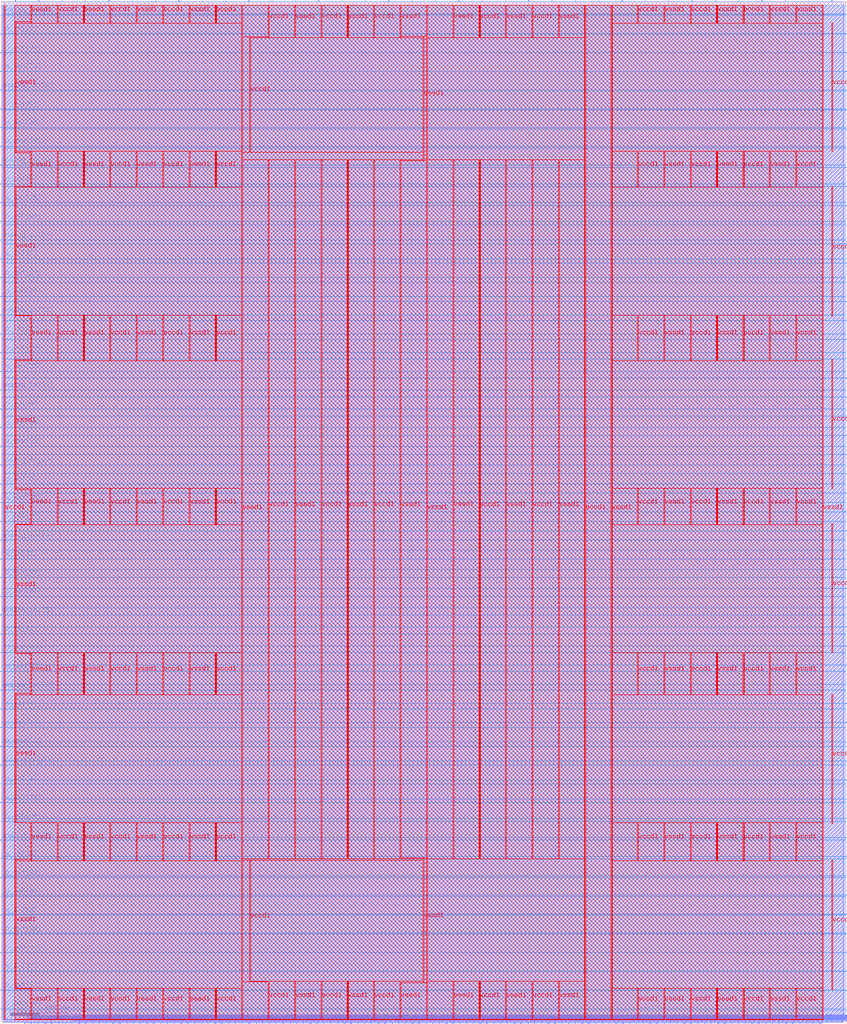
<source format=lef>
VERSION 5.7 ;
  NOWIREEXTENSIONATPIN ON ;
  DIVIDERCHAR "/" ;
  BUSBITCHARS "[]" ;
MACRO Marmot
  CLASS BLOCK ;
  FOREIGN Marmot ;
  ORIGIN 0.000 0.000 ;
  SIZE 2880.000 BY 3480.000 ;
  PIN analog_io[0]
    DIRECTION INOUT ;
    USE SIGNAL ;
    PORT
      LAYER met3 ;
        RECT 2879.000 1412.780 2884.800 1413.980 ;
    END
  END analog_io[0]
  PIN analog_io[10]
    DIRECTION INOUT ;
    USE SIGNAL ;
    PORT
      LAYER met2 ;
        RECT 2195.530 3479.000 2196.090 3484.800 ;
    END
  END analog_io[10]
  PIN analog_io[11]
    DIRECTION INOUT ;
    USE SIGNAL ;
    PORT
      LAYER met2 ;
        RECT 1877.210 3479.000 1877.770 3484.800 ;
    END
  END analog_io[11]
  PIN analog_io[12]
    DIRECTION INOUT ;
    USE SIGNAL ;
    PORT
      LAYER met2 ;
        RECT 1558.890 3479.000 1559.450 3484.800 ;
    END
  END analog_io[12]
  PIN analog_io[13]
    DIRECTION INOUT ;
    USE SIGNAL ;
    PORT
      LAYER met2 ;
        RECT 1240.570 3479.000 1241.130 3484.800 ;
    END
  END analog_io[13]
  PIN analog_io[14]
    DIRECTION INOUT ;
    USE SIGNAL ;
    PORT
      LAYER met2 ;
        RECT 922.250 3479.000 922.810 3484.800 ;
    END
  END analog_io[14]
  PIN analog_io[15]
    DIRECTION INOUT ;
    USE SIGNAL ;
    PORT
      LAYER met2 ;
        RECT 603.930 3479.000 604.490 3484.800 ;
    END
  END analog_io[15]
  PIN analog_io[16]
    DIRECTION INOUT ;
    USE SIGNAL ;
    PORT
      LAYER met2 ;
        RECT 285.610 3479.000 286.170 3484.800 ;
    END
  END analog_io[16]
  PIN analog_io[17]
    DIRECTION INOUT ;
    USE SIGNAL ;
    PORT
      LAYER met3 ;
        RECT -4.800 3433.060 1.000 3434.260 ;
    END
  END analog_io[17]
  PIN analog_io[18]
    DIRECTION INOUT ;
    USE SIGNAL ;
    PORT
      LAYER met3 ;
        RECT -4.800 3177.380 1.000 3178.580 ;
    END
  END analog_io[18]
  PIN analog_io[19]
    DIRECTION INOUT ;
    USE SIGNAL ;
    PORT
      LAYER met3 ;
        RECT -4.800 2921.700 1.000 2922.900 ;
    END
  END analog_io[19]
  PIN analog_io[1]
    DIRECTION INOUT ;
    USE SIGNAL ;
    PORT
      LAYER met3 ;
        RECT 2879.000 1673.900 2884.800 1675.100 ;
    END
  END analog_io[1]
  PIN analog_io[20]
    DIRECTION INOUT ;
    USE SIGNAL ;
    PORT
      LAYER met3 ;
        RECT -4.800 2666.020 1.000 2667.220 ;
    END
  END analog_io[20]
  PIN analog_io[21]
    DIRECTION INOUT ;
    USE SIGNAL ;
    PORT
      LAYER met3 ;
        RECT -4.800 2410.340 1.000 2411.540 ;
    END
  END analog_io[21]
  PIN analog_io[22]
    DIRECTION INOUT ;
    USE SIGNAL ;
    PORT
      LAYER met3 ;
        RECT -4.800 2154.660 1.000 2155.860 ;
    END
  END analog_io[22]
  PIN analog_io[23]
    DIRECTION INOUT ;
    USE SIGNAL ;
    PORT
      LAYER met3 ;
        RECT -4.800 1898.980 1.000 1900.180 ;
    END
  END analog_io[23]
  PIN analog_io[24]
    DIRECTION INOUT ;
    USE SIGNAL ;
    PORT
      LAYER met3 ;
        RECT -4.800 1643.300 1.000 1644.500 ;
    END
  END analog_io[24]
  PIN analog_io[25]
    DIRECTION INOUT ;
    USE SIGNAL ;
    PORT
      LAYER met3 ;
        RECT -4.800 1387.620 1.000 1388.820 ;
    END
  END analog_io[25]
  PIN analog_io[26]
    DIRECTION INOUT ;
    USE SIGNAL ;
    PORT
      LAYER met3 ;
        RECT -4.800 1131.940 1.000 1133.140 ;
    END
  END analog_io[26]
  PIN analog_io[27]
    DIRECTION INOUT ;
    USE SIGNAL ;
    PORT
      LAYER met3 ;
        RECT -4.800 876.260 1.000 877.460 ;
    END
  END analog_io[27]
  PIN analog_io[28]
    DIRECTION INOUT ;
    USE SIGNAL ;
    PORT
      LAYER met3 ;
        RECT -4.800 620.580 1.000 621.780 ;
    END
  END analog_io[28]
  PIN analog_io[2]
    DIRECTION INOUT ;
    USE SIGNAL ;
    PORT
      LAYER met3 ;
        RECT 2879.000 1935.020 2884.800 1936.220 ;
    END
  END analog_io[2]
  PIN analog_io[3]
    DIRECTION INOUT ;
    USE SIGNAL ;
    PORT
      LAYER met3 ;
        RECT 2879.000 2196.140 2884.800 2197.340 ;
    END
  END analog_io[3]
  PIN analog_io[4]
    DIRECTION INOUT ;
    USE SIGNAL ;
    PORT
      LAYER met3 ;
        RECT 2879.000 2457.260 2884.800 2458.460 ;
    END
  END analog_io[4]
  PIN analog_io[5]
    DIRECTION INOUT ;
    USE SIGNAL ;
    PORT
      LAYER met3 ;
        RECT 2879.000 2718.380 2884.800 2719.580 ;
    END
  END analog_io[5]
  PIN analog_io[6]
    DIRECTION INOUT ;
    USE SIGNAL ;
    PORT
      LAYER met3 ;
        RECT 2879.000 2979.500 2884.800 2980.700 ;
    END
  END analog_io[6]
  PIN analog_io[7]
    DIRECTION INOUT ;
    USE SIGNAL ;
    PORT
      LAYER met3 ;
        RECT 2879.000 3240.620 2884.800 3241.820 ;
    END
  END analog_io[7]
  PIN analog_io[8]
    DIRECTION INOUT ;
    USE SIGNAL ;
    PORT
      LAYER met2 ;
        RECT 2832.170 3479.000 2832.730 3484.800 ;
    END
  END analog_io[8]
  PIN analog_io[9]
    DIRECTION INOUT ;
    USE SIGNAL ;
    PORT
      LAYER met2 ;
        RECT 2513.850 3479.000 2514.410 3484.800 ;
    END
  END analog_io[9]
  PIN io_in[0]
    DIRECTION INPUT ;
    USE SIGNAL ;
    PORT
      LAYER met3 ;
        RECT 2879.000 41.900 2884.800 43.100 ;
    END
  END io_in[0]
  PIN io_in[10]
    DIRECTION INPUT ;
    USE SIGNAL ;
    PORT
      LAYER met3 ;
        RECT 2879.000 2261.420 2884.800 2262.620 ;
    END
  END io_in[10]
  PIN io_in[11]
    DIRECTION INPUT ;
    USE SIGNAL ;
    PORT
      LAYER met3 ;
        RECT 2879.000 2522.540 2884.800 2523.740 ;
    END
  END io_in[11]
  PIN io_in[12]
    DIRECTION INPUT ;
    USE SIGNAL ;
    PORT
      LAYER met3 ;
        RECT 2879.000 2783.660 2884.800 2784.860 ;
    END
  END io_in[12]
  PIN io_in[13]
    DIRECTION INPUT ;
    USE SIGNAL ;
    PORT
      LAYER met3 ;
        RECT 2879.000 3044.780 2884.800 3045.980 ;
    END
  END io_in[13]
  PIN io_in[14]
    DIRECTION INPUT ;
    USE SIGNAL ;
    PORT
      LAYER met3 ;
        RECT 2879.000 3305.900 2884.800 3307.100 ;
    END
  END io_in[14]
  PIN io_in[15]
    DIRECTION INPUT ;
    USE SIGNAL ;
    PORT
      LAYER met2 ;
        RECT 2752.590 3479.000 2753.150 3484.800 ;
    END
  END io_in[15]
  PIN io_in[16]
    DIRECTION INPUT ;
    USE SIGNAL ;
    PORT
      LAYER met2 ;
        RECT 2434.270 3479.000 2434.830 3484.800 ;
    END
  END io_in[16]
  PIN io_in[17]
    DIRECTION INPUT ;
    USE SIGNAL ;
    PORT
      LAYER met2 ;
        RECT 2115.950 3479.000 2116.510 3484.800 ;
    END
  END io_in[17]
  PIN io_in[18]
    DIRECTION INPUT ;
    USE SIGNAL ;
    PORT
      LAYER met2 ;
        RECT 1797.630 3479.000 1798.190 3484.800 ;
    END
  END io_in[18]
  PIN io_in[19]
    DIRECTION INPUT ;
    USE SIGNAL ;
    PORT
      LAYER met2 ;
        RECT 1479.310 3479.000 1479.870 3484.800 ;
    END
  END io_in[19]
  PIN io_in[1]
    DIRECTION INPUT ;
    USE SIGNAL ;
    PORT
      LAYER met3 ;
        RECT 2879.000 237.740 2884.800 238.940 ;
    END
  END io_in[1]
  PIN io_in[20]
    DIRECTION INPUT ;
    USE SIGNAL ;
    PORT
      LAYER met2 ;
        RECT 1160.990 3479.000 1161.550 3484.800 ;
    END
  END io_in[20]
  PIN io_in[21]
    DIRECTION INPUT ;
    USE SIGNAL ;
    PORT
      LAYER met2 ;
        RECT 842.670 3479.000 843.230 3484.800 ;
    END
  END io_in[21]
  PIN io_in[22]
    DIRECTION INPUT ;
    USE SIGNAL ;
    PORT
      LAYER met2 ;
        RECT 524.350 3479.000 524.910 3484.800 ;
    END
  END io_in[22]
  PIN io_in[23]
    DIRECTION INPUT ;
    USE SIGNAL ;
    PORT
      LAYER met2 ;
        RECT 206.030 3479.000 206.590 3484.800 ;
    END
  END io_in[23]
  PIN io_in[24]
    DIRECTION INPUT ;
    USE SIGNAL ;
    PORT
      LAYER met3 ;
        RECT -4.800 3369.140 1.000 3370.340 ;
    END
  END io_in[24]
  PIN io_in[25]
    DIRECTION INPUT ;
    USE SIGNAL ;
    PORT
      LAYER met3 ;
        RECT -4.800 3113.460 1.000 3114.660 ;
    END
  END io_in[25]
  PIN io_in[26]
    DIRECTION INPUT ;
    USE SIGNAL ;
    PORT
      LAYER met3 ;
        RECT -4.800 2857.780 1.000 2858.980 ;
    END
  END io_in[26]
  PIN io_in[27]
    DIRECTION INPUT ;
    USE SIGNAL ;
    PORT
      LAYER met3 ;
        RECT -4.800 2602.100 1.000 2603.300 ;
    END
  END io_in[27]
  PIN io_in[28]
    DIRECTION INPUT ;
    USE SIGNAL ;
    PORT
      LAYER met3 ;
        RECT -4.800 2346.420 1.000 2347.620 ;
    END
  END io_in[28]
  PIN io_in[29]
    DIRECTION INPUT ;
    USE SIGNAL ;
    PORT
      LAYER met3 ;
        RECT -4.800 2090.740 1.000 2091.940 ;
    END
  END io_in[29]
  PIN io_in[2]
    DIRECTION INPUT ;
    USE SIGNAL ;
    PORT
      LAYER met3 ;
        RECT 2879.000 433.580 2884.800 434.780 ;
    END
  END io_in[2]
  PIN io_in[30]
    DIRECTION INPUT ;
    USE SIGNAL ;
    PORT
      LAYER met3 ;
        RECT -4.800 1835.060 1.000 1836.260 ;
    END
  END io_in[30]
  PIN io_in[31]
    DIRECTION INPUT ;
    USE SIGNAL ;
    PORT
      LAYER met3 ;
        RECT -4.800 1579.380 1.000 1580.580 ;
    END
  END io_in[31]
  PIN io_in[32]
    DIRECTION INPUT ;
    USE SIGNAL ;
    PORT
      LAYER met3 ;
        RECT -4.800 1323.700 1.000 1324.900 ;
    END
  END io_in[32]
  PIN io_in[33]
    DIRECTION INPUT ;
    USE SIGNAL ;
    PORT
      LAYER met3 ;
        RECT -4.800 1068.020 1.000 1069.220 ;
    END
  END io_in[33]
  PIN io_in[34]
    DIRECTION INPUT ;
    USE SIGNAL ;
    PORT
      LAYER met3 ;
        RECT -4.800 812.340 1.000 813.540 ;
    END
  END io_in[34]
  PIN io_in[35]
    DIRECTION INPUT ;
    USE SIGNAL ;
    PORT
      LAYER met3 ;
        RECT -4.800 556.660 1.000 557.860 ;
    END
  END io_in[35]
  PIN io_in[36]
    DIRECTION INPUT ;
    USE SIGNAL ;
    PORT
      LAYER met3 ;
        RECT -4.800 364.900 1.000 366.100 ;
    END
  END io_in[36]
  PIN io_in[37]
    DIRECTION INPUT ;
    USE SIGNAL ;
    PORT
      LAYER met3 ;
        RECT -4.800 173.140 1.000 174.340 ;
    END
  END io_in[37]
  PIN io_in[3]
    DIRECTION INPUT ;
    USE SIGNAL ;
    PORT
      LAYER met3 ;
        RECT 2879.000 629.420 2884.800 630.620 ;
    END
  END io_in[3]
  PIN io_in[4]
    DIRECTION INPUT ;
    USE SIGNAL ;
    PORT
      LAYER met3 ;
        RECT 2879.000 825.260 2884.800 826.460 ;
    END
  END io_in[4]
  PIN io_in[5]
    DIRECTION INPUT ;
    USE SIGNAL ;
    PORT
      LAYER met3 ;
        RECT 2879.000 1021.100 2884.800 1022.300 ;
    END
  END io_in[5]
  PIN io_in[6]
    DIRECTION INPUT ;
    USE SIGNAL ;
    PORT
      LAYER met3 ;
        RECT 2879.000 1216.940 2884.800 1218.140 ;
    END
  END io_in[6]
  PIN io_in[7]
    DIRECTION INPUT ;
    USE SIGNAL ;
    PORT
      LAYER met3 ;
        RECT 2879.000 1478.060 2884.800 1479.260 ;
    END
  END io_in[7]
  PIN io_in[8]
    DIRECTION INPUT ;
    USE SIGNAL ;
    PORT
      LAYER met3 ;
        RECT 2879.000 1739.180 2884.800 1740.380 ;
    END
  END io_in[8]
  PIN io_in[9]
    DIRECTION INPUT ;
    USE SIGNAL ;
    PORT
      LAYER met3 ;
        RECT 2879.000 2000.300 2884.800 2001.500 ;
    END
  END io_in[9]
  PIN io_oeb[0]
    DIRECTION OUTPUT TRISTATE ;
    USE SIGNAL ;
    PORT
      LAYER met3 ;
        RECT 2879.000 172.460 2884.800 173.660 ;
    END
  END io_oeb[0]
  PIN io_oeb[10]
    DIRECTION OUTPUT TRISTATE ;
    USE SIGNAL ;
    PORT
      LAYER met3 ;
        RECT 2879.000 2391.980 2884.800 2393.180 ;
    END
  END io_oeb[10]
  PIN io_oeb[11]
    DIRECTION OUTPUT TRISTATE ;
    USE SIGNAL ;
    PORT
      LAYER met3 ;
        RECT 2879.000 2653.100 2884.800 2654.300 ;
    END
  END io_oeb[11]
  PIN io_oeb[12]
    DIRECTION OUTPUT TRISTATE ;
    USE SIGNAL ;
    PORT
      LAYER met3 ;
        RECT 2879.000 2914.220 2884.800 2915.420 ;
    END
  END io_oeb[12]
  PIN io_oeb[13]
    DIRECTION OUTPUT TRISTATE ;
    USE SIGNAL ;
    PORT
      LAYER met3 ;
        RECT 2879.000 3175.340 2884.800 3176.540 ;
    END
  END io_oeb[13]
  PIN io_oeb[14]
    DIRECTION OUTPUT TRISTATE ;
    USE SIGNAL ;
    PORT
      LAYER met3 ;
        RECT 2879.000 3436.460 2884.800 3437.660 ;
    END
  END io_oeb[14]
  PIN io_oeb[15]
    DIRECTION OUTPUT TRISTATE ;
    USE SIGNAL ;
    PORT
      LAYER met2 ;
        RECT 2593.430 3479.000 2593.990 3484.800 ;
    END
  END io_oeb[15]
  PIN io_oeb[16]
    DIRECTION OUTPUT TRISTATE ;
    USE SIGNAL ;
    PORT
      LAYER met2 ;
        RECT 2275.110 3479.000 2275.670 3484.800 ;
    END
  END io_oeb[16]
  PIN io_oeb[17]
    DIRECTION OUTPUT TRISTATE ;
    USE SIGNAL ;
    PORT
      LAYER met2 ;
        RECT 1956.790 3479.000 1957.350 3484.800 ;
    END
  END io_oeb[17]
  PIN io_oeb[18]
    DIRECTION OUTPUT TRISTATE ;
    USE SIGNAL ;
    PORT
      LAYER met2 ;
        RECT 1638.470 3479.000 1639.030 3484.800 ;
    END
  END io_oeb[18]
  PIN io_oeb[19]
    DIRECTION OUTPUT TRISTATE ;
    USE SIGNAL ;
    PORT
      LAYER met2 ;
        RECT 1320.150 3479.000 1320.710 3484.800 ;
    END
  END io_oeb[19]
  PIN io_oeb[1]
    DIRECTION OUTPUT TRISTATE ;
    USE SIGNAL ;
    PORT
      LAYER met3 ;
        RECT 2879.000 368.300 2884.800 369.500 ;
    END
  END io_oeb[1]
  PIN io_oeb[20]
    DIRECTION OUTPUT TRISTATE ;
    USE SIGNAL ;
    PORT
      LAYER met2 ;
        RECT 1001.830 3479.000 1002.390 3484.800 ;
    END
  END io_oeb[20]
  PIN io_oeb[21]
    DIRECTION OUTPUT TRISTATE ;
    USE SIGNAL ;
    PORT
      LAYER met2 ;
        RECT 683.510 3479.000 684.070 3484.800 ;
    END
  END io_oeb[21]
  PIN io_oeb[22]
    DIRECTION OUTPUT TRISTATE ;
    USE SIGNAL ;
    PORT
      LAYER met2 ;
        RECT 365.190 3479.000 365.750 3484.800 ;
    END
  END io_oeb[22]
  PIN io_oeb[23]
    DIRECTION OUTPUT TRISTATE ;
    USE SIGNAL ;
    PORT
      LAYER met2 ;
        RECT 46.870 3479.000 47.430 3484.800 ;
    END
  END io_oeb[23]
  PIN io_oeb[24]
    DIRECTION OUTPUT TRISTATE ;
    USE SIGNAL ;
    PORT
      LAYER met3 ;
        RECT -4.800 3241.300 1.000 3242.500 ;
    END
  END io_oeb[24]
  PIN io_oeb[25]
    DIRECTION OUTPUT TRISTATE ;
    USE SIGNAL ;
    PORT
      LAYER met3 ;
        RECT -4.800 2985.620 1.000 2986.820 ;
    END
  END io_oeb[25]
  PIN io_oeb[26]
    DIRECTION OUTPUT TRISTATE ;
    USE SIGNAL ;
    PORT
      LAYER met3 ;
        RECT -4.800 2729.940 1.000 2731.140 ;
    END
  END io_oeb[26]
  PIN io_oeb[27]
    DIRECTION OUTPUT TRISTATE ;
    USE SIGNAL ;
    PORT
      LAYER met3 ;
        RECT -4.800 2474.260 1.000 2475.460 ;
    END
  END io_oeb[27]
  PIN io_oeb[28]
    DIRECTION OUTPUT TRISTATE ;
    USE SIGNAL ;
    PORT
      LAYER met3 ;
        RECT -4.800 2218.580 1.000 2219.780 ;
    END
  END io_oeb[28]
  PIN io_oeb[29]
    DIRECTION OUTPUT TRISTATE ;
    USE SIGNAL ;
    PORT
      LAYER met3 ;
        RECT -4.800 1962.900 1.000 1964.100 ;
    END
  END io_oeb[29]
  PIN io_oeb[2]
    DIRECTION OUTPUT TRISTATE ;
    USE SIGNAL ;
    PORT
      LAYER met3 ;
        RECT 2879.000 564.140 2884.800 565.340 ;
    END
  END io_oeb[2]
  PIN io_oeb[30]
    DIRECTION OUTPUT TRISTATE ;
    USE SIGNAL ;
    PORT
      LAYER met3 ;
        RECT -4.800 1707.220 1.000 1708.420 ;
    END
  END io_oeb[30]
  PIN io_oeb[31]
    DIRECTION OUTPUT TRISTATE ;
    USE SIGNAL ;
    PORT
      LAYER met3 ;
        RECT -4.800 1451.540 1.000 1452.740 ;
    END
  END io_oeb[31]
  PIN io_oeb[32]
    DIRECTION OUTPUT TRISTATE ;
    USE SIGNAL ;
    PORT
      LAYER met3 ;
        RECT -4.800 1195.860 1.000 1197.060 ;
    END
  END io_oeb[32]
  PIN io_oeb[33]
    DIRECTION OUTPUT TRISTATE ;
    USE SIGNAL ;
    PORT
      LAYER met3 ;
        RECT -4.800 940.180 1.000 941.380 ;
    END
  END io_oeb[33]
  PIN io_oeb[34]
    DIRECTION OUTPUT TRISTATE ;
    USE SIGNAL ;
    PORT
      LAYER met3 ;
        RECT -4.800 684.500 1.000 685.700 ;
    END
  END io_oeb[34]
  PIN io_oeb[35]
    DIRECTION OUTPUT TRISTATE ;
    USE SIGNAL ;
    PORT
      LAYER met3 ;
        RECT -4.800 428.820 1.000 430.020 ;
    END
  END io_oeb[35]
  PIN io_oeb[36]
    DIRECTION OUTPUT TRISTATE ;
    USE SIGNAL ;
    PORT
      LAYER met3 ;
        RECT -4.800 237.060 1.000 238.260 ;
    END
  END io_oeb[36]
  PIN io_oeb[37]
    DIRECTION OUTPUT TRISTATE ;
    USE SIGNAL ;
    PORT
      LAYER met3 ;
        RECT -4.800 45.300 1.000 46.500 ;
    END
  END io_oeb[37]
  PIN io_oeb[3]
    DIRECTION OUTPUT TRISTATE ;
    USE SIGNAL ;
    PORT
      LAYER met3 ;
        RECT 2879.000 759.980 2884.800 761.180 ;
    END
  END io_oeb[3]
  PIN io_oeb[4]
    DIRECTION OUTPUT TRISTATE ;
    USE SIGNAL ;
    PORT
      LAYER met3 ;
        RECT 2879.000 955.820 2884.800 957.020 ;
    END
  END io_oeb[4]
  PIN io_oeb[5]
    DIRECTION OUTPUT TRISTATE ;
    USE SIGNAL ;
    PORT
      LAYER met3 ;
        RECT 2879.000 1151.660 2884.800 1152.860 ;
    END
  END io_oeb[5]
  PIN io_oeb[6]
    DIRECTION OUTPUT TRISTATE ;
    USE SIGNAL ;
    PORT
      LAYER met3 ;
        RECT 2879.000 1347.500 2884.800 1348.700 ;
    END
  END io_oeb[6]
  PIN io_oeb[7]
    DIRECTION OUTPUT TRISTATE ;
    USE SIGNAL ;
    PORT
      LAYER met3 ;
        RECT 2879.000 1608.620 2884.800 1609.820 ;
    END
  END io_oeb[7]
  PIN io_oeb[8]
    DIRECTION OUTPUT TRISTATE ;
    USE SIGNAL ;
    PORT
      LAYER met3 ;
        RECT 2879.000 1869.740 2884.800 1870.940 ;
    END
  END io_oeb[8]
  PIN io_oeb[9]
    DIRECTION OUTPUT TRISTATE ;
    USE SIGNAL ;
    PORT
      LAYER met3 ;
        RECT 2879.000 2130.860 2884.800 2132.060 ;
    END
  END io_oeb[9]
  PIN io_out[0]
    DIRECTION OUTPUT TRISTATE ;
    USE SIGNAL ;
    PORT
      LAYER met3 ;
        RECT 2879.000 107.180 2884.800 108.380 ;
    END
  END io_out[0]
  PIN io_out[10]
    DIRECTION OUTPUT TRISTATE ;
    USE SIGNAL ;
    PORT
      LAYER met3 ;
        RECT 2879.000 2326.700 2884.800 2327.900 ;
    END
  END io_out[10]
  PIN io_out[11]
    DIRECTION OUTPUT TRISTATE ;
    USE SIGNAL ;
    PORT
      LAYER met3 ;
        RECT 2879.000 2587.820 2884.800 2589.020 ;
    END
  END io_out[11]
  PIN io_out[12]
    DIRECTION OUTPUT TRISTATE ;
    USE SIGNAL ;
    PORT
      LAYER met3 ;
        RECT 2879.000 2848.940 2884.800 2850.140 ;
    END
  END io_out[12]
  PIN io_out[13]
    DIRECTION OUTPUT TRISTATE ;
    USE SIGNAL ;
    PORT
      LAYER met3 ;
        RECT 2879.000 3110.060 2884.800 3111.260 ;
    END
  END io_out[13]
  PIN io_out[14]
    DIRECTION OUTPUT TRISTATE ;
    USE SIGNAL ;
    PORT
      LAYER met3 ;
        RECT 2879.000 3371.180 2884.800 3372.380 ;
    END
  END io_out[14]
  PIN io_out[15]
    DIRECTION OUTPUT TRISTATE ;
    USE SIGNAL ;
    PORT
      LAYER met2 ;
        RECT 2673.010 3479.000 2673.570 3484.800 ;
    END
  END io_out[15]
  PIN io_out[16]
    DIRECTION OUTPUT TRISTATE ;
    USE SIGNAL ;
    PORT
      LAYER met2 ;
        RECT 2354.690 3479.000 2355.250 3484.800 ;
    END
  END io_out[16]
  PIN io_out[17]
    DIRECTION OUTPUT TRISTATE ;
    USE SIGNAL ;
    PORT
      LAYER met2 ;
        RECT 2036.370 3479.000 2036.930 3484.800 ;
    END
  END io_out[17]
  PIN io_out[18]
    DIRECTION OUTPUT TRISTATE ;
    USE SIGNAL ;
    PORT
      LAYER met2 ;
        RECT 1718.050 3479.000 1718.610 3484.800 ;
    END
  END io_out[18]
  PIN io_out[19]
    DIRECTION OUTPUT TRISTATE ;
    USE SIGNAL ;
    PORT
      LAYER met2 ;
        RECT 1399.730 3479.000 1400.290 3484.800 ;
    END
  END io_out[19]
  PIN io_out[1]
    DIRECTION OUTPUT TRISTATE ;
    USE SIGNAL ;
    PORT
      LAYER met3 ;
        RECT 2879.000 303.020 2884.800 304.220 ;
    END
  END io_out[1]
  PIN io_out[20]
    DIRECTION OUTPUT TRISTATE ;
    USE SIGNAL ;
    PORT
      LAYER met2 ;
        RECT 1081.410 3479.000 1081.970 3484.800 ;
    END
  END io_out[20]
  PIN io_out[21]
    DIRECTION OUTPUT TRISTATE ;
    USE SIGNAL ;
    PORT
      LAYER met2 ;
        RECT 763.090 3479.000 763.650 3484.800 ;
    END
  END io_out[21]
  PIN io_out[22]
    DIRECTION OUTPUT TRISTATE ;
    USE SIGNAL ;
    PORT
      LAYER met2 ;
        RECT 444.770 3479.000 445.330 3484.800 ;
    END
  END io_out[22]
  PIN io_out[23]
    DIRECTION OUTPUT TRISTATE ;
    USE SIGNAL ;
    PORT
      LAYER met2 ;
        RECT 126.450 3479.000 127.010 3484.800 ;
    END
  END io_out[23]
  PIN io_out[24]
    DIRECTION OUTPUT TRISTATE ;
    USE SIGNAL ;
    PORT
      LAYER met3 ;
        RECT -4.800 3305.220 1.000 3306.420 ;
    END
  END io_out[24]
  PIN io_out[25]
    DIRECTION OUTPUT TRISTATE ;
    USE SIGNAL ;
    PORT
      LAYER met3 ;
        RECT -4.800 3049.540 1.000 3050.740 ;
    END
  END io_out[25]
  PIN io_out[26]
    DIRECTION OUTPUT TRISTATE ;
    USE SIGNAL ;
    PORT
      LAYER met3 ;
        RECT -4.800 2793.860 1.000 2795.060 ;
    END
  END io_out[26]
  PIN io_out[27]
    DIRECTION OUTPUT TRISTATE ;
    USE SIGNAL ;
    PORT
      LAYER met3 ;
        RECT -4.800 2538.180 1.000 2539.380 ;
    END
  END io_out[27]
  PIN io_out[28]
    DIRECTION OUTPUT TRISTATE ;
    USE SIGNAL ;
    PORT
      LAYER met3 ;
        RECT -4.800 2282.500 1.000 2283.700 ;
    END
  END io_out[28]
  PIN io_out[29]
    DIRECTION OUTPUT TRISTATE ;
    USE SIGNAL ;
    PORT
      LAYER met3 ;
        RECT -4.800 2026.820 1.000 2028.020 ;
    END
  END io_out[29]
  PIN io_out[2]
    DIRECTION OUTPUT TRISTATE ;
    USE SIGNAL ;
    PORT
      LAYER met3 ;
        RECT 2879.000 498.860 2884.800 500.060 ;
    END
  END io_out[2]
  PIN io_out[30]
    DIRECTION OUTPUT TRISTATE ;
    USE SIGNAL ;
    PORT
      LAYER met3 ;
        RECT -4.800 1771.140 1.000 1772.340 ;
    END
  END io_out[30]
  PIN io_out[31]
    DIRECTION OUTPUT TRISTATE ;
    USE SIGNAL ;
    PORT
      LAYER met3 ;
        RECT -4.800 1515.460 1.000 1516.660 ;
    END
  END io_out[31]
  PIN io_out[32]
    DIRECTION OUTPUT TRISTATE ;
    USE SIGNAL ;
    PORT
      LAYER met3 ;
        RECT -4.800 1259.780 1.000 1260.980 ;
    END
  END io_out[32]
  PIN io_out[33]
    DIRECTION OUTPUT TRISTATE ;
    USE SIGNAL ;
    PORT
      LAYER met3 ;
        RECT -4.800 1004.100 1.000 1005.300 ;
    END
  END io_out[33]
  PIN io_out[34]
    DIRECTION OUTPUT TRISTATE ;
    USE SIGNAL ;
    PORT
      LAYER met3 ;
        RECT -4.800 748.420 1.000 749.620 ;
    END
  END io_out[34]
  PIN io_out[35]
    DIRECTION OUTPUT TRISTATE ;
    USE SIGNAL ;
    PORT
      LAYER met3 ;
        RECT -4.800 492.740 1.000 493.940 ;
    END
  END io_out[35]
  PIN io_out[36]
    DIRECTION OUTPUT TRISTATE ;
    USE SIGNAL ;
    PORT
      LAYER met3 ;
        RECT -4.800 300.980 1.000 302.180 ;
    END
  END io_out[36]
  PIN io_out[37]
    DIRECTION OUTPUT TRISTATE ;
    USE SIGNAL ;
    PORT
      LAYER met3 ;
        RECT -4.800 109.220 1.000 110.420 ;
    END
  END io_out[37]
  PIN io_out[3]
    DIRECTION OUTPUT TRISTATE ;
    USE SIGNAL ;
    PORT
      LAYER met3 ;
        RECT 2879.000 694.700 2884.800 695.900 ;
    END
  END io_out[3]
  PIN io_out[4]
    DIRECTION OUTPUT TRISTATE ;
    USE SIGNAL ;
    PORT
      LAYER met3 ;
        RECT 2879.000 890.540 2884.800 891.740 ;
    END
  END io_out[4]
  PIN io_out[5]
    DIRECTION OUTPUT TRISTATE ;
    USE SIGNAL ;
    PORT
      LAYER met3 ;
        RECT 2879.000 1086.380 2884.800 1087.580 ;
    END
  END io_out[5]
  PIN io_out[6]
    DIRECTION OUTPUT TRISTATE ;
    USE SIGNAL ;
    PORT
      LAYER met3 ;
        RECT 2879.000 1282.220 2884.800 1283.420 ;
    END
  END io_out[6]
  PIN io_out[7]
    DIRECTION OUTPUT TRISTATE ;
    USE SIGNAL ;
    PORT
      LAYER met3 ;
        RECT 2879.000 1543.340 2884.800 1544.540 ;
    END
  END io_out[7]
  PIN io_out[8]
    DIRECTION OUTPUT TRISTATE ;
    USE SIGNAL ;
    PORT
      LAYER met3 ;
        RECT 2879.000 1804.460 2884.800 1805.660 ;
    END
  END io_out[8]
  PIN io_out[9]
    DIRECTION OUTPUT TRISTATE ;
    USE SIGNAL ;
    PORT
      LAYER met3 ;
        RECT 2879.000 2065.580 2884.800 2066.780 ;
    END
  END io_out[9]
  PIN la_data_in[0]
    DIRECTION INPUT ;
    USE SIGNAL ;
    PORT
      LAYER met2 ;
        RECT 664.190 -4.800 664.750 1.000 ;
    END
  END la_data_in[0]
  PIN la_data_in[100]
    DIRECTION INPUT ;
    USE SIGNAL ;
    PORT
      LAYER met2 ;
        RECT 2320.190 -4.800 2320.750 1.000 ;
    END
  END la_data_in[100]
  PIN la_data_in[101]
    DIRECTION INPUT ;
    USE SIGNAL ;
    PORT
      LAYER met2 ;
        RECT 2336.750 -4.800 2337.310 1.000 ;
    END
  END la_data_in[101]
  PIN la_data_in[102]
    DIRECTION INPUT ;
    USE SIGNAL ;
    PORT
      LAYER met2 ;
        RECT 2353.310 -4.800 2353.870 1.000 ;
    END
  END la_data_in[102]
  PIN la_data_in[103]
    DIRECTION INPUT ;
    USE SIGNAL ;
    PORT
      LAYER met2 ;
        RECT 2369.870 -4.800 2370.430 1.000 ;
    END
  END la_data_in[103]
  PIN la_data_in[104]
    DIRECTION INPUT ;
    USE SIGNAL ;
    PORT
      LAYER met2 ;
        RECT 2386.430 -4.800 2386.990 1.000 ;
    END
  END la_data_in[104]
  PIN la_data_in[105]
    DIRECTION INPUT ;
    USE SIGNAL ;
    PORT
      LAYER met2 ;
        RECT 2402.990 -4.800 2403.550 1.000 ;
    END
  END la_data_in[105]
  PIN la_data_in[106]
    DIRECTION INPUT ;
    USE SIGNAL ;
    PORT
      LAYER met2 ;
        RECT 2419.550 -4.800 2420.110 1.000 ;
    END
  END la_data_in[106]
  PIN la_data_in[107]
    DIRECTION INPUT ;
    USE SIGNAL ;
    PORT
      LAYER met2 ;
        RECT 2436.110 -4.800 2436.670 1.000 ;
    END
  END la_data_in[107]
  PIN la_data_in[108]
    DIRECTION INPUT ;
    USE SIGNAL ;
    PORT
      LAYER met2 ;
        RECT 2452.670 -4.800 2453.230 1.000 ;
    END
  END la_data_in[108]
  PIN la_data_in[109]
    DIRECTION INPUT ;
    USE SIGNAL ;
    PORT
      LAYER met2 ;
        RECT 2469.230 -4.800 2469.790 1.000 ;
    END
  END la_data_in[109]
  PIN la_data_in[10]
    DIRECTION INPUT ;
    USE SIGNAL ;
    PORT
      LAYER met2 ;
        RECT 829.790 -4.800 830.350 1.000 ;
    END
  END la_data_in[10]
  PIN la_data_in[110]
    DIRECTION INPUT ;
    USE SIGNAL ;
    PORT
      LAYER met2 ;
        RECT 2485.790 -4.800 2486.350 1.000 ;
    END
  END la_data_in[110]
  PIN la_data_in[111]
    DIRECTION INPUT ;
    USE SIGNAL ;
    PORT
      LAYER met2 ;
        RECT 2502.350 -4.800 2502.910 1.000 ;
    END
  END la_data_in[111]
  PIN la_data_in[112]
    DIRECTION INPUT ;
    USE SIGNAL ;
    PORT
      LAYER met2 ;
        RECT 2518.910 -4.800 2519.470 1.000 ;
    END
  END la_data_in[112]
  PIN la_data_in[113]
    DIRECTION INPUT ;
    USE SIGNAL ;
    PORT
      LAYER met2 ;
        RECT 2535.470 -4.800 2536.030 1.000 ;
    END
  END la_data_in[113]
  PIN la_data_in[114]
    DIRECTION INPUT ;
    USE SIGNAL ;
    PORT
      LAYER met2 ;
        RECT 2552.030 -4.800 2552.590 1.000 ;
    END
  END la_data_in[114]
  PIN la_data_in[115]
    DIRECTION INPUT ;
    USE SIGNAL ;
    PORT
      LAYER met2 ;
        RECT 2568.590 -4.800 2569.150 1.000 ;
    END
  END la_data_in[115]
  PIN la_data_in[116]
    DIRECTION INPUT ;
    USE SIGNAL ;
    PORT
      LAYER met2 ;
        RECT 2585.150 -4.800 2585.710 1.000 ;
    END
  END la_data_in[116]
  PIN la_data_in[117]
    DIRECTION INPUT ;
    USE SIGNAL ;
    PORT
      LAYER met2 ;
        RECT 2601.710 -4.800 2602.270 1.000 ;
    END
  END la_data_in[117]
  PIN la_data_in[118]
    DIRECTION INPUT ;
    USE SIGNAL ;
    PORT
      LAYER met2 ;
        RECT 2618.270 -4.800 2618.830 1.000 ;
    END
  END la_data_in[118]
  PIN la_data_in[119]
    DIRECTION INPUT ;
    USE SIGNAL ;
    PORT
      LAYER met2 ;
        RECT 2634.830 -4.800 2635.390 1.000 ;
    END
  END la_data_in[119]
  PIN la_data_in[11]
    DIRECTION INPUT ;
    USE SIGNAL ;
    PORT
      LAYER met2 ;
        RECT 846.350 -4.800 846.910 1.000 ;
    END
  END la_data_in[11]
  PIN la_data_in[120]
    DIRECTION INPUT ;
    USE SIGNAL ;
    PORT
      LAYER met2 ;
        RECT 2651.390 -4.800 2651.950 1.000 ;
    END
  END la_data_in[120]
  PIN la_data_in[121]
    DIRECTION INPUT ;
    USE SIGNAL ;
    PORT
      LAYER met2 ;
        RECT 2667.950 -4.800 2668.510 1.000 ;
    END
  END la_data_in[121]
  PIN la_data_in[122]
    DIRECTION INPUT ;
    USE SIGNAL ;
    PORT
      LAYER met2 ;
        RECT 2684.510 -4.800 2685.070 1.000 ;
    END
  END la_data_in[122]
  PIN la_data_in[123]
    DIRECTION INPUT ;
    USE SIGNAL ;
    PORT
      LAYER met2 ;
        RECT 2701.070 -4.800 2701.630 1.000 ;
    END
  END la_data_in[123]
  PIN la_data_in[124]
    DIRECTION INPUT ;
    USE SIGNAL ;
    PORT
      LAYER met2 ;
        RECT 2717.630 -4.800 2718.190 1.000 ;
    END
  END la_data_in[124]
  PIN la_data_in[125]
    DIRECTION INPUT ;
    USE SIGNAL ;
    PORT
      LAYER met2 ;
        RECT 2734.190 -4.800 2734.750 1.000 ;
    END
  END la_data_in[125]
  PIN la_data_in[126]
    DIRECTION INPUT ;
    USE SIGNAL ;
    PORT
      LAYER met2 ;
        RECT 2750.750 -4.800 2751.310 1.000 ;
    END
  END la_data_in[126]
  PIN la_data_in[127]
    DIRECTION INPUT ;
    USE SIGNAL ;
    PORT
      LAYER met2 ;
        RECT 2767.310 -4.800 2767.870 1.000 ;
    END
  END la_data_in[127]
  PIN la_data_in[12]
    DIRECTION INPUT ;
    USE SIGNAL ;
    PORT
      LAYER met2 ;
        RECT 862.910 -4.800 863.470 1.000 ;
    END
  END la_data_in[12]
  PIN la_data_in[13]
    DIRECTION INPUT ;
    USE SIGNAL ;
    PORT
      LAYER met2 ;
        RECT 879.470 -4.800 880.030 1.000 ;
    END
  END la_data_in[13]
  PIN la_data_in[14]
    DIRECTION INPUT ;
    USE SIGNAL ;
    PORT
      LAYER met2 ;
        RECT 896.030 -4.800 896.590 1.000 ;
    END
  END la_data_in[14]
  PIN la_data_in[15]
    DIRECTION INPUT ;
    USE SIGNAL ;
    PORT
      LAYER met2 ;
        RECT 912.590 -4.800 913.150 1.000 ;
    END
  END la_data_in[15]
  PIN la_data_in[16]
    DIRECTION INPUT ;
    USE SIGNAL ;
    PORT
      LAYER met2 ;
        RECT 929.150 -4.800 929.710 1.000 ;
    END
  END la_data_in[16]
  PIN la_data_in[17]
    DIRECTION INPUT ;
    USE SIGNAL ;
    PORT
      LAYER met2 ;
        RECT 945.710 -4.800 946.270 1.000 ;
    END
  END la_data_in[17]
  PIN la_data_in[18]
    DIRECTION INPUT ;
    USE SIGNAL ;
    PORT
      LAYER met2 ;
        RECT 962.270 -4.800 962.830 1.000 ;
    END
  END la_data_in[18]
  PIN la_data_in[19]
    DIRECTION INPUT ;
    USE SIGNAL ;
    PORT
      LAYER met2 ;
        RECT 978.830 -4.800 979.390 1.000 ;
    END
  END la_data_in[19]
  PIN la_data_in[1]
    DIRECTION INPUT ;
    USE SIGNAL ;
    PORT
      LAYER met2 ;
        RECT 680.750 -4.800 681.310 1.000 ;
    END
  END la_data_in[1]
  PIN la_data_in[20]
    DIRECTION INPUT ;
    USE SIGNAL ;
    PORT
      LAYER met2 ;
        RECT 995.390 -4.800 995.950 1.000 ;
    END
  END la_data_in[20]
  PIN la_data_in[21]
    DIRECTION INPUT ;
    USE SIGNAL ;
    PORT
      LAYER met2 ;
        RECT 1011.950 -4.800 1012.510 1.000 ;
    END
  END la_data_in[21]
  PIN la_data_in[22]
    DIRECTION INPUT ;
    USE SIGNAL ;
    PORT
      LAYER met2 ;
        RECT 1028.510 -4.800 1029.070 1.000 ;
    END
  END la_data_in[22]
  PIN la_data_in[23]
    DIRECTION INPUT ;
    USE SIGNAL ;
    PORT
      LAYER met2 ;
        RECT 1045.070 -4.800 1045.630 1.000 ;
    END
  END la_data_in[23]
  PIN la_data_in[24]
    DIRECTION INPUT ;
    USE SIGNAL ;
    PORT
      LAYER met2 ;
        RECT 1061.630 -4.800 1062.190 1.000 ;
    END
  END la_data_in[24]
  PIN la_data_in[25]
    DIRECTION INPUT ;
    USE SIGNAL ;
    PORT
      LAYER met2 ;
        RECT 1078.190 -4.800 1078.750 1.000 ;
    END
  END la_data_in[25]
  PIN la_data_in[26]
    DIRECTION INPUT ;
    USE SIGNAL ;
    PORT
      LAYER met2 ;
        RECT 1094.750 -4.800 1095.310 1.000 ;
    END
  END la_data_in[26]
  PIN la_data_in[27]
    DIRECTION INPUT ;
    USE SIGNAL ;
    PORT
      LAYER met2 ;
        RECT 1111.310 -4.800 1111.870 1.000 ;
    END
  END la_data_in[27]
  PIN la_data_in[28]
    DIRECTION INPUT ;
    USE SIGNAL ;
    PORT
      LAYER met2 ;
        RECT 1127.870 -4.800 1128.430 1.000 ;
    END
  END la_data_in[28]
  PIN la_data_in[29]
    DIRECTION INPUT ;
    USE SIGNAL ;
    PORT
      LAYER met2 ;
        RECT 1144.430 -4.800 1144.990 1.000 ;
    END
  END la_data_in[29]
  PIN la_data_in[2]
    DIRECTION INPUT ;
    USE SIGNAL ;
    PORT
      LAYER met2 ;
        RECT 697.310 -4.800 697.870 1.000 ;
    END
  END la_data_in[2]
  PIN la_data_in[30]
    DIRECTION INPUT ;
    USE SIGNAL ;
    PORT
      LAYER met2 ;
        RECT 1160.990 -4.800 1161.550 1.000 ;
    END
  END la_data_in[30]
  PIN la_data_in[31]
    DIRECTION INPUT ;
    USE SIGNAL ;
    PORT
      LAYER met2 ;
        RECT 1177.550 -4.800 1178.110 1.000 ;
    END
  END la_data_in[31]
  PIN la_data_in[32]
    DIRECTION INPUT ;
    USE SIGNAL ;
    PORT
      LAYER met2 ;
        RECT 1194.110 -4.800 1194.670 1.000 ;
    END
  END la_data_in[32]
  PIN la_data_in[33]
    DIRECTION INPUT ;
    USE SIGNAL ;
    PORT
      LAYER met2 ;
        RECT 1210.670 -4.800 1211.230 1.000 ;
    END
  END la_data_in[33]
  PIN la_data_in[34]
    DIRECTION INPUT ;
    USE SIGNAL ;
    PORT
      LAYER met2 ;
        RECT 1227.230 -4.800 1227.790 1.000 ;
    END
  END la_data_in[34]
  PIN la_data_in[35]
    DIRECTION INPUT ;
    USE SIGNAL ;
    PORT
      LAYER met2 ;
        RECT 1243.790 -4.800 1244.350 1.000 ;
    END
  END la_data_in[35]
  PIN la_data_in[36]
    DIRECTION INPUT ;
    USE SIGNAL ;
    PORT
      LAYER met2 ;
        RECT 1260.350 -4.800 1260.910 1.000 ;
    END
  END la_data_in[36]
  PIN la_data_in[37]
    DIRECTION INPUT ;
    USE SIGNAL ;
    PORT
      LAYER met2 ;
        RECT 1276.910 -4.800 1277.470 1.000 ;
    END
  END la_data_in[37]
  PIN la_data_in[38]
    DIRECTION INPUT ;
    USE SIGNAL ;
    PORT
      LAYER met2 ;
        RECT 1293.470 -4.800 1294.030 1.000 ;
    END
  END la_data_in[38]
  PIN la_data_in[39]
    DIRECTION INPUT ;
    USE SIGNAL ;
    PORT
      LAYER met2 ;
        RECT 1310.030 -4.800 1310.590 1.000 ;
    END
  END la_data_in[39]
  PIN la_data_in[3]
    DIRECTION INPUT ;
    USE SIGNAL ;
    PORT
      LAYER met2 ;
        RECT 713.870 -4.800 714.430 1.000 ;
    END
  END la_data_in[3]
  PIN la_data_in[40]
    DIRECTION INPUT ;
    USE SIGNAL ;
    PORT
      LAYER met2 ;
        RECT 1326.590 -4.800 1327.150 1.000 ;
    END
  END la_data_in[40]
  PIN la_data_in[41]
    DIRECTION INPUT ;
    USE SIGNAL ;
    PORT
      LAYER met2 ;
        RECT 1343.150 -4.800 1343.710 1.000 ;
    END
  END la_data_in[41]
  PIN la_data_in[42]
    DIRECTION INPUT ;
    USE SIGNAL ;
    PORT
      LAYER met2 ;
        RECT 1359.710 -4.800 1360.270 1.000 ;
    END
  END la_data_in[42]
  PIN la_data_in[43]
    DIRECTION INPUT ;
    USE SIGNAL ;
    PORT
      LAYER met2 ;
        RECT 1376.270 -4.800 1376.830 1.000 ;
    END
  END la_data_in[43]
  PIN la_data_in[44]
    DIRECTION INPUT ;
    USE SIGNAL ;
    PORT
      LAYER met2 ;
        RECT 1392.830 -4.800 1393.390 1.000 ;
    END
  END la_data_in[44]
  PIN la_data_in[45]
    DIRECTION INPUT ;
    USE SIGNAL ;
    PORT
      LAYER met2 ;
        RECT 1409.390 -4.800 1409.950 1.000 ;
    END
  END la_data_in[45]
  PIN la_data_in[46]
    DIRECTION INPUT ;
    USE SIGNAL ;
    PORT
      LAYER met2 ;
        RECT 1425.950 -4.800 1426.510 1.000 ;
    END
  END la_data_in[46]
  PIN la_data_in[47]
    DIRECTION INPUT ;
    USE SIGNAL ;
    PORT
      LAYER met2 ;
        RECT 1442.510 -4.800 1443.070 1.000 ;
    END
  END la_data_in[47]
  PIN la_data_in[48]
    DIRECTION INPUT ;
    USE SIGNAL ;
    PORT
      LAYER met2 ;
        RECT 1459.070 -4.800 1459.630 1.000 ;
    END
  END la_data_in[48]
  PIN la_data_in[49]
    DIRECTION INPUT ;
    USE SIGNAL ;
    PORT
      LAYER met2 ;
        RECT 1475.630 -4.800 1476.190 1.000 ;
    END
  END la_data_in[49]
  PIN la_data_in[4]
    DIRECTION INPUT ;
    USE SIGNAL ;
    PORT
      LAYER met2 ;
        RECT 730.430 -4.800 730.990 1.000 ;
    END
  END la_data_in[4]
  PIN la_data_in[50]
    DIRECTION INPUT ;
    USE SIGNAL ;
    PORT
      LAYER met2 ;
        RECT 1492.190 -4.800 1492.750 1.000 ;
    END
  END la_data_in[50]
  PIN la_data_in[51]
    DIRECTION INPUT ;
    USE SIGNAL ;
    PORT
      LAYER met2 ;
        RECT 1508.750 -4.800 1509.310 1.000 ;
    END
  END la_data_in[51]
  PIN la_data_in[52]
    DIRECTION INPUT ;
    USE SIGNAL ;
    PORT
      LAYER met2 ;
        RECT 1525.310 -4.800 1525.870 1.000 ;
    END
  END la_data_in[52]
  PIN la_data_in[53]
    DIRECTION INPUT ;
    USE SIGNAL ;
    PORT
      LAYER met2 ;
        RECT 1541.870 -4.800 1542.430 1.000 ;
    END
  END la_data_in[53]
  PIN la_data_in[54]
    DIRECTION INPUT ;
    USE SIGNAL ;
    PORT
      LAYER met2 ;
        RECT 1558.430 -4.800 1558.990 1.000 ;
    END
  END la_data_in[54]
  PIN la_data_in[55]
    DIRECTION INPUT ;
    USE SIGNAL ;
    PORT
      LAYER met2 ;
        RECT 1574.990 -4.800 1575.550 1.000 ;
    END
  END la_data_in[55]
  PIN la_data_in[56]
    DIRECTION INPUT ;
    USE SIGNAL ;
    PORT
      LAYER met2 ;
        RECT 1591.550 -4.800 1592.110 1.000 ;
    END
  END la_data_in[56]
  PIN la_data_in[57]
    DIRECTION INPUT ;
    USE SIGNAL ;
    PORT
      LAYER met2 ;
        RECT 1608.110 -4.800 1608.670 1.000 ;
    END
  END la_data_in[57]
  PIN la_data_in[58]
    DIRECTION INPUT ;
    USE SIGNAL ;
    PORT
      LAYER met2 ;
        RECT 1624.670 -4.800 1625.230 1.000 ;
    END
  END la_data_in[58]
  PIN la_data_in[59]
    DIRECTION INPUT ;
    USE SIGNAL ;
    PORT
      LAYER met2 ;
        RECT 1641.230 -4.800 1641.790 1.000 ;
    END
  END la_data_in[59]
  PIN la_data_in[5]
    DIRECTION INPUT ;
    USE SIGNAL ;
    PORT
      LAYER met2 ;
        RECT 746.990 -4.800 747.550 1.000 ;
    END
  END la_data_in[5]
  PIN la_data_in[60]
    DIRECTION INPUT ;
    USE SIGNAL ;
    PORT
      LAYER met2 ;
        RECT 1657.790 -4.800 1658.350 1.000 ;
    END
  END la_data_in[60]
  PIN la_data_in[61]
    DIRECTION INPUT ;
    USE SIGNAL ;
    PORT
      LAYER met2 ;
        RECT 1674.350 -4.800 1674.910 1.000 ;
    END
  END la_data_in[61]
  PIN la_data_in[62]
    DIRECTION INPUT ;
    USE SIGNAL ;
    PORT
      LAYER met2 ;
        RECT 1690.910 -4.800 1691.470 1.000 ;
    END
  END la_data_in[62]
  PIN la_data_in[63]
    DIRECTION INPUT ;
    USE SIGNAL ;
    PORT
      LAYER met2 ;
        RECT 1707.470 -4.800 1708.030 1.000 ;
    END
  END la_data_in[63]
  PIN la_data_in[64]
    DIRECTION INPUT ;
    USE SIGNAL ;
    PORT
      LAYER met2 ;
        RECT 1724.030 -4.800 1724.590 1.000 ;
    END
  END la_data_in[64]
  PIN la_data_in[65]
    DIRECTION INPUT ;
    USE SIGNAL ;
    PORT
      LAYER met2 ;
        RECT 1740.590 -4.800 1741.150 1.000 ;
    END
  END la_data_in[65]
  PIN la_data_in[66]
    DIRECTION INPUT ;
    USE SIGNAL ;
    PORT
      LAYER met2 ;
        RECT 1757.150 -4.800 1757.710 1.000 ;
    END
  END la_data_in[66]
  PIN la_data_in[67]
    DIRECTION INPUT ;
    USE SIGNAL ;
    PORT
      LAYER met2 ;
        RECT 1773.710 -4.800 1774.270 1.000 ;
    END
  END la_data_in[67]
  PIN la_data_in[68]
    DIRECTION INPUT ;
    USE SIGNAL ;
    PORT
      LAYER met2 ;
        RECT 1790.270 -4.800 1790.830 1.000 ;
    END
  END la_data_in[68]
  PIN la_data_in[69]
    DIRECTION INPUT ;
    USE SIGNAL ;
    PORT
      LAYER met2 ;
        RECT 1806.830 -4.800 1807.390 1.000 ;
    END
  END la_data_in[69]
  PIN la_data_in[6]
    DIRECTION INPUT ;
    USE SIGNAL ;
    PORT
      LAYER met2 ;
        RECT 763.550 -4.800 764.110 1.000 ;
    END
  END la_data_in[6]
  PIN la_data_in[70]
    DIRECTION INPUT ;
    USE SIGNAL ;
    PORT
      LAYER met2 ;
        RECT 1823.390 -4.800 1823.950 1.000 ;
    END
  END la_data_in[70]
  PIN la_data_in[71]
    DIRECTION INPUT ;
    USE SIGNAL ;
    PORT
      LAYER met2 ;
        RECT 1839.950 -4.800 1840.510 1.000 ;
    END
  END la_data_in[71]
  PIN la_data_in[72]
    DIRECTION INPUT ;
    USE SIGNAL ;
    PORT
      LAYER met2 ;
        RECT 1856.510 -4.800 1857.070 1.000 ;
    END
  END la_data_in[72]
  PIN la_data_in[73]
    DIRECTION INPUT ;
    USE SIGNAL ;
    PORT
      LAYER met2 ;
        RECT 1873.070 -4.800 1873.630 1.000 ;
    END
  END la_data_in[73]
  PIN la_data_in[74]
    DIRECTION INPUT ;
    USE SIGNAL ;
    PORT
      LAYER met2 ;
        RECT 1889.630 -4.800 1890.190 1.000 ;
    END
  END la_data_in[74]
  PIN la_data_in[75]
    DIRECTION INPUT ;
    USE SIGNAL ;
    PORT
      LAYER met2 ;
        RECT 1906.190 -4.800 1906.750 1.000 ;
    END
  END la_data_in[75]
  PIN la_data_in[76]
    DIRECTION INPUT ;
    USE SIGNAL ;
    PORT
      LAYER met2 ;
        RECT 1922.750 -4.800 1923.310 1.000 ;
    END
  END la_data_in[76]
  PIN la_data_in[77]
    DIRECTION INPUT ;
    USE SIGNAL ;
    PORT
      LAYER met2 ;
        RECT 1939.310 -4.800 1939.870 1.000 ;
    END
  END la_data_in[77]
  PIN la_data_in[78]
    DIRECTION INPUT ;
    USE SIGNAL ;
    PORT
      LAYER met2 ;
        RECT 1955.870 -4.800 1956.430 1.000 ;
    END
  END la_data_in[78]
  PIN la_data_in[79]
    DIRECTION INPUT ;
    USE SIGNAL ;
    PORT
      LAYER met2 ;
        RECT 1972.430 -4.800 1972.990 1.000 ;
    END
  END la_data_in[79]
  PIN la_data_in[7]
    DIRECTION INPUT ;
    USE SIGNAL ;
    PORT
      LAYER met2 ;
        RECT 780.110 -4.800 780.670 1.000 ;
    END
  END la_data_in[7]
  PIN la_data_in[80]
    DIRECTION INPUT ;
    USE SIGNAL ;
    PORT
      LAYER met2 ;
        RECT 1988.990 -4.800 1989.550 1.000 ;
    END
  END la_data_in[80]
  PIN la_data_in[81]
    DIRECTION INPUT ;
    USE SIGNAL ;
    PORT
      LAYER met2 ;
        RECT 2005.550 -4.800 2006.110 1.000 ;
    END
  END la_data_in[81]
  PIN la_data_in[82]
    DIRECTION INPUT ;
    USE SIGNAL ;
    PORT
      LAYER met2 ;
        RECT 2022.110 -4.800 2022.670 1.000 ;
    END
  END la_data_in[82]
  PIN la_data_in[83]
    DIRECTION INPUT ;
    USE SIGNAL ;
    PORT
      LAYER met2 ;
        RECT 2038.670 -4.800 2039.230 1.000 ;
    END
  END la_data_in[83]
  PIN la_data_in[84]
    DIRECTION INPUT ;
    USE SIGNAL ;
    PORT
      LAYER met2 ;
        RECT 2055.230 -4.800 2055.790 1.000 ;
    END
  END la_data_in[84]
  PIN la_data_in[85]
    DIRECTION INPUT ;
    USE SIGNAL ;
    PORT
      LAYER met2 ;
        RECT 2071.790 -4.800 2072.350 1.000 ;
    END
  END la_data_in[85]
  PIN la_data_in[86]
    DIRECTION INPUT ;
    USE SIGNAL ;
    PORT
      LAYER met2 ;
        RECT 2088.350 -4.800 2088.910 1.000 ;
    END
  END la_data_in[86]
  PIN la_data_in[87]
    DIRECTION INPUT ;
    USE SIGNAL ;
    PORT
      LAYER met2 ;
        RECT 2104.910 -4.800 2105.470 1.000 ;
    END
  END la_data_in[87]
  PIN la_data_in[88]
    DIRECTION INPUT ;
    USE SIGNAL ;
    PORT
      LAYER met2 ;
        RECT 2121.470 -4.800 2122.030 1.000 ;
    END
  END la_data_in[88]
  PIN la_data_in[89]
    DIRECTION INPUT ;
    USE SIGNAL ;
    PORT
      LAYER met2 ;
        RECT 2138.030 -4.800 2138.590 1.000 ;
    END
  END la_data_in[89]
  PIN la_data_in[8]
    DIRECTION INPUT ;
    USE SIGNAL ;
    PORT
      LAYER met2 ;
        RECT 796.670 -4.800 797.230 1.000 ;
    END
  END la_data_in[8]
  PIN la_data_in[90]
    DIRECTION INPUT ;
    USE SIGNAL ;
    PORT
      LAYER met2 ;
        RECT 2154.590 -4.800 2155.150 1.000 ;
    END
  END la_data_in[90]
  PIN la_data_in[91]
    DIRECTION INPUT ;
    USE SIGNAL ;
    PORT
      LAYER met2 ;
        RECT 2171.150 -4.800 2171.710 1.000 ;
    END
  END la_data_in[91]
  PIN la_data_in[92]
    DIRECTION INPUT ;
    USE SIGNAL ;
    PORT
      LAYER met2 ;
        RECT 2187.710 -4.800 2188.270 1.000 ;
    END
  END la_data_in[92]
  PIN la_data_in[93]
    DIRECTION INPUT ;
    USE SIGNAL ;
    PORT
      LAYER met2 ;
        RECT 2204.270 -4.800 2204.830 1.000 ;
    END
  END la_data_in[93]
  PIN la_data_in[94]
    DIRECTION INPUT ;
    USE SIGNAL ;
    PORT
      LAYER met2 ;
        RECT 2220.830 -4.800 2221.390 1.000 ;
    END
  END la_data_in[94]
  PIN la_data_in[95]
    DIRECTION INPUT ;
    USE SIGNAL ;
    PORT
      LAYER met2 ;
        RECT 2237.390 -4.800 2237.950 1.000 ;
    END
  END la_data_in[95]
  PIN la_data_in[96]
    DIRECTION INPUT ;
    USE SIGNAL ;
    PORT
      LAYER met2 ;
        RECT 2253.950 -4.800 2254.510 1.000 ;
    END
  END la_data_in[96]
  PIN la_data_in[97]
    DIRECTION INPUT ;
    USE SIGNAL ;
    PORT
      LAYER met2 ;
        RECT 2270.510 -4.800 2271.070 1.000 ;
    END
  END la_data_in[97]
  PIN la_data_in[98]
    DIRECTION INPUT ;
    USE SIGNAL ;
    PORT
      LAYER met2 ;
        RECT 2287.070 -4.800 2287.630 1.000 ;
    END
  END la_data_in[98]
  PIN la_data_in[99]
    DIRECTION INPUT ;
    USE SIGNAL ;
    PORT
      LAYER met2 ;
        RECT 2303.630 -4.800 2304.190 1.000 ;
    END
  END la_data_in[99]
  PIN la_data_in[9]
    DIRECTION INPUT ;
    USE SIGNAL ;
    PORT
      LAYER met2 ;
        RECT 813.230 -4.800 813.790 1.000 ;
    END
  END la_data_in[9]
  PIN la_data_out[0]
    DIRECTION OUTPUT TRISTATE ;
    USE SIGNAL ;
    PORT
      LAYER met2 ;
        RECT 669.710 -4.800 670.270 1.000 ;
    END
  END la_data_out[0]
  PIN la_data_out[100]
    DIRECTION OUTPUT TRISTATE ;
    USE SIGNAL ;
    PORT
      LAYER met2 ;
        RECT 2325.710 -4.800 2326.270 1.000 ;
    END
  END la_data_out[100]
  PIN la_data_out[101]
    DIRECTION OUTPUT TRISTATE ;
    USE SIGNAL ;
    PORT
      LAYER met2 ;
        RECT 2342.270 -4.800 2342.830 1.000 ;
    END
  END la_data_out[101]
  PIN la_data_out[102]
    DIRECTION OUTPUT TRISTATE ;
    USE SIGNAL ;
    PORT
      LAYER met2 ;
        RECT 2358.830 -4.800 2359.390 1.000 ;
    END
  END la_data_out[102]
  PIN la_data_out[103]
    DIRECTION OUTPUT TRISTATE ;
    USE SIGNAL ;
    PORT
      LAYER met2 ;
        RECT 2375.390 -4.800 2375.950 1.000 ;
    END
  END la_data_out[103]
  PIN la_data_out[104]
    DIRECTION OUTPUT TRISTATE ;
    USE SIGNAL ;
    PORT
      LAYER met2 ;
        RECT 2391.950 -4.800 2392.510 1.000 ;
    END
  END la_data_out[104]
  PIN la_data_out[105]
    DIRECTION OUTPUT TRISTATE ;
    USE SIGNAL ;
    PORT
      LAYER met2 ;
        RECT 2408.510 -4.800 2409.070 1.000 ;
    END
  END la_data_out[105]
  PIN la_data_out[106]
    DIRECTION OUTPUT TRISTATE ;
    USE SIGNAL ;
    PORT
      LAYER met2 ;
        RECT 2425.070 -4.800 2425.630 1.000 ;
    END
  END la_data_out[106]
  PIN la_data_out[107]
    DIRECTION OUTPUT TRISTATE ;
    USE SIGNAL ;
    PORT
      LAYER met2 ;
        RECT 2441.630 -4.800 2442.190 1.000 ;
    END
  END la_data_out[107]
  PIN la_data_out[108]
    DIRECTION OUTPUT TRISTATE ;
    USE SIGNAL ;
    PORT
      LAYER met2 ;
        RECT 2458.190 -4.800 2458.750 1.000 ;
    END
  END la_data_out[108]
  PIN la_data_out[109]
    DIRECTION OUTPUT TRISTATE ;
    USE SIGNAL ;
    PORT
      LAYER met2 ;
        RECT 2474.750 -4.800 2475.310 1.000 ;
    END
  END la_data_out[109]
  PIN la_data_out[10]
    DIRECTION OUTPUT TRISTATE ;
    USE SIGNAL ;
    PORT
      LAYER met2 ;
        RECT 835.310 -4.800 835.870 1.000 ;
    END
  END la_data_out[10]
  PIN la_data_out[110]
    DIRECTION OUTPUT TRISTATE ;
    USE SIGNAL ;
    PORT
      LAYER met2 ;
        RECT 2491.310 -4.800 2491.870 1.000 ;
    END
  END la_data_out[110]
  PIN la_data_out[111]
    DIRECTION OUTPUT TRISTATE ;
    USE SIGNAL ;
    PORT
      LAYER met2 ;
        RECT 2507.870 -4.800 2508.430 1.000 ;
    END
  END la_data_out[111]
  PIN la_data_out[112]
    DIRECTION OUTPUT TRISTATE ;
    USE SIGNAL ;
    PORT
      LAYER met2 ;
        RECT 2524.430 -4.800 2524.990 1.000 ;
    END
  END la_data_out[112]
  PIN la_data_out[113]
    DIRECTION OUTPUT TRISTATE ;
    USE SIGNAL ;
    PORT
      LAYER met2 ;
        RECT 2540.990 -4.800 2541.550 1.000 ;
    END
  END la_data_out[113]
  PIN la_data_out[114]
    DIRECTION OUTPUT TRISTATE ;
    USE SIGNAL ;
    PORT
      LAYER met2 ;
        RECT 2557.550 -4.800 2558.110 1.000 ;
    END
  END la_data_out[114]
  PIN la_data_out[115]
    DIRECTION OUTPUT TRISTATE ;
    USE SIGNAL ;
    PORT
      LAYER met2 ;
        RECT 2574.110 -4.800 2574.670 1.000 ;
    END
  END la_data_out[115]
  PIN la_data_out[116]
    DIRECTION OUTPUT TRISTATE ;
    USE SIGNAL ;
    PORT
      LAYER met2 ;
        RECT 2590.670 -4.800 2591.230 1.000 ;
    END
  END la_data_out[116]
  PIN la_data_out[117]
    DIRECTION OUTPUT TRISTATE ;
    USE SIGNAL ;
    PORT
      LAYER met2 ;
        RECT 2607.230 -4.800 2607.790 1.000 ;
    END
  END la_data_out[117]
  PIN la_data_out[118]
    DIRECTION OUTPUT TRISTATE ;
    USE SIGNAL ;
    PORT
      LAYER met2 ;
        RECT 2623.790 -4.800 2624.350 1.000 ;
    END
  END la_data_out[118]
  PIN la_data_out[119]
    DIRECTION OUTPUT TRISTATE ;
    USE SIGNAL ;
    PORT
      LAYER met2 ;
        RECT 2640.350 -4.800 2640.910 1.000 ;
    END
  END la_data_out[119]
  PIN la_data_out[11]
    DIRECTION OUTPUT TRISTATE ;
    USE SIGNAL ;
    PORT
      LAYER met2 ;
        RECT 851.870 -4.800 852.430 1.000 ;
    END
  END la_data_out[11]
  PIN la_data_out[120]
    DIRECTION OUTPUT TRISTATE ;
    USE SIGNAL ;
    PORT
      LAYER met2 ;
        RECT 2656.910 -4.800 2657.470 1.000 ;
    END
  END la_data_out[120]
  PIN la_data_out[121]
    DIRECTION OUTPUT TRISTATE ;
    USE SIGNAL ;
    PORT
      LAYER met2 ;
        RECT 2673.470 -4.800 2674.030 1.000 ;
    END
  END la_data_out[121]
  PIN la_data_out[122]
    DIRECTION OUTPUT TRISTATE ;
    USE SIGNAL ;
    PORT
      LAYER met2 ;
        RECT 2690.030 -4.800 2690.590 1.000 ;
    END
  END la_data_out[122]
  PIN la_data_out[123]
    DIRECTION OUTPUT TRISTATE ;
    USE SIGNAL ;
    PORT
      LAYER met2 ;
        RECT 2706.590 -4.800 2707.150 1.000 ;
    END
  END la_data_out[123]
  PIN la_data_out[124]
    DIRECTION OUTPUT TRISTATE ;
    USE SIGNAL ;
    PORT
      LAYER met2 ;
        RECT 2723.150 -4.800 2723.710 1.000 ;
    END
  END la_data_out[124]
  PIN la_data_out[125]
    DIRECTION OUTPUT TRISTATE ;
    USE SIGNAL ;
    PORT
      LAYER met2 ;
        RECT 2739.710 -4.800 2740.270 1.000 ;
    END
  END la_data_out[125]
  PIN la_data_out[126]
    DIRECTION OUTPUT TRISTATE ;
    USE SIGNAL ;
    PORT
      LAYER met2 ;
        RECT 2756.270 -4.800 2756.830 1.000 ;
    END
  END la_data_out[126]
  PIN la_data_out[127]
    DIRECTION OUTPUT TRISTATE ;
    USE SIGNAL ;
    PORT
      LAYER met2 ;
        RECT 2772.830 -4.800 2773.390 1.000 ;
    END
  END la_data_out[127]
  PIN la_data_out[12]
    DIRECTION OUTPUT TRISTATE ;
    USE SIGNAL ;
    PORT
      LAYER met2 ;
        RECT 868.430 -4.800 868.990 1.000 ;
    END
  END la_data_out[12]
  PIN la_data_out[13]
    DIRECTION OUTPUT TRISTATE ;
    USE SIGNAL ;
    PORT
      LAYER met2 ;
        RECT 884.990 -4.800 885.550 1.000 ;
    END
  END la_data_out[13]
  PIN la_data_out[14]
    DIRECTION OUTPUT TRISTATE ;
    USE SIGNAL ;
    PORT
      LAYER met2 ;
        RECT 901.550 -4.800 902.110 1.000 ;
    END
  END la_data_out[14]
  PIN la_data_out[15]
    DIRECTION OUTPUT TRISTATE ;
    USE SIGNAL ;
    PORT
      LAYER met2 ;
        RECT 918.110 -4.800 918.670 1.000 ;
    END
  END la_data_out[15]
  PIN la_data_out[16]
    DIRECTION OUTPUT TRISTATE ;
    USE SIGNAL ;
    PORT
      LAYER met2 ;
        RECT 934.670 -4.800 935.230 1.000 ;
    END
  END la_data_out[16]
  PIN la_data_out[17]
    DIRECTION OUTPUT TRISTATE ;
    USE SIGNAL ;
    PORT
      LAYER met2 ;
        RECT 951.230 -4.800 951.790 1.000 ;
    END
  END la_data_out[17]
  PIN la_data_out[18]
    DIRECTION OUTPUT TRISTATE ;
    USE SIGNAL ;
    PORT
      LAYER met2 ;
        RECT 967.790 -4.800 968.350 1.000 ;
    END
  END la_data_out[18]
  PIN la_data_out[19]
    DIRECTION OUTPUT TRISTATE ;
    USE SIGNAL ;
    PORT
      LAYER met2 ;
        RECT 984.350 -4.800 984.910 1.000 ;
    END
  END la_data_out[19]
  PIN la_data_out[1]
    DIRECTION OUTPUT TRISTATE ;
    USE SIGNAL ;
    PORT
      LAYER met2 ;
        RECT 686.270 -4.800 686.830 1.000 ;
    END
  END la_data_out[1]
  PIN la_data_out[20]
    DIRECTION OUTPUT TRISTATE ;
    USE SIGNAL ;
    PORT
      LAYER met2 ;
        RECT 1000.910 -4.800 1001.470 1.000 ;
    END
  END la_data_out[20]
  PIN la_data_out[21]
    DIRECTION OUTPUT TRISTATE ;
    USE SIGNAL ;
    PORT
      LAYER met2 ;
        RECT 1017.470 -4.800 1018.030 1.000 ;
    END
  END la_data_out[21]
  PIN la_data_out[22]
    DIRECTION OUTPUT TRISTATE ;
    USE SIGNAL ;
    PORT
      LAYER met2 ;
        RECT 1034.030 -4.800 1034.590 1.000 ;
    END
  END la_data_out[22]
  PIN la_data_out[23]
    DIRECTION OUTPUT TRISTATE ;
    USE SIGNAL ;
    PORT
      LAYER met2 ;
        RECT 1050.590 -4.800 1051.150 1.000 ;
    END
  END la_data_out[23]
  PIN la_data_out[24]
    DIRECTION OUTPUT TRISTATE ;
    USE SIGNAL ;
    PORT
      LAYER met2 ;
        RECT 1067.150 -4.800 1067.710 1.000 ;
    END
  END la_data_out[24]
  PIN la_data_out[25]
    DIRECTION OUTPUT TRISTATE ;
    USE SIGNAL ;
    PORT
      LAYER met2 ;
        RECT 1083.710 -4.800 1084.270 1.000 ;
    END
  END la_data_out[25]
  PIN la_data_out[26]
    DIRECTION OUTPUT TRISTATE ;
    USE SIGNAL ;
    PORT
      LAYER met2 ;
        RECT 1100.270 -4.800 1100.830 1.000 ;
    END
  END la_data_out[26]
  PIN la_data_out[27]
    DIRECTION OUTPUT TRISTATE ;
    USE SIGNAL ;
    PORT
      LAYER met2 ;
        RECT 1116.830 -4.800 1117.390 1.000 ;
    END
  END la_data_out[27]
  PIN la_data_out[28]
    DIRECTION OUTPUT TRISTATE ;
    USE SIGNAL ;
    PORT
      LAYER met2 ;
        RECT 1133.390 -4.800 1133.950 1.000 ;
    END
  END la_data_out[28]
  PIN la_data_out[29]
    DIRECTION OUTPUT TRISTATE ;
    USE SIGNAL ;
    PORT
      LAYER met2 ;
        RECT 1149.950 -4.800 1150.510 1.000 ;
    END
  END la_data_out[29]
  PIN la_data_out[2]
    DIRECTION OUTPUT TRISTATE ;
    USE SIGNAL ;
    PORT
      LAYER met2 ;
        RECT 702.830 -4.800 703.390 1.000 ;
    END
  END la_data_out[2]
  PIN la_data_out[30]
    DIRECTION OUTPUT TRISTATE ;
    USE SIGNAL ;
    PORT
      LAYER met2 ;
        RECT 1166.510 -4.800 1167.070 1.000 ;
    END
  END la_data_out[30]
  PIN la_data_out[31]
    DIRECTION OUTPUT TRISTATE ;
    USE SIGNAL ;
    PORT
      LAYER met2 ;
        RECT 1183.070 -4.800 1183.630 1.000 ;
    END
  END la_data_out[31]
  PIN la_data_out[32]
    DIRECTION OUTPUT TRISTATE ;
    USE SIGNAL ;
    PORT
      LAYER met2 ;
        RECT 1199.630 -4.800 1200.190 1.000 ;
    END
  END la_data_out[32]
  PIN la_data_out[33]
    DIRECTION OUTPUT TRISTATE ;
    USE SIGNAL ;
    PORT
      LAYER met2 ;
        RECT 1216.190 -4.800 1216.750 1.000 ;
    END
  END la_data_out[33]
  PIN la_data_out[34]
    DIRECTION OUTPUT TRISTATE ;
    USE SIGNAL ;
    PORT
      LAYER met2 ;
        RECT 1232.750 -4.800 1233.310 1.000 ;
    END
  END la_data_out[34]
  PIN la_data_out[35]
    DIRECTION OUTPUT TRISTATE ;
    USE SIGNAL ;
    PORT
      LAYER met2 ;
        RECT 1249.310 -4.800 1249.870 1.000 ;
    END
  END la_data_out[35]
  PIN la_data_out[36]
    DIRECTION OUTPUT TRISTATE ;
    USE SIGNAL ;
    PORT
      LAYER met2 ;
        RECT 1265.870 -4.800 1266.430 1.000 ;
    END
  END la_data_out[36]
  PIN la_data_out[37]
    DIRECTION OUTPUT TRISTATE ;
    USE SIGNAL ;
    PORT
      LAYER met2 ;
        RECT 1282.430 -4.800 1282.990 1.000 ;
    END
  END la_data_out[37]
  PIN la_data_out[38]
    DIRECTION OUTPUT TRISTATE ;
    USE SIGNAL ;
    PORT
      LAYER met2 ;
        RECT 1298.990 -4.800 1299.550 1.000 ;
    END
  END la_data_out[38]
  PIN la_data_out[39]
    DIRECTION OUTPUT TRISTATE ;
    USE SIGNAL ;
    PORT
      LAYER met2 ;
        RECT 1315.550 -4.800 1316.110 1.000 ;
    END
  END la_data_out[39]
  PIN la_data_out[3]
    DIRECTION OUTPUT TRISTATE ;
    USE SIGNAL ;
    PORT
      LAYER met2 ;
        RECT 719.390 -4.800 719.950 1.000 ;
    END
  END la_data_out[3]
  PIN la_data_out[40]
    DIRECTION OUTPUT TRISTATE ;
    USE SIGNAL ;
    PORT
      LAYER met2 ;
        RECT 1332.110 -4.800 1332.670 1.000 ;
    END
  END la_data_out[40]
  PIN la_data_out[41]
    DIRECTION OUTPUT TRISTATE ;
    USE SIGNAL ;
    PORT
      LAYER met2 ;
        RECT 1348.670 -4.800 1349.230 1.000 ;
    END
  END la_data_out[41]
  PIN la_data_out[42]
    DIRECTION OUTPUT TRISTATE ;
    USE SIGNAL ;
    PORT
      LAYER met2 ;
        RECT 1365.230 -4.800 1365.790 1.000 ;
    END
  END la_data_out[42]
  PIN la_data_out[43]
    DIRECTION OUTPUT TRISTATE ;
    USE SIGNAL ;
    PORT
      LAYER met2 ;
        RECT 1381.790 -4.800 1382.350 1.000 ;
    END
  END la_data_out[43]
  PIN la_data_out[44]
    DIRECTION OUTPUT TRISTATE ;
    USE SIGNAL ;
    PORT
      LAYER met2 ;
        RECT 1398.350 -4.800 1398.910 1.000 ;
    END
  END la_data_out[44]
  PIN la_data_out[45]
    DIRECTION OUTPUT TRISTATE ;
    USE SIGNAL ;
    PORT
      LAYER met2 ;
        RECT 1414.910 -4.800 1415.470 1.000 ;
    END
  END la_data_out[45]
  PIN la_data_out[46]
    DIRECTION OUTPUT TRISTATE ;
    USE SIGNAL ;
    PORT
      LAYER met2 ;
        RECT 1431.470 -4.800 1432.030 1.000 ;
    END
  END la_data_out[46]
  PIN la_data_out[47]
    DIRECTION OUTPUT TRISTATE ;
    USE SIGNAL ;
    PORT
      LAYER met2 ;
        RECT 1448.030 -4.800 1448.590 1.000 ;
    END
  END la_data_out[47]
  PIN la_data_out[48]
    DIRECTION OUTPUT TRISTATE ;
    USE SIGNAL ;
    PORT
      LAYER met2 ;
        RECT 1464.590 -4.800 1465.150 1.000 ;
    END
  END la_data_out[48]
  PIN la_data_out[49]
    DIRECTION OUTPUT TRISTATE ;
    USE SIGNAL ;
    PORT
      LAYER met2 ;
        RECT 1481.150 -4.800 1481.710 1.000 ;
    END
  END la_data_out[49]
  PIN la_data_out[4]
    DIRECTION OUTPUT TRISTATE ;
    USE SIGNAL ;
    PORT
      LAYER met2 ;
        RECT 735.950 -4.800 736.510 1.000 ;
    END
  END la_data_out[4]
  PIN la_data_out[50]
    DIRECTION OUTPUT TRISTATE ;
    USE SIGNAL ;
    PORT
      LAYER met2 ;
        RECT 1497.710 -4.800 1498.270 1.000 ;
    END
  END la_data_out[50]
  PIN la_data_out[51]
    DIRECTION OUTPUT TRISTATE ;
    USE SIGNAL ;
    PORT
      LAYER met2 ;
        RECT 1514.270 -4.800 1514.830 1.000 ;
    END
  END la_data_out[51]
  PIN la_data_out[52]
    DIRECTION OUTPUT TRISTATE ;
    USE SIGNAL ;
    PORT
      LAYER met2 ;
        RECT 1530.830 -4.800 1531.390 1.000 ;
    END
  END la_data_out[52]
  PIN la_data_out[53]
    DIRECTION OUTPUT TRISTATE ;
    USE SIGNAL ;
    PORT
      LAYER met2 ;
        RECT 1547.390 -4.800 1547.950 1.000 ;
    END
  END la_data_out[53]
  PIN la_data_out[54]
    DIRECTION OUTPUT TRISTATE ;
    USE SIGNAL ;
    PORT
      LAYER met2 ;
        RECT 1563.950 -4.800 1564.510 1.000 ;
    END
  END la_data_out[54]
  PIN la_data_out[55]
    DIRECTION OUTPUT TRISTATE ;
    USE SIGNAL ;
    PORT
      LAYER met2 ;
        RECT 1580.510 -4.800 1581.070 1.000 ;
    END
  END la_data_out[55]
  PIN la_data_out[56]
    DIRECTION OUTPUT TRISTATE ;
    USE SIGNAL ;
    PORT
      LAYER met2 ;
        RECT 1597.070 -4.800 1597.630 1.000 ;
    END
  END la_data_out[56]
  PIN la_data_out[57]
    DIRECTION OUTPUT TRISTATE ;
    USE SIGNAL ;
    PORT
      LAYER met2 ;
        RECT 1613.630 -4.800 1614.190 1.000 ;
    END
  END la_data_out[57]
  PIN la_data_out[58]
    DIRECTION OUTPUT TRISTATE ;
    USE SIGNAL ;
    PORT
      LAYER met2 ;
        RECT 1630.190 -4.800 1630.750 1.000 ;
    END
  END la_data_out[58]
  PIN la_data_out[59]
    DIRECTION OUTPUT TRISTATE ;
    USE SIGNAL ;
    PORT
      LAYER met2 ;
        RECT 1646.750 -4.800 1647.310 1.000 ;
    END
  END la_data_out[59]
  PIN la_data_out[5]
    DIRECTION OUTPUT TRISTATE ;
    USE SIGNAL ;
    PORT
      LAYER met2 ;
        RECT 752.510 -4.800 753.070 1.000 ;
    END
  END la_data_out[5]
  PIN la_data_out[60]
    DIRECTION OUTPUT TRISTATE ;
    USE SIGNAL ;
    PORT
      LAYER met2 ;
        RECT 1663.310 -4.800 1663.870 1.000 ;
    END
  END la_data_out[60]
  PIN la_data_out[61]
    DIRECTION OUTPUT TRISTATE ;
    USE SIGNAL ;
    PORT
      LAYER met2 ;
        RECT 1679.870 -4.800 1680.430 1.000 ;
    END
  END la_data_out[61]
  PIN la_data_out[62]
    DIRECTION OUTPUT TRISTATE ;
    USE SIGNAL ;
    PORT
      LAYER met2 ;
        RECT 1696.430 -4.800 1696.990 1.000 ;
    END
  END la_data_out[62]
  PIN la_data_out[63]
    DIRECTION OUTPUT TRISTATE ;
    USE SIGNAL ;
    PORT
      LAYER met2 ;
        RECT 1712.990 -4.800 1713.550 1.000 ;
    END
  END la_data_out[63]
  PIN la_data_out[64]
    DIRECTION OUTPUT TRISTATE ;
    USE SIGNAL ;
    PORT
      LAYER met2 ;
        RECT 1729.550 -4.800 1730.110 1.000 ;
    END
  END la_data_out[64]
  PIN la_data_out[65]
    DIRECTION OUTPUT TRISTATE ;
    USE SIGNAL ;
    PORT
      LAYER met2 ;
        RECT 1746.110 -4.800 1746.670 1.000 ;
    END
  END la_data_out[65]
  PIN la_data_out[66]
    DIRECTION OUTPUT TRISTATE ;
    USE SIGNAL ;
    PORT
      LAYER met2 ;
        RECT 1762.670 -4.800 1763.230 1.000 ;
    END
  END la_data_out[66]
  PIN la_data_out[67]
    DIRECTION OUTPUT TRISTATE ;
    USE SIGNAL ;
    PORT
      LAYER met2 ;
        RECT 1779.230 -4.800 1779.790 1.000 ;
    END
  END la_data_out[67]
  PIN la_data_out[68]
    DIRECTION OUTPUT TRISTATE ;
    USE SIGNAL ;
    PORT
      LAYER met2 ;
        RECT 1795.790 -4.800 1796.350 1.000 ;
    END
  END la_data_out[68]
  PIN la_data_out[69]
    DIRECTION OUTPUT TRISTATE ;
    USE SIGNAL ;
    PORT
      LAYER met2 ;
        RECT 1812.350 -4.800 1812.910 1.000 ;
    END
  END la_data_out[69]
  PIN la_data_out[6]
    DIRECTION OUTPUT TRISTATE ;
    USE SIGNAL ;
    PORT
      LAYER met2 ;
        RECT 769.070 -4.800 769.630 1.000 ;
    END
  END la_data_out[6]
  PIN la_data_out[70]
    DIRECTION OUTPUT TRISTATE ;
    USE SIGNAL ;
    PORT
      LAYER met2 ;
        RECT 1828.910 -4.800 1829.470 1.000 ;
    END
  END la_data_out[70]
  PIN la_data_out[71]
    DIRECTION OUTPUT TRISTATE ;
    USE SIGNAL ;
    PORT
      LAYER met2 ;
        RECT 1845.470 -4.800 1846.030 1.000 ;
    END
  END la_data_out[71]
  PIN la_data_out[72]
    DIRECTION OUTPUT TRISTATE ;
    USE SIGNAL ;
    PORT
      LAYER met2 ;
        RECT 1862.030 -4.800 1862.590 1.000 ;
    END
  END la_data_out[72]
  PIN la_data_out[73]
    DIRECTION OUTPUT TRISTATE ;
    USE SIGNAL ;
    PORT
      LAYER met2 ;
        RECT 1878.590 -4.800 1879.150 1.000 ;
    END
  END la_data_out[73]
  PIN la_data_out[74]
    DIRECTION OUTPUT TRISTATE ;
    USE SIGNAL ;
    PORT
      LAYER met2 ;
        RECT 1895.150 -4.800 1895.710 1.000 ;
    END
  END la_data_out[74]
  PIN la_data_out[75]
    DIRECTION OUTPUT TRISTATE ;
    USE SIGNAL ;
    PORT
      LAYER met2 ;
        RECT 1911.710 -4.800 1912.270 1.000 ;
    END
  END la_data_out[75]
  PIN la_data_out[76]
    DIRECTION OUTPUT TRISTATE ;
    USE SIGNAL ;
    PORT
      LAYER met2 ;
        RECT 1928.270 -4.800 1928.830 1.000 ;
    END
  END la_data_out[76]
  PIN la_data_out[77]
    DIRECTION OUTPUT TRISTATE ;
    USE SIGNAL ;
    PORT
      LAYER met2 ;
        RECT 1944.830 -4.800 1945.390 1.000 ;
    END
  END la_data_out[77]
  PIN la_data_out[78]
    DIRECTION OUTPUT TRISTATE ;
    USE SIGNAL ;
    PORT
      LAYER met2 ;
        RECT 1961.390 -4.800 1961.950 1.000 ;
    END
  END la_data_out[78]
  PIN la_data_out[79]
    DIRECTION OUTPUT TRISTATE ;
    USE SIGNAL ;
    PORT
      LAYER met2 ;
        RECT 1977.950 -4.800 1978.510 1.000 ;
    END
  END la_data_out[79]
  PIN la_data_out[7]
    DIRECTION OUTPUT TRISTATE ;
    USE SIGNAL ;
    PORT
      LAYER met2 ;
        RECT 785.630 -4.800 786.190 1.000 ;
    END
  END la_data_out[7]
  PIN la_data_out[80]
    DIRECTION OUTPUT TRISTATE ;
    USE SIGNAL ;
    PORT
      LAYER met2 ;
        RECT 1994.510 -4.800 1995.070 1.000 ;
    END
  END la_data_out[80]
  PIN la_data_out[81]
    DIRECTION OUTPUT TRISTATE ;
    USE SIGNAL ;
    PORT
      LAYER met2 ;
        RECT 2011.070 -4.800 2011.630 1.000 ;
    END
  END la_data_out[81]
  PIN la_data_out[82]
    DIRECTION OUTPUT TRISTATE ;
    USE SIGNAL ;
    PORT
      LAYER met2 ;
        RECT 2027.630 -4.800 2028.190 1.000 ;
    END
  END la_data_out[82]
  PIN la_data_out[83]
    DIRECTION OUTPUT TRISTATE ;
    USE SIGNAL ;
    PORT
      LAYER met2 ;
        RECT 2044.190 -4.800 2044.750 1.000 ;
    END
  END la_data_out[83]
  PIN la_data_out[84]
    DIRECTION OUTPUT TRISTATE ;
    USE SIGNAL ;
    PORT
      LAYER met2 ;
        RECT 2060.750 -4.800 2061.310 1.000 ;
    END
  END la_data_out[84]
  PIN la_data_out[85]
    DIRECTION OUTPUT TRISTATE ;
    USE SIGNAL ;
    PORT
      LAYER met2 ;
        RECT 2077.310 -4.800 2077.870 1.000 ;
    END
  END la_data_out[85]
  PIN la_data_out[86]
    DIRECTION OUTPUT TRISTATE ;
    USE SIGNAL ;
    PORT
      LAYER met2 ;
        RECT 2093.870 -4.800 2094.430 1.000 ;
    END
  END la_data_out[86]
  PIN la_data_out[87]
    DIRECTION OUTPUT TRISTATE ;
    USE SIGNAL ;
    PORT
      LAYER met2 ;
        RECT 2110.430 -4.800 2110.990 1.000 ;
    END
  END la_data_out[87]
  PIN la_data_out[88]
    DIRECTION OUTPUT TRISTATE ;
    USE SIGNAL ;
    PORT
      LAYER met2 ;
        RECT 2126.990 -4.800 2127.550 1.000 ;
    END
  END la_data_out[88]
  PIN la_data_out[89]
    DIRECTION OUTPUT TRISTATE ;
    USE SIGNAL ;
    PORT
      LAYER met2 ;
        RECT 2143.550 -4.800 2144.110 1.000 ;
    END
  END la_data_out[89]
  PIN la_data_out[8]
    DIRECTION OUTPUT TRISTATE ;
    USE SIGNAL ;
    PORT
      LAYER met2 ;
        RECT 802.190 -4.800 802.750 1.000 ;
    END
  END la_data_out[8]
  PIN la_data_out[90]
    DIRECTION OUTPUT TRISTATE ;
    USE SIGNAL ;
    PORT
      LAYER met2 ;
        RECT 2160.110 -4.800 2160.670 1.000 ;
    END
  END la_data_out[90]
  PIN la_data_out[91]
    DIRECTION OUTPUT TRISTATE ;
    USE SIGNAL ;
    PORT
      LAYER met2 ;
        RECT 2176.670 -4.800 2177.230 1.000 ;
    END
  END la_data_out[91]
  PIN la_data_out[92]
    DIRECTION OUTPUT TRISTATE ;
    USE SIGNAL ;
    PORT
      LAYER met2 ;
        RECT 2193.230 -4.800 2193.790 1.000 ;
    END
  END la_data_out[92]
  PIN la_data_out[93]
    DIRECTION OUTPUT TRISTATE ;
    USE SIGNAL ;
    PORT
      LAYER met2 ;
        RECT 2209.790 -4.800 2210.350 1.000 ;
    END
  END la_data_out[93]
  PIN la_data_out[94]
    DIRECTION OUTPUT TRISTATE ;
    USE SIGNAL ;
    PORT
      LAYER met2 ;
        RECT 2226.350 -4.800 2226.910 1.000 ;
    END
  END la_data_out[94]
  PIN la_data_out[95]
    DIRECTION OUTPUT TRISTATE ;
    USE SIGNAL ;
    PORT
      LAYER met2 ;
        RECT 2242.910 -4.800 2243.470 1.000 ;
    END
  END la_data_out[95]
  PIN la_data_out[96]
    DIRECTION OUTPUT TRISTATE ;
    USE SIGNAL ;
    PORT
      LAYER met2 ;
        RECT 2259.470 -4.800 2260.030 1.000 ;
    END
  END la_data_out[96]
  PIN la_data_out[97]
    DIRECTION OUTPUT TRISTATE ;
    USE SIGNAL ;
    PORT
      LAYER met2 ;
        RECT 2276.030 -4.800 2276.590 1.000 ;
    END
  END la_data_out[97]
  PIN la_data_out[98]
    DIRECTION OUTPUT TRISTATE ;
    USE SIGNAL ;
    PORT
      LAYER met2 ;
        RECT 2292.590 -4.800 2293.150 1.000 ;
    END
  END la_data_out[98]
  PIN la_data_out[99]
    DIRECTION OUTPUT TRISTATE ;
    USE SIGNAL ;
    PORT
      LAYER met2 ;
        RECT 2309.150 -4.800 2309.710 1.000 ;
    END
  END la_data_out[99]
  PIN la_data_out[9]
    DIRECTION OUTPUT TRISTATE ;
    USE SIGNAL ;
    PORT
      LAYER met2 ;
        RECT 818.750 -4.800 819.310 1.000 ;
    END
  END la_data_out[9]
  PIN la_oenb[0]
    DIRECTION INPUT ;
    USE SIGNAL ;
    PORT
      LAYER met2 ;
        RECT 675.230 -4.800 675.790 1.000 ;
    END
  END la_oenb[0]
  PIN la_oenb[100]
    DIRECTION INPUT ;
    USE SIGNAL ;
    PORT
      LAYER met2 ;
        RECT 2331.230 -4.800 2331.790 1.000 ;
    END
  END la_oenb[100]
  PIN la_oenb[101]
    DIRECTION INPUT ;
    USE SIGNAL ;
    PORT
      LAYER met2 ;
        RECT 2347.790 -4.800 2348.350 1.000 ;
    END
  END la_oenb[101]
  PIN la_oenb[102]
    DIRECTION INPUT ;
    USE SIGNAL ;
    PORT
      LAYER met2 ;
        RECT 2364.350 -4.800 2364.910 1.000 ;
    END
  END la_oenb[102]
  PIN la_oenb[103]
    DIRECTION INPUT ;
    USE SIGNAL ;
    PORT
      LAYER met2 ;
        RECT 2380.910 -4.800 2381.470 1.000 ;
    END
  END la_oenb[103]
  PIN la_oenb[104]
    DIRECTION INPUT ;
    USE SIGNAL ;
    PORT
      LAYER met2 ;
        RECT 2397.470 -4.800 2398.030 1.000 ;
    END
  END la_oenb[104]
  PIN la_oenb[105]
    DIRECTION INPUT ;
    USE SIGNAL ;
    PORT
      LAYER met2 ;
        RECT 2414.030 -4.800 2414.590 1.000 ;
    END
  END la_oenb[105]
  PIN la_oenb[106]
    DIRECTION INPUT ;
    USE SIGNAL ;
    PORT
      LAYER met2 ;
        RECT 2430.590 -4.800 2431.150 1.000 ;
    END
  END la_oenb[106]
  PIN la_oenb[107]
    DIRECTION INPUT ;
    USE SIGNAL ;
    PORT
      LAYER met2 ;
        RECT 2447.150 -4.800 2447.710 1.000 ;
    END
  END la_oenb[107]
  PIN la_oenb[108]
    DIRECTION INPUT ;
    USE SIGNAL ;
    PORT
      LAYER met2 ;
        RECT 2463.710 -4.800 2464.270 1.000 ;
    END
  END la_oenb[108]
  PIN la_oenb[109]
    DIRECTION INPUT ;
    USE SIGNAL ;
    PORT
      LAYER met2 ;
        RECT 2480.270 -4.800 2480.830 1.000 ;
    END
  END la_oenb[109]
  PIN la_oenb[10]
    DIRECTION INPUT ;
    USE SIGNAL ;
    PORT
      LAYER met2 ;
        RECT 840.830 -4.800 841.390 1.000 ;
    END
  END la_oenb[10]
  PIN la_oenb[110]
    DIRECTION INPUT ;
    USE SIGNAL ;
    PORT
      LAYER met2 ;
        RECT 2496.830 -4.800 2497.390 1.000 ;
    END
  END la_oenb[110]
  PIN la_oenb[111]
    DIRECTION INPUT ;
    USE SIGNAL ;
    PORT
      LAYER met2 ;
        RECT 2513.390 -4.800 2513.950 1.000 ;
    END
  END la_oenb[111]
  PIN la_oenb[112]
    DIRECTION INPUT ;
    USE SIGNAL ;
    PORT
      LAYER met2 ;
        RECT 2529.950 -4.800 2530.510 1.000 ;
    END
  END la_oenb[112]
  PIN la_oenb[113]
    DIRECTION INPUT ;
    USE SIGNAL ;
    PORT
      LAYER met2 ;
        RECT 2546.510 -4.800 2547.070 1.000 ;
    END
  END la_oenb[113]
  PIN la_oenb[114]
    DIRECTION INPUT ;
    USE SIGNAL ;
    PORT
      LAYER met2 ;
        RECT 2563.070 -4.800 2563.630 1.000 ;
    END
  END la_oenb[114]
  PIN la_oenb[115]
    DIRECTION INPUT ;
    USE SIGNAL ;
    PORT
      LAYER met2 ;
        RECT 2579.630 -4.800 2580.190 1.000 ;
    END
  END la_oenb[115]
  PIN la_oenb[116]
    DIRECTION INPUT ;
    USE SIGNAL ;
    PORT
      LAYER met2 ;
        RECT 2596.190 -4.800 2596.750 1.000 ;
    END
  END la_oenb[116]
  PIN la_oenb[117]
    DIRECTION INPUT ;
    USE SIGNAL ;
    PORT
      LAYER met2 ;
        RECT 2612.750 -4.800 2613.310 1.000 ;
    END
  END la_oenb[117]
  PIN la_oenb[118]
    DIRECTION INPUT ;
    USE SIGNAL ;
    PORT
      LAYER met2 ;
        RECT 2629.310 -4.800 2629.870 1.000 ;
    END
  END la_oenb[118]
  PIN la_oenb[119]
    DIRECTION INPUT ;
    USE SIGNAL ;
    PORT
      LAYER met2 ;
        RECT 2645.870 -4.800 2646.430 1.000 ;
    END
  END la_oenb[119]
  PIN la_oenb[11]
    DIRECTION INPUT ;
    USE SIGNAL ;
    PORT
      LAYER met2 ;
        RECT 857.390 -4.800 857.950 1.000 ;
    END
  END la_oenb[11]
  PIN la_oenb[120]
    DIRECTION INPUT ;
    USE SIGNAL ;
    PORT
      LAYER met2 ;
        RECT 2662.430 -4.800 2662.990 1.000 ;
    END
  END la_oenb[120]
  PIN la_oenb[121]
    DIRECTION INPUT ;
    USE SIGNAL ;
    PORT
      LAYER met2 ;
        RECT 2678.990 -4.800 2679.550 1.000 ;
    END
  END la_oenb[121]
  PIN la_oenb[122]
    DIRECTION INPUT ;
    USE SIGNAL ;
    PORT
      LAYER met2 ;
        RECT 2695.550 -4.800 2696.110 1.000 ;
    END
  END la_oenb[122]
  PIN la_oenb[123]
    DIRECTION INPUT ;
    USE SIGNAL ;
    PORT
      LAYER met2 ;
        RECT 2712.110 -4.800 2712.670 1.000 ;
    END
  END la_oenb[123]
  PIN la_oenb[124]
    DIRECTION INPUT ;
    USE SIGNAL ;
    PORT
      LAYER met2 ;
        RECT 2728.670 -4.800 2729.230 1.000 ;
    END
  END la_oenb[124]
  PIN la_oenb[125]
    DIRECTION INPUT ;
    USE SIGNAL ;
    PORT
      LAYER met2 ;
        RECT 2745.230 -4.800 2745.790 1.000 ;
    END
  END la_oenb[125]
  PIN la_oenb[126]
    DIRECTION INPUT ;
    USE SIGNAL ;
    PORT
      LAYER met2 ;
        RECT 2761.790 -4.800 2762.350 1.000 ;
    END
  END la_oenb[126]
  PIN la_oenb[127]
    DIRECTION INPUT ;
    USE SIGNAL ;
    PORT
      LAYER met2 ;
        RECT 2778.350 -4.800 2778.910 1.000 ;
    END
  END la_oenb[127]
  PIN la_oenb[12]
    DIRECTION INPUT ;
    USE SIGNAL ;
    PORT
      LAYER met2 ;
        RECT 873.950 -4.800 874.510 1.000 ;
    END
  END la_oenb[12]
  PIN la_oenb[13]
    DIRECTION INPUT ;
    USE SIGNAL ;
    PORT
      LAYER met2 ;
        RECT 890.510 -4.800 891.070 1.000 ;
    END
  END la_oenb[13]
  PIN la_oenb[14]
    DIRECTION INPUT ;
    USE SIGNAL ;
    PORT
      LAYER met2 ;
        RECT 907.070 -4.800 907.630 1.000 ;
    END
  END la_oenb[14]
  PIN la_oenb[15]
    DIRECTION INPUT ;
    USE SIGNAL ;
    PORT
      LAYER met2 ;
        RECT 923.630 -4.800 924.190 1.000 ;
    END
  END la_oenb[15]
  PIN la_oenb[16]
    DIRECTION INPUT ;
    USE SIGNAL ;
    PORT
      LAYER met2 ;
        RECT 940.190 -4.800 940.750 1.000 ;
    END
  END la_oenb[16]
  PIN la_oenb[17]
    DIRECTION INPUT ;
    USE SIGNAL ;
    PORT
      LAYER met2 ;
        RECT 956.750 -4.800 957.310 1.000 ;
    END
  END la_oenb[17]
  PIN la_oenb[18]
    DIRECTION INPUT ;
    USE SIGNAL ;
    PORT
      LAYER met2 ;
        RECT 973.310 -4.800 973.870 1.000 ;
    END
  END la_oenb[18]
  PIN la_oenb[19]
    DIRECTION INPUT ;
    USE SIGNAL ;
    PORT
      LAYER met2 ;
        RECT 989.870 -4.800 990.430 1.000 ;
    END
  END la_oenb[19]
  PIN la_oenb[1]
    DIRECTION INPUT ;
    USE SIGNAL ;
    PORT
      LAYER met2 ;
        RECT 691.790 -4.800 692.350 1.000 ;
    END
  END la_oenb[1]
  PIN la_oenb[20]
    DIRECTION INPUT ;
    USE SIGNAL ;
    PORT
      LAYER met2 ;
        RECT 1006.430 -4.800 1006.990 1.000 ;
    END
  END la_oenb[20]
  PIN la_oenb[21]
    DIRECTION INPUT ;
    USE SIGNAL ;
    PORT
      LAYER met2 ;
        RECT 1022.990 -4.800 1023.550 1.000 ;
    END
  END la_oenb[21]
  PIN la_oenb[22]
    DIRECTION INPUT ;
    USE SIGNAL ;
    PORT
      LAYER met2 ;
        RECT 1039.550 -4.800 1040.110 1.000 ;
    END
  END la_oenb[22]
  PIN la_oenb[23]
    DIRECTION INPUT ;
    USE SIGNAL ;
    PORT
      LAYER met2 ;
        RECT 1056.110 -4.800 1056.670 1.000 ;
    END
  END la_oenb[23]
  PIN la_oenb[24]
    DIRECTION INPUT ;
    USE SIGNAL ;
    PORT
      LAYER met2 ;
        RECT 1072.670 -4.800 1073.230 1.000 ;
    END
  END la_oenb[24]
  PIN la_oenb[25]
    DIRECTION INPUT ;
    USE SIGNAL ;
    PORT
      LAYER met2 ;
        RECT 1089.230 -4.800 1089.790 1.000 ;
    END
  END la_oenb[25]
  PIN la_oenb[26]
    DIRECTION INPUT ;
    USE SIGNAL ;
    PORT
      LAYER met2 ;
        RECT 1105.790 -4.800 1106.350 1.000 ;
    END
  END la_oenb[26]
  PIN la_oenb[27]
    DIRECTION INPUT ;
    USE SIGNAL ;
    PORT
      LAYER met2 ;
        RECT 1122.350 -4.800 1122.910 1.000 ;
    END
  END la_oenb[27]
  PIN la_oenb[28]
    DIRECTION INPUT ;
    USE SIGNAL ;
    PORT
      LAYER met2 ;
        RECT 1138.910 -4.800 1139.470 1.000 ;
    END
  END la_oenb[28]
  PIN la_oenb[29]
    DIRECTION INPUT ;
    USE SIGNAL ;
    PORT
      LAYER met2 ;
        RECT 1155.470 -4.800 1156.030 1.000 ;
    END
  END la_oenb[29]
  PIN la_oenb[2]
    DIRECTION INPUT ;
    USE SIGNAL ;
    PORT
      LAYER met2 ;
        RECT 708.350 -4.800 708.910 1.000 ;
    END
  END la_oenb[2]
  PIN la_oenb[30]
    DIRECTION INPUT ;
    USE SIGNAL ;
    PORT
      LAYER met2 ;
        RECT 1172.030 -4.800 1172.590 1.000 ;
    END
  END la_oenb[30]
  PIN la_oenb[31]
    DIRECTION INPUT ;
    USE SIGNAL ;
    PORT
      LAYER met2 ;
        RECT 1188.590 -4.800 1189.150 1.000 ;
    END
  END la_oenb[31]
  PIN la_oenb[32]
    DIRECTION INPUT ;
    USE SIGNAL ;
    PORT
      LAYER met2 ;
        RECT 1205.150 -4.800 1205.710 1.000 ;
    END
  END la_oenb[32]
  PIN la_oenb[33]
    DIRECTION INPUT ;
    USE SIGNAL ;
    PORT
      LAYER met2 ;
        RECT 1221.710 -4.800 1222.270 1.000 ;
    END
  END la_oenb[33]
  PIN la_oenb[34]
    DIRECTION INPUT ;
    USE SIGNAL ;
    PORT
      LAYER met2 ;
        RECT 1238.270 -4.800 1238.830 1.000 ;
    END
  END la_oenb[34]
  PIN la_oenb[35]
    DIRECTION INPUT ;
    USE SIGNAL ;
    PORT
      LAYER met2 ;
        RECT 1254.830 -4.800 1255.390 1.000 ;
    END
  END la_oenb[35]
  PIN la_oenb[36]
    DIRECTION INPUT ;
    USE SIGNAL ;
    PORT
      LAYER met2 ;
        RECT 1271.390 -4.800 1271.950 1.000 ;
    END
  END la_oenb[36]
  PIN la_oenb[37]
    DIRECTION INPUT ;
    USE SIGNAL ;
    PORT
      LAYER met2 ;
        RECT 1287.950 -4.800 1288.510 1.000 ;
    END
  END la_oenb[37]
  PIN la_oenb[38]
    DIRECTION INPUT ;
    USE SIGNAL ;
    PORT
      LAYER met2 ;
        RECT 1304.510 -4.800 1305.070 1.000 ;
    END
  END la_oenb[38]
  PIN la_oenb[39]
    DIRECTION INPUT ;
    USE SIGNAL ;
    PORT
      LAYER met2 ;
        RECT 1321.070 -4.800 1321.630 1.000 ;
    END
  END la_oenb[39]
  PIN la_oenb[3]
    DIRECTION INPUT ;
    USE SIGNAL ;
    PORT
      LAYER met2 ;
        RECT 724.910 -4.800 725.470 1.000 ;
    END
  END la_oenb[3]
  PIN la_oenb[40]
    DIRECTION INPUT ;
    USE SIGNAL ;
    PORT
      LAYER met2 ;
        RECT 1337.630 -4.800 1338.190 1.000 ;
    END
  END la_oenb[40]
  PIN la_oenb[41]
    DIRECTION INPUT ;
    USE SIGNAL ;
    PORT
      LAYER met2 ;
        RECT 1354.190 -4.800 1354.750 1.000 ;
    END
  END la_oenb[41]
  PIN la_oenb[42]
    DIRECTION INPUT ;
    USE SIGNAL ;
    PORT
      LAYER met2 ;
        RECT 1370.750 -4.800 1371.310 1.000 ;
    END
  END la_oenb[42]
  PIN la_oenb[43]
    DIRECTION INPUT ;
    USE SIGNAL ;
    PORT
      LAYER met2 ;
        RECT 1387.310 -4.800 1387.870 1.000 ;
    END
  END la_oenb[43]
  PIN la_oenb[44]
    DIRECTION INPUT ;
    USE SIGNAL ;
    PORT
      LAYER met2 ;
        RECT 1403.870 -4.800 1404.430 1.000 ;
    END
  END la_oenb[44]
  PIN la_oenb[45]
    DIRECTION INPUT ;
    USE SIGNAL ;
    PORT
      LAYER met2 ;
        RECT 1420.430 -4.800 1420.990 1.000 ;
    END
  END la_oenb[45]
  PIN la_oenb[46]
    DIRECTION INPUT ;
    USE SIGNAL ;
    PORT
      LAYER met2 ;
        RECT 1436.990 -4.800 1437.550 1.000 ;
    END
  END la_oenb[46]
  PIN la_oenb[47]
    DIRECTION INPUT ;
    USE SIGNAL ;
    PORT
      LAYER met2 ;
        RECT 1453.550 -4.800 1454.110 1.000 ;
    END
  END la_oenb[47]
  PIN la_oenb[48]
    DIRECTION INPUT ;
    USE SIGNAL ;
    PORT
      LAYER met2 ;
        RECT 1470.110 -4.800 1470.670 1.000 ;
    END
  END la_oenb[48]
  PIN la_oenb[49]
    DIRECTION INPUT ;
    USE SIGNAL ;
    PORT
      LAYER met2 ;
        RECT 1486.670 -4.800 1487.230 1.000 ;
    END
  END la_oenb[49]
  PIN la_oenb[4]
    DIRECTION INPUT ;
    USE SIGNAL ;
    PORT
      LAYER met2 ;
        RECT 741.470 -4.800 742.030 1.000 ;
    END
  END la_oenb[4]
  PIN la_oenb[50]
    DIRECTION INPUT ;
    USE SIGNAL ;
    PORT
      LAYER met2 ;
        RECT 1503.230 -4.800 1503.790 1.000 ;
    END
  END la_oenb[50]
  PIN la_oenb[51]
    DIRECTION INPUT ;
    USE SIGNAL ;
    PORT
      LAYER met2 ;
        RECT 1519.790 -4.800 1520.350 1.000 ;
    END
  END la_oenb[51]
  PIN la_oenb[52]
    DIRECTION INPUT ;
    USE SIGNAL ;
    PORT
      LAYER met2 ;
        RECT 1536.350 -4.800 1536.910 1.000 ;
    END
  END la_oenb[52]
  PIN la_oenb[53]
    DIRECTION INPUT ;
    USE SIGNAL ;
    PORT
      LAYER met2 ;
        RECT 1552.910 -4.800 1553.470 1.000 ;
    END
  END la_oenb[53]
  PIN la_oenb[54]
    DIRECTION INPUT ;
    USE SIGNAL ;
    PORT
      LAYER met2 ;
        RECT 1569.470 -4.800 1570.030 1.000 ;
    END
  END la_oenb[54]
  PIN la_oenb[55]
    DIRECTION INPUT ;
    USE SIGNAL ;
    PORT
      LAYER met2 ;
        RECT 1586.030 -4.800 1586.590 1.000 ;
    END
  END la_oenb[55]
  PIN la_oenb[56]
    DIRECTION INPUT ;
    USE SIGNAL ;
    PORT
      LAYER met2 ;
        RECT 1602.590 -4.800 1603.150 1.000 ;
    END
  END la_oenb[56]
  PIN la_oenb[57]
    DIRECTION INPUT ;
    USE SIGNAL ;
    PORT
      LAYER met2 ;
        RECT 1619.150 -4.800 1619.710 1.000 ;
    END
  END la_oenb[57]
  PIN la_oenb[58]
    DIRECTION INPUT ;
    USE SIGNAL ;
    PORT
      LAYER met2 ;
        RECT 1635.710 -4.800 1636.270 1.000 ;
    END
  END la_oenb[58]
  PIN la_oenb[59]
    DIRECTION INPUT ;
    USE SIGNAL ;
    PORT
      LAYER met2 ;
        RECT 1652.270 -4.800 1652.830 1.000 ;
    END
  END la_oenb[59]
  PIN la_oenb[5]
    DIRECTION INPUT ;
    USE SIGNAL ;
    PORT
      LAYER met2 ;
        RECT 758.030 -4.800 758.590 1.000 ;
    END
  END la_oenb[5]
  PIN la_oenb[60]
    DIRECTION INPUT ;
    USE SIGNAL ;
    PORT
      LAYER met2 ;
        RECT 1668.830 -4.800 1669.390 1.000 ;
    END
  END la_oenb[60]
  PIN la_oenb[61]
    DIRECTION INPUT ;
    USE SIGNAL ;
    PORT
      LAYER met2 ;
        RECT 1685.390 -4.800 1685.950 1.000 ;
    END
  END la_oenb[61]
  PIN la_oenb[62]
    DIRECTION INPUT ;
    USE SIGNAL ;
    PORT
      LAYER met2 ;
        RECT 1701.950 -4.800 1702.510 1.000 ;
    END
  END la_oenb[62]
  PIN la_oenb[63]
    DIRECTION INPUT ;
    USE SIGNAL ;
    PORT
      LAYER met2 ;
        RECT 1718.510 -4.800 1719.070 1.000 ;
    END
  END la_oenb[63]
  PIN la_oenb[64]
    DIRECTION INPUT ;
    USE SIGNAL ;
    PORT
      LAYER met2 ;
        RECT 1735.070 -4.800 1735.630 1.000 ;
    END
  END la_oenb[64]
  PIN la_oenb[65]
    DIRECTION INPUT ;
    USE SIGNAL ;
    PORT
      LAYER met2 ;
        RECT 1751.630 -4.800 1752.190 1.000 ;
    END
  END la_oenb[65]
  PIN la_oenb[66]
    DIRECTION INPUT ;
    USE SIGNAL ;
    PORT
      LAYER met2 ;
        RECT 1768.190 -4.800 1768.750 1.000 ;
    END
  END la_oenb[66]
  PIN la_oenb[67]
    DIRECTION INPUT ;
    USE SIGNAL ;
    PORT
      LAYER met2 ;
        RECT 1784.750 -4.800 1785.310 1.000 ;
    END
  END la_oenb[67]
  PIN la_oenb[68]
    DIRECTION INPUT ;
    USE SIGNAL ;
    PORT
      LAYER met2 ;
        RECT 1801.310 -4.800 1801.870 1.000 ;
    END
  END la_oenb[68]
  PIN la_oenb[69]
    DIRECTION INPUT ;
    USE SIGNAL ;
    PORT
      LAYER met2 ;
        RECT 1817.870 -4.800 1818.430 1.000 ;
    END
  END la_oenb[69]
  PIN la_oenb[6]
    DIRECTION INPUT ;
    USE SIGNAL ;
    PORT
      LAYER met2 ;
        RECT 774.590 -4.800 775.150 1.000 ;
    END
  END la_oenb[6]
  PIN la_oenb[70]
    DIRECTION INPUT ;
    USE SIGNAL ;
    PORT
      LAYER met2 ;
        RECT 1834.430 -4.800 1834.990 1.000 ;
    END
  END la_oenb[70]
  PIN la_oenb[71]
    DIRECTION INPUT ;
    USE SIGNAL ;
    PORT
      LAYER met2 ;
        RECT 1850.990 -4.800 1851.550 1.000 ;
    END
  END la_oenb[71]
  PIN la_oenb[72]
    DIRECTION INPUT ;
    USE SIGNAL ;
    PORT
      LAYER met2 ;
        RECT 1867.550 -4.800 1868.110 1.000 ;
    END
  END la_oenb[72]
  PIN la_oenb[73]
    DIRECTION INPUT ;
    USE SIGNAL ;
    PORT
      LAYER met2 ;
        RECT 1884.110 -4.800 1884.670 1.000 ;
    END
  END la_oenb[73]
  PIN la_oenb[74]
    DIRECTION INPUT ;
    USE SIGNAL ;
    PORT
      LAYER met2 ;
        RECT 1900.670 -4.800 1901.230 1.000 ;
    END
  END la_oenb[74]
  PIN la_oenb[75]
    DIRECTION INPUT ;
    USE SIGNAL ;
    PORT
      LAYER met2 ;
        RECT 1917.230 -4.800 1917.790 1.000 ;
    END
  END la_oenb[75]
  PIN la_oenb[76]
    DIRECTION INPUT ;
    USE SIGNAL ;
    PORT
      LAYER met2 ;
        RECT 1933.790 -4.800 1934.350 1.000 ;
    END
  END la_oenb[76]
  PIN la_oenb[77]
    DIRECTION INPUT ;
    USE SIGNAL ;
    PORT
      LAYER met2 ;
        RECT 1950.350 -4.800 1950.910 1.000 ;
    END
  END la_oenb[77]
  PIN la_oenb[78]
    DIRECTION INPUT ;
    USE SIGNAL ;
    PORT
      LAYER met2 ;
        RECT 1966.910 -4.800 1967.470 1.000 ;
    END
  END la_oenb[78]
  PIN la_oenb[79]
    DIRECTION INPUT ;
    USE SIGNAL ;
    PORT
      LAYER met2 ;
        RECT 1983.470 -4.800 1984.030 1.000 ;
    END
  END la_oenb[79]
  PIN la_oenb[7]
    DIRECTION INPUT ;
    USE SIGNAL ;
    PORT
      LAYER met2 ;
        RECT 791.150 -4.800 791.710 1.000 ;
    END
  END la_oenb[7]
  PIN la_oenb[80]
    DIRECTION INPUT ;
    USE SIGNAL ;
    PORT
      LAYER met2 ;
        RECT 2000.030 -4.800 2000.590 1.000 ;
    END
  END la_oenb[80]
  PIN la_oenb[81]
    DIRECTION INPUT ;
    USE SIGNAL ;
    PORT
      LAYER met2 ;
        RECT 2016.590 -4.800 2017.150 1.000 ;
    END
  END la_oenb[81]
  PIN la_oenb[82]
    DIRECTION INPUT ;
    USE SIGNAL ;
    PORT
      LAYER met2 ;
        RECT 2033.150 -4.800 2033.710 1.000 ;
    END
  END la_oenb[82]
  PIN la_oenb[83]
    DIRECTION INPUT ;
    USE SIGNAL ;
    PORT
      LAYER met2 ;
        RECT 2049.710 -4.800 2050.270 1.000 ;
    END
  END la_oenb[83]
  PIN la_oenb[84]
    DIRECTION INPUT ;
    USE SIGNAL ;
    PORT
      LAYER met2 ;
        RECT 2066.270 -4.800 2066.830 1.000 ;
    END
  END la_oenb[84]
  PIN la_oenb[85]
    DIRECTION INPUT ;
    USE SIGNAL ;
    PORT
      LAYER met2 ;
        RECT 2082.830 -4.800 2083.390 1.000 ;
    END
  END la_oenb[85]
  PIN la_oenb[86]
    DIRECTION INPUT ;
    USE SIGNAL ;
    PORT
      LAYER met2 ;
        RECT 2099.390 -4.800 2099.950 1.000 ;
    END
  END la_oenb[86]
  PIN la_oenb[87]
    DIRECTION INPUT ;
    USE SIGNAL ;
    PORT
      LAYER met2 ;
        RECT 2115.950 -4.800 2116.510 1.000 ;
    END
  END la_oenb[87]
  PIN la_oenb[88]
    DIRECTION INPUT ;
    USE SIGNAL ;
    PORT
      LAYER met2 ;
        RECT 2132.510 -4.800 2133.070 1.000 ;
    END
  END la_oenb[88]
  PIN la_oenb[89]
    DIRECTION INPUT ;
    USE SIGNAL ;
    PORT
      LAYER met2 ;
        RECT 2149.070 -4.800 2149.630 1.000 ;
    END
  END la_oenb[89]
  PIN la_oenb[8]
    DIRECTION INPUT ;
    USE SIGNAL ;
    PORT
      LAYER met2 ;
        RECT 807.710 -4.800 808.270 1.000 ;
    END
  END la_oenb[8]
  PIN la_oenb[90]
    DIRECTION INPUT ;
    USE SIGNAL ;
    PORT
      LAYER met2 ;
        RECT 2165.630 -4.800 2166.190 1.000 ;
    END
  END la_oenb[90]
  PIN la_oenb[91]
    DIRECTION INPUT ;
    USE SIGNAL ;
    PORT
      LAYER met2 ;
        RECT 2182.190 -4.800 2182.750 1.000 ;
    END
  END la_oenb[91]
  PIN la_oenb[92]
    DIRECTION INPUT ;
    USE SIGNAL ;
    PORT
      LAYER met2 ;
        RECT 2198.750 -4.800 2199.310 1.000 ;
    END
  END la_oenb[92]
  PIN la_oenb[93]
    DIRECTION INPUT ;
    USE SIGNAL ;
    PORT
      LAYER met2 ;
        RECT 2215.310 -4.800 2215.870 1.000 ;
    END
  END la_oenb[93]
  PIN la_oenb[94]
    DIRECTION INPUT ;
    USE SIGNAL ;
    PORT
      LAYER met2 ;
        RECT 2231.870 -4.800 2232.430 1.000 ;
    END
  END la_oenb[94]
  PIN la_oenb[95]
    DIRECTION INPUT ;
    USE SIGNAL ;
    PORT
      LAYER met2 ;
        RECT 2248.430 -4.800 2248.990 1.000 ;
    END
  END la_oenb[95]
  PIN la_oenb[96]
    DIRECTION INPUT ;
    USE SIGNAL ;
    PORT
      LAYER met2 ;
        RECT 2264.990 -4.800 2265.550 1.000 ;
    END
  END la_oenb[96]
  PIN la_oenb[97]
    DIRECTION INPUT ;
    USE SIGNAL ;
    PORT
      LAYER met2 ;
        RECT 2281.550 -4.800 2282.110 1.000 ;
    END
  END la_oenb[97]
  PIN la_oenb[98]
    DIRECTION INPUT ;
    USE SIGNAL ;
    PORT
      LAYER met2 ;
        RECT 2298.110 -4.800 2298.670 1.000 ;
    END
  END la_oenb[98]
  PIN la_oenb[99]
    DIRECTION INPUT ;
    USE SIGNAL ;
    PORT
      LAYER met2 ;
        RECT 2314.670 -4.800 2315.230 1.000 ;
    END
  END la_oenb[99]
  PIN la_oenb[9]
    DIRECTION INPUT ;
    USE SIGNAL ;
    PORT
      LAYER met2 ;
        RECT 824.270 -4.800 824.830 1.000 ;
    END
  END la_oenb[9]
  PIN user_clock2
    DIRECTION INPUT ;
    USE SIGNAL ;
    PORT
      LAYER met2 ;
        RECT 2783.870 -4.800 2784.430 1.000 ;
    END
  END user_clock2
  PIN user_irq[0]
    DIRECTION OUTPUT TRISTATE ;
    USE SIGNAL ;
    PORT
      LAYER met2 ;
        RECT 2789.390 -4.800 2789.950 1.000 ;
    END
  END user_irq[0]
  PIN user_irq[1]
    DIRECTION OUTPUT TRISTATE ;
    USE SIGNAL ;
    PORT
      LAYER met2 ;
        RECT 2794.910 -4.800 2795.470 1.000 ;
    END
  END user_irq[1]
  PIN user_irq[2]
    DIRECTION OUTPUT TRISTATE ;
    USE SIGNAL ;
    PORT
      LAYER met2 ;
        RECT 2800.430 -4.800 2800.990 1.000 ;
    END
  END user_irq[2]
  PIN vccd1
    DIRECTION INOUT ;
    USE POWER ;
    PORT
      LAYER met4 ;
        RECT 8.970 10.640 12.070 3468.240 ;
    END
    PORT
      LAYER met4 ;
        RECT 188.970 10.640 192.070 115.000 ;
    END
    PORT
      LAYER met4 ;
        RECT 188.970 551.540 192.070 680.000 ;
    END
    PORT
      LAYER met4 ;
        RECT 188.970 1116.540 192.070 1260.000 ;
    END
    PORT
      LAYER met4 ;
        RECT 188.970 1696.540 192.070 1820.000 ;
    END
    PORT
      LAYER met4 ;
        RECT 188.970 2256.540 192.070 2410.000 ;
    END
    PORT
      LAYER met4 ;
        RECT 188.970 2846.540 192.070 2970.000 ;
    END
    PORT
      LAYER met4 ;
        RECT 188.970 3406.540 192.070 3468.240 ;
    END
    PORT
      LAYER met4 ;
        RECT 368.970 10.640 372.070 115.000 ;
    END
    PORT
      LAYER met4 ;
        RECT 368.970 551.540 372.070 680.000 ;
    END
    PORT
      LAYER met4 ;
        RECT 368.970 1116.540 372.070 1260.000 ;
    END
    PORT
      LAYER met4 ;
        RECT 368.970 1696.540 372.070 1820.000 ;
    END
    PORT
      LAYER met4 ;
        RECT 368.970 2256.540 372.070 2410.000 ;
    END
    PORT
      LAYER met4 ;
        RECT 368.970 2846.540 372.070 2970.000 ;
    END
    PORT
      LAYER met4 ;
        RECT 368.970 3406.540 372.070 3468.240 ;
    END
    PORT
      LAYER met4 ;
        RECT 548.970 10.640 552.070 115.000 ;
    END
    PORT
      LAYER met4 ;
        RECT 548.970 551.540 552.070 680.000 ;
    END
    PORT
      LAYER met4 ;
        RECT 548.970 1116.540 552.070 1260.000 ;
    END
    PORT
      LAYER met4 ;
        RECT 548.970 1696.540 552.070 1820.000 ;
    END
    PORT
      LAYER met4 ;
        RECT 548.970 2256.540 552.070 2410.000 ;
    END
    PORT
      LAYER met4 ;
        RECT 548.970 2846.540 552.070 2970.000 ;
    END
    PORT
      LAYER met4 ;
        RECT 548.970 3406.540 552.070 3468.240 ;
    END
    PORT
      LAYER met4 ;
        RECT 728.970 10.640 732.070 115.000 ;
    END
    PORT
      LAYER met4 ;
        RECT 728.970 551.540 732.070 680.000 ;
    END
    PORT
      LAYER met4 ;
        RECT 728.970 1116.540 732.070 1260.000 ;
    END
    PORT
      LAYER met4 ;
        RECT 728.970 1696.540 732.070 1820.000 ;
    END
    PORT
      LAYER met4 ;
        RECT 728.970 2256.540 732.070 2410.000 ;
    END
    PORT
      LAYER met4 ;
        RECT 728.970 2846.540 732.070 2970.000 ;
    END
    PORT
      LAYER met4 ;
        RECT 728.970 3406.540 732.070 3468.240 ;
    END
    PORT
      LAYER met4 ;
        RECT 908.970 10.640 912.070 140.000 ;
    END
    PORT
      LAYER met4 ;
        RECT 908.970 557.500 912.070 2940.000 ;
    END
    PORT
      LAYER met4 ;
        RECT 908.970 3357.500 912.070 3468.240 ;
    END
    PORT
      LAYER met4 ;
        RECT 1088.970 10.640 1092.070 140.000 ;
    END
    PORT
      LAYER met4 ;
        RECT 1088.970 557.500 1092.070 2940.000 ;
    END
    PORT
      LAYER met4 ;
        RECT 1088.970 3357.500 1092.070 3468.240 ;
    END
    PORT
      LAYER met4 ;
        RECT 1268.970 10.640 1272.070 140.000 ;
    END
    PORT
      LAYER met4 ;
        RECT 1268.970 557.500 1272.070 2940.000 ;
    END
    PORT
      LAYER met4 ;
        RECT 1268.970 3357.500 1272.070 3468.240 ;
    END
    PORT
      LAYER met4 ;
        RECT 1448.970 10.640 1452.070 3468.240 ;
    END
    PORT
      LAYER met4 ;
        RECT 1628.970 10.640 1632.070 140.000 ;
    END
    PORT
      LAYER met4 ;
        RECT 1628.970 557.500 1632.070 2940.000 ;
    END
    PORT
      LAYER met4 ;
        RECT 1628.970 3357.500 1632.070 3468.240 ;
    END
    PORT
      LAYER met4 ;
        RECT 1808.970 10.640 1812.070 140.000 ;
    END
    PORT
      LAYER met4 ;
        RECT 1808.970 557.500 1812.070 2940.000 ;
    END
    PORT
      LAYER met4 ;
        RECT 1808.970 3357.500 1812.070 3468.240 ;
    END
    PORT
      LAYER met4 ;
        RECT 1988.970 10.640 1992.070 3468.240 ;
    END
    PORT
      LAYER met4 ;
        RECT 2168.970 10.640 2172.070 115.000 ;
    END
    PORT
      LAYER met4 ;
        RECT 2168.970 551.540 2172.070 680.000 ;
    END
    PORT
      LAYER met4 ;
        RECT 2168.970 1116.540 2172.070 1260.000 ;
    END
    PORT
      LAYER met4 ;
        RECT 2168.970 1696.540 2172.070 1820.000 ;
    END
    PORT
      LAYER met4 ;
        RECT 2168.970 2256.540 2172.070 2410.000 ;
    END
    PORT
      LAYER met4 ;
        RECT 2168.970 2846.540 2172.070 2970.000 ;
    END
    PORT
      LAYER met4 ;
        RECT 2168.970 3406.540 2172.070 3468.240 ;
    END
    PORT
      LAYER met4 ;
        RECT 2348.970 10.640 2352.070 115.000 ;
    END
    PORT
      LAYER met4 ;
        RECT 2348.970 551.540 2352.070 680.000 ;
    END
    PORT
      LAYER met4 ;
        RECT 2348.970 1116.540 2352.070 1260.000 ;
    END
    PORT
      LAYER met4 ;
        RECT 2348.970 1696.540 2352.070 1820.000 ;
    END
    PORT
      LAYER met4 ;
        RECT 2348.970 2256.540 2352.070 2410.000 ;
    END
    PORT
      LAYER met4 ;
        RECT 2348.970 2846.540 2352.070 2970.000 ;
    END
    PORT
      LAYER met4 ;
        RECT 2348.970 3406.540 2352.070 3468.240 ;
    END
    PORT
      LAYER met4 ;
        RECT 2528.970 10.640 2532.070 115.000 ;
    END
    PORT
      LAYER met4 ;
        RECT 2528.970 551.540 2532.070 680.000 ;
    END
    PORT
      LAYER met4 ;
        RECT 2528.970 1116.540 2532.070 1260.000 ;
    END
    PORT
      LAYER met4 ;
        RECT 2528.970 1696.540 2532.070 1820.000 ;
    END
    PORT
      LAYER met4 ;
        RECT 2528.970 2256.540 2532.070 2410.000 ;
    END
    PORT
      LAYER met4 ;
        RECT 2528.970 2846.540 2532.070 2970.000 ;
    END
    PORT
      LAYER met4 ;
        RECT 2528.970 3406.540 2532.070 3468.240 ;
    END
    PORT
      LAYER met4 ;
        RECT 2708.970 10.640 2712.070 115.000 ;
    END
    PORT
      LAYER met4 ;
        RECT 2708.970 551.540 2712.070 680.000 ;
    END
    PORT
      LAYER met4 ;
        RECT 2708.970 1116.540 2712.070 1260.000 ;
    END
    PORT
      LAYER met4 ;
        RECT 2708.970 1696.540 2712.070 1820.000 ;
    END
    PORT
      LAYER met4 ;
        RECT 2708.970 2256.540 2712.070 2410.000 ;
    END
    PORT
      LAYER met4 ;
        RECT 2708.970 2846.540 2712.070 2970.000 ;
    END
    PORT
      LAYER met4 ;
        RECT 2708.970 3406.540 2712.070 3468.240 ;
    END
#    PORT
#      LAYER met5 ;
#        RECT 5.280 14.330 2874.320 17.430 ;
#    END
#    PORT
#      LAYER met5 ;
#        RECT 5.280 194.330 2874.320 197.430 ;
#    END
#    PORT
#      LAYER met5 ;
#        RECT 5.280 374.330 2874.320 377.430 ;
#    END
#    PORT
#      LAYER met5 ;
#        RECT 5.280 554.330 2874.320 557.430 ;
#    END
#    PORT
#      LAYER met5 ;
#        RECT 5.280 734.330 2874.320 737.430 ;
#    END
#    PORT
#      LAYER met5 ;
#        RECT 5.280 914.330 2874.320 917.430 ;
#    END
#    PORT
#      LAYER met5 ;
#        RECT 5.280 1094.330 2874.320 1097.430 ;
#    END
#    PORT
#      LAYER met5 ;
#        RECT 5.280 1274.330 2874.320 1277.430 ;
#    END
#    PORT
#      LAYER met5 ;
#        RECT 5.280 1454.330 2874.320 1457.430 ;
#    END
#    PORT
#      LAYER met5 ;
#        RECT 5.280 1634.330 2874.320 1637.430 ;
#    END
#    PORT
#      LAYER met5 ;
#        RECT 5.280 1814.330 2874.320 1817.430 ;
#    END
#    PORT
#      LAYER met5 ;
#        RECT 5.280 1994.330 2874.320 1997.430 ;
#    END
#    PORT
#      LAYER met5 ;
#        RECT 5.280 2174.330 2874.320 2177.430 ;
#    END
#    PORT
#      LAYER met5 ;
#        RECT 5.280 2354.330 2874.320 2357.430 ;
#    END
#    PORT
#      LAYER met5 ;
#        RECT 5.280 2534.330 2874.320 2537.430 ;
#    END
#    PORT
#      LAYER met5 ;
#        RECT 5.280 2714.330 2874.320 2717.430 ;
#    END
#    PORT
#      LAYER met5 ;
#        RECT 5.280 2894.330 2874.320 2897.430 ;
#    END
#    PORT
#      LAYER met5 ;
#        RECT 5.280 3074.330 2874.320 3077.430 ;
#    END
#    PORT
#      LAYER met5 ;
#        RECT 5.280 3254.330 2874.320 3257.430 ;
#    END
#    PORT
#      LAYER met5 ;
#        RECT 5.280 3434.330 2874.320 3437.430 ;
#    END
    PORT
      LAYER met4 ;
        RECT 845.310 2967.280 848.410 3359.440 ;
    END
    PORT
      LAYER met4 ;
        RECT 2831.590 677.040 2834.690 1118.160 ;
    END
    PORT
      LAYER met4 ;
        RECT 845.310 138.480 848.410 552.400 ;
    END
    PORT
      LAYER met4 ;
        RECT 2831.590 1259.120 2834.690 1700.240 ;
    END
    PORT
      LAYER met4 ;
        RECT 2831.590 1819.440 2834.690 2260.560 ;
    END
    PORT
      LAYER met4 ;
        RECT 2831.590 111.280 2834.690 552.400 ;
    END
    PORT
      LAYER met4 ;
        RECT 2831.590 2967.280 2834.690 3408.400 ;
    END
    PORT
      LAYER met4 ;
        RECT 2831.590 2406.960 2834.690 2848.080 ;
    END
#    PORT
#      LAYER met5 ;
#        RECT 1988.970 1149.350 2874.320 1152.450 ;
#    END
#    PORT
#      LAYER met5 ;
#        RECT 8.970 1149.350 912.070 1152.450 ;
#    END
  END vccd1
  PIN vssd1
    DIRECTION INOUT ;
    USE GROUND ;
    PORT
      LAYER met4 ;
        RECT 98.970 10.640 102.070 115.000 ;
    END
    PORT
      LAYER met4 ;
        RECT 98.970 551.540 102.070 680.000 ;
    END
    PORT
      LAYER met4 ;
        RECT 98.970 1116.540 102.070 1260.000 ;
    END
    PORT
      LAYER met4 ;
        RECT 98.970 1696.540 102.070 1820.000 ;
    END
    PORT
      LAYER met4 ;
        RECT 98.970 2256.540 102.070 2410.000 ;
    END
    PORT
      LAYER met4 ;
        RECT 98.970 2846.540 102.070 2970.000 ;
    END
    PORT
      LAYER met4 ;
        RECT 98.970 3406.540 102.070 3468.240 ;
    END
    PORT
      LAYER met4 ;
        RECT 278.970 10.640 282.070 115.000 ;
    END
    PORT
      LAYER met4 ;
        RECT 278.970 551.540 282.070 680.000 ;
    END
    PORT
      LAYER met4 ;
        RECT 278.970 1116.540 282.070 1260.000 ;
    END
    PORT
      LAYER met4 ;
        RECT 278.970 1696.540 282.070 1820.000 ;
    END
    PORT
      LAYER met4 ;
        RECT 278.970 2256.540 282.070 2410.000 ;
    END
    PORT
      LAYER met4 ;
        RECT 278.970 2846.540 282.070 2970.000 ;
    END
    PORT
      LAYER met4 ;
        RECT 278.970 3406.540 282.070 3468.240 ;
    END
    PORT
      LAYER met4 ;
        RECT 458.970 10.640 462.070 115.000 ;
    END
    PORT
      LAYER met4 ;
        RECT 458.970 551.540 462.070 680.000 ;
    END
    PORT
      LAYER met4 ;
        RECT 458.970 1116.540 462.070 1260.000 ;
    END
    PORT
      LAYER met4 ;
        RECT 458.970 1696.540 462.070 1820.000 ;
    END
    PORT
      LAYER met4 ;
        RECT 458.970 2256.540 462.070 2410.000 ;
    END
    PORT
      LAYER met4 ;
        RECT 458.970 2846.540 462.070 2970.000 ;
    END
    PORT
      LAYER met4 ;
        RECT 458.970 3406.540 462.070 3468.240 ;
    END
    PORT
      LAYER met4 ;
        RECT 638.970 10.640 642.070 115.000 ;
    END
    PORT
      LAYER met4 ;
        RECT 638.970 551.540 642.070 680.000 ;
    END
    PORT
      LAYER met4 ;
        RECT 638.970 1116.540 642.070 1260.000 ;
    END
    PORT
      LAYER met4 ;
        RECT 638.970 1696.540 642.070 1820.000 ;
    END
    PORT
      LAYER met4 ;
        RECT 638.970 2256.540 642.070 2410.000 ;
    END
    PORT
      LAYER met4 ;
        RECT 638.970 2846.540 642.070 2970.000 ;
    END
    PORT
      LAYER met4 ;
        RECT 638.970 3406.540 642.070 3468.240 ;
    END
    PORT
      LAYER met4 ;
        RECT 818.970 10.640 822.070 3468.240 ;
    END
    PORT
      LAYER met4 ;
        RECT 998.970 10.640 1002.070 140.000 ;
    END
    PORT
      LAYER met4 ;
        RECT 998.970 557.500 1002.070 2940.000 ;
    END
    PORT
      LAYER met4 ;
        RECT 998.970 3357.500 1002.070 3468.240 ;
    END
    PORT
      LAYER met4 ;
        RECT 1178.970 10.640 1182.070 140.000 ;
    END
    PORT
      LAYER met4 ;
        RECT 1178.970 557.500 1182.070 2940.000 ;
    END
    PORT
      LAYER met4 ;
        RECT 1178.970 3357.500 1182.070 3468.240 ;
    END
    PORT
      LAYER met4 ;
        RECT 1358.970 10.640 1362.070 140.000 ;
    END
    PORT
      LAYER met4 ;
        RECT 1358.970 557.500 1362.070 2940.000 ;
    END
    PORT
      LAYER met4 ;
        RECT 1358.970 3357.500 1362.070 3468.240 ;
    END
    PORT
      LAYER met4 ;
        RECT 1538.970 10.640 1542.070 140.000 ;
    END
    PORT
      LAYER met4 ;
        RECT 1538.970 557.500 1542.070 2940.000 ;
    END
    PORT
      LAYER met4 ;
        RECT 1538.970 3357.500 1542.070 3468.240 ;
    END
    PORT
      LAYER met4 ;
        RECT 1718.970 10.640 1722.070 140.000 ;
    END
    PORT
      LAYER met4 ;
        RECT 1718.970 557.500 1722.070 2940.000 ;
    END
    PORT
      LAYER met4 ;
        RECT 1718.970 3357.500 1722.070 3468.240 ;
    END
    PORT
      LAYER met4 ;
        RECT 1898.970 10.640 1902.070 140.000 ;
    END
    PORT
      LAYER met4 ;
        RECT 1898.970 557.500 1902.070 2940.000 ;
    END
    PORT
      LAYER met4 ;
        RECT 1898.970 3357.500 1902.070 3468.240 ;
    END
    PORT
      LAYER met4 ;
        RECT 2078.970 10.640 2082.070 3468.240 ;
    END
    PORT
      LAYER met4 ;
        RECT 2258.970 10.640 2262.070 115.000 ;
    END
    PORT
      LAYER met4 ;
        RECT 2258.970 551.540 2262.070 680.000 ;
    END
    PORT
      LAYER met4 ;
        RECT 2258.970 1116.540 2262.070 1260.000 ;
    END
    PORT
      LAYER met4 ;
        RECT 2258.970 1696.540 2262.070 1820.000 ;
    END
    PORT
      LAYER met4 ;
        RECT 2258.970 2256.540 2262.070 2410.000 ;
    END
    PORT
      LAYER met4 ;
        RECT 2258.970 2846.540 2262.070 2970.000 ;
    END
    PORT
      LAYER met4 ;
        RECT 2258.970 3406.540 2262.070 3468.240 ;
    END
    PORT
      LAYER met4 ;
        RECT 2438.970 10.640 2442.070 115.000 ;
    END
    PORT
      LAYER met4 ;
        RECT 2438.970 551.540 2442.070 680.000 ;
    END
    PORT
      LAYER met4 ;
        RECT 2438.970 1116.540 2442.070 1260.000 ;
    END
    PORT
      LAYER met4 ;
        RECT 2438.970 1696.540 2442.070 1820.000 ;
    END
    PORT
      LAYER met4 ;
        RECT 2438.970 2256.540 2442.070 2410.000 ;
    END
    PORT
      LAYER met4 ;
        RECT 2438.970 2846.540 2442.070 2970.000 ;
    END
    PORT
      LAYER met4 ;
        RECT 2438.970 3406.540 2442.070 3468.240 ;
    END
    PORT
      LAYER met4 ;
        RECT 2618.970 10.640 2622.070 115.000 ;
    END
    PORT
      LAYER met4 ;
        RECT 2618.970 551.540 2622.070 680.000 ;
    END
    PORT
      LAYER met4 ;
        RECT 2618.970 1116.540 2622.070 1260.000 ;
    END
    PORT
      LAYER met4 ;
        RECT 2618.970 1696.540 2622.070 1820.000 ;
    END
    PORT
      LAYER met4 ;
        RECT 2618.970 2256.540 2622.070 2410.000 ;
    END
    PORT
      LAYER met4 ;
        RECT 2618.970 2846.540 2622.070 2970.000 ;
    END
    PORT
      LAYER met4 ;
        RECT 2618.970 3406.540 2622.070 3468.240 ;
    END
    PORT
      LAYER met4 ;
        RECT 2798.970 10.640 2802.070 3468.240 ;
    END
#    PORT
#      LAYER met5 ;
#        RECT 5.280 104.330 2874.320 107.430 ;
#    END
#    PORT
#      LAYER met5 ;
#        RECT 5.280 284.330 2874.320 287.430 ;
#    END
#    PORT
#      LAYER met5 ;
#        RECT 5.280 464.330 2874.320 467.430 ;
#    END
#    PORT
#      LAYER met5 ;
#        RECT 5.280 644.330 2874.320 647.430 ;
#    END
#    PORT
#      LAYER met5 ;
#        RECT 5.280 824.330 2874.320 827.430 ;
#    END
#    PORT
#      LAYER met5 ;
#        RECT 5.280 1004.330 2874.320 1007.430 ;
#    END
#    PORT
#      LAYER met5 ;
#        RECT 5.280 1184.330 2874.320 1187.430 ;
#    END
#    PORT
#      LAYER met5 ;
#        RECT 5.280 1364.330 2874.320 1367.430 ;
#    END
#    PORT
#      LAYER met5 ;
#        RECT 5.280 1544.330 2874.320 1547.430 ;
#    END
#    PORT
#      LAYER met5 ;
#        RECT 5.280 1724.330 2874.320 1727.430 ;
#    END
#    PORT
#      LAYER met5 ;
#        RECT 5.280 1904.330 2874.320 1907.430 ;
#    END
#    PORT
#      LAYER met5 ;
#        RECT 5.280 2084.330 2874.320 2087.430 ;
#    END
#    PORT
#      LAYER met5 ;
#        RECT 5.280 2264.330 2874.320 2267.430 ;
#    END
#    PORT
#      LAYER met5 ;
#        RECT 5.280 2444.330 2874.320 2447.430 ;
#    END
#    PORT
#      LAYER met5 ;
#        RECT 5.280 2624.330 2874.320 2627.430 ;
#    END
#    PORT
#      LAYER met5 ;
#        RECT 5.280 2804.330 2874.320 2807.430 ;
#    END
#    PORT
#      LAYER met5 ;
#        RECT 5.280 2984.330 2874.320 2987.430 ;
#    END
#    PORT
#      LAYER met5 ;
#        RECT 5.280 3164.330 2874.320 3167.430 ;
#    END
#    PORT
#      LAYER met5 ;
#        RECT 5.280 3344.330 2874.320 3347.430 ;
#    END
    PORT
      LAYER met4 ;
        RECT 45.830 114.000 48.930 555.120 ;
    END
    PORT
      LAYER met4 ;
        RECT 45.830 679.760 48.930 1120.880 ;
    END
    PORT
      LAYER met4 ;
        RECT 1437.790 2937.360 1440.890 3362.160 ;
    END
    PORT
      LAYER met4 ;
        RECT 45.830 1256.400 48.930 1697.520 ;
    END
    PORT
      LAYER met4 ;
        RECT 1437.790 135.760 1440.890 560.560 ;
    END
    PORT
      LAYER met4 ;
        RECT 45.830 1816.720 48.930 2257.840 ;
    END
#    PORT
#      LAYER met5 ;
#        RECT 818.970 3410.350 2082.070 3413.450 ;
#    END
    PORT
      LAYER met4 ;
        RECT 45.830 2409.680 48.930 2850.800 ;
    END
    PORT
      LAYER met4 ;
        RECT 45.830 2964.560 48.930 3411.120 ;
    END
#    PORT
#      LAYER met5 ;
#        RECT 5.280 2907.150 822.070 2910.250 ;
#    END
#    PORT
#      LAYER met5 ;
#        RECT 5.280 3420.550 822.070 3423.650 ;
#    END
#    PORT
#      LAYER met5 ;
#        RECT 2078.970 2907.150 2802.070 2910.250 ;
#    END
#    PORT
#      LAYER met5 ;
#        RECT 2078.970 3420.550 2802.070 3423.650 ;
#    END
  END vssd1
  PIN wb_clk_i
    DIRECTION INPUT ;
    USE SIGNAL ;
    PORT
      LAYER met2 ;
        RECT 79.070 -4.800 79.630 1.000 ;
    END
  END wb_clk_i
  PIN wb_rst_i
    DIRECTION INPUT ;
    USE SIGNAL ;
    PORT
      LAYER met2 ;
        RECT 84.590 -4.800 85.150 1.000 ;
    END
  END wb_rst_i
  PIN wbs_ack_o
    DIRECTION OUTPUT TRISTATE ;
    USE SIGNAL ;
    PORT
      LAYER met2 ;
        RECT 90.110 -4.800 90.670 1.000 ;
    END
  END wbs_ack_o
  PIN wbs_adr_i[0]
    DIRECTION INPUT ;
    USE SIGNAL ;
    PORT
      LAYER met2 ;
        RECT 112.190 -4.800 112.750 1.000 ;
    END
  END wbs_adr_i[0]
  PIN wbs_adr_i[10]
    DIRECTION INPUT ;
    USE SIGNAL ;
    PORT
      LAYER met2 ;
        RECT 299.870 -4.800 300.430 1.000 ;
    END
  END wbs_adr_i[10]
  PIN wbs_adr_i[11]
    DIRECTION INPUT ;
    USE SIGNAL ;
    PORT
      LAYER met2 ;
        RECT 316.430 -4.800 316.990 1.000 ;
    END
  END wbs_adr_i[11]
  PIN wbs_adr_i[12]
    DIRECTION INPUT ;
    USE SIGNAL ;
    PORT
      LAYER met2 ;
        RECT 332.990 -4.800 333.550 1.000 ;
    END
  END wbs_adr_i[12]
  PIN wbs_adr_i[13]
    DIRECTION INPUT ;
    USE SIGNAL ;
    PORT
      LAYER met2 ;
        RECT 349.550 -4.800 350.110 1.000 ;
    END
  END wbs_adr_i[13]
  PIN wbs_adr_i[14]
    DIRECTION INPUT ;
    USE SIGNAL ;
    PORT
      LAYER met2 ;
        RECT 366.110 -4.800 366.670 1.000 ;
    END
  END wbs_adr_i[14]
  PIN wbs_adr_i[15]
    DIRECTION INPUT ;
    USE SIGNAL ;
    PORT
      LAYER met2 ;
        RECT 382.670 -4.800 383.230 1.000 ;
    END
  END wbs_adr_i[15]
  PIN wbs_adr_i[16]
    DIRECTION INPUT ;
    USE SIGNAL ;
    PORT
      LAYER met2 ;
        RECT 399.230 -4.800 399.790 1.000 ;
    END
  END wbs_adr_i[16]
  PIN wbs_adr_i[17]
    DIRECTION INPUT ;
    USE SIGNAL ;
    PORT
      LAYER met2 ;
        RECT 415.790 -4.800 416.350 1.000 ;
    END
  END wbs_adr_i[17]
  PIN wbs_adr_i[18]
    DIRECTION INPUT ;
    USE SIGNAL ;
    PORT
      LAYER met2 ;
        RECT 432.350 -4.800 432.910 1.000 ;
    END
  END wbs_adr_i[18]
  PIN wbs_adr_i[19]
    DIRECTION INPUT ;
    USE SIGNAL ;
    PORT
      LAYER met2 ;
        RECT 448.910 -4.800 449.470 1.000 ;
    END
  END wbs_adr_i[19]
  PIN wbs_adr_i[1]
    DIRECTION INPUT ;
    USE SIGNAL ;
    PORT
      LAYER met2 ;
        RECT 134.270 -4.800 134.830 1.000 ;
    END
  END wbs_adr_i[1]
  PIN wbs_adr_i[20]
    DIRECTION INPUT ;
    USE SIGNAL ;
    PORT
      LAYER met2 ;
        RECT 465.470 -4.800 466.030 1.000 ;
    END
  END wbs_adr_i[20]
  PIN wbs_adr_i[21]
    DIRECTION INPUT ;
    USE SIGNAL ;
    PORT
      LAYER met2 ;
        RECT 482.030 -4.800 482.590 1.000 ;
    END
  END wbs_adr_i[21]
  PIN wbs_adr_i[22]
    DIRECTION INPUT ;
    USE SIGNAL ;
    PORT
      LAYER met2 ;
        RECT 498.590 -4.800 499.150 1.000 ;
    END
  END wbs_adr_i[22]
  PIN wbs_adr_i[23]
    DIRECTION INPUT ;
    USE SIGNAL ;
    PORT
      LAYER met2 ;
        RECT 515.150 -4.800 515.710 1.000 ;
    END
  END wbs_adr_i[23]
  PIN wbs_adr_i[24]
    DIRECTION INPUT ;
    USE SIGNAL ;
    PORT
      LAYER met2 ;
        RECT 531.710 -4.800 532.270 1.000 ;
    END
  END wbs_adr_i[24]
  PIN wbs_adr_i[25]
    DIRECTION INPUT ;
    USE SIGNAL ;
    PORT
      LAYER met2 ;
        RECT 548.270 -4.800 548.830 1.000 ;
    END
  END wbs_adr_i[25]
  PIN wbs_adr_i[26]
    DIRECTION INPUT ;
    USE SIGNAL ;
    PORT
      LAYER met2 ;
        RECT 564.830 -4.800 565.390 1.000 ;
    END
  END wbs_adr_i[26]
  PIN wbs_adr_i[27]
    DIRECTION INPUT ;
    USE SIGNAL ;
    PORT
      LAYER met2 ;
        RECT 581.390 -4.800 581.950 1.000 ;
    END
  END wbs_adr_i[27]
  PIN wbs_adr_i[28]
    DIRECTION INPUT ;
    USE SIGNAL ;
    PORT
      LAYER met2 ;
        RECT 597.950 -4.800 598.510 1.000 ;
    END
  END wbs_adr_i[28]
  PIN wbs_adr_i[29]
    DIRECTION INPUT ;
    USE SIGNAL ;
    PORT
      LAYER met2 ;
        RECT 614.510 -4.800 615.070 1.000 ;
    END
  END wbs_adr_i[29]
  PIN wbs_adr_i[2]
    DIRECTION INPUT ;
    USE SIGNAL ;
    PORT
      LAYER met2 ;
        RECT 156.350 -4.800 156.910 1.000 ;
    END
  END wbs_adr_i[2]
  PIN wbs_adr_i[30]
    DIRECTION INPUT ;
    USE SIGNAL ;
    PORT
      LAYER met2 ;
        RECT 631.070 -4.800 631.630 1.000 ;
    END
  END wbs_adr_i[30]
  PIN wbs_adr_i[31]
    DIRECTION INPUT ;
    USE SIGNAL ;
    PORT
      LAYER met2 ;
        RECT 647.630 -4.800 648.190 1.000 ;
    END
  END wbs_adr_i[31]
  PIN wbs_adr_i[3]
    DIRECTION INPUT ;
    USE SIGNAL ;
    PORT
      LAYER met2 ;
        RECT 178.430 -4.800 178.990 1.000 ;
    END
  END wbs_adr_i[3]
  PIN wbs_adr_i[4]
    DIRECTION INPUT ;
    USE SIGNAL ;
    PORT
      LAYER met2 ;
        RECT 200.510 -4.800 201.070 1.000 ;
    END
  END wbs_adr_i[4]
  PIN wbs_adr_i[5]
    DIRECTION INPUT ;
    USE SIGNAL ;
    PORT
      LAYER met2 ;
        RECT 217.070 -4.800 217.630 1.000 ;
    END
  END wbs_adr_i[5]
  PIN wbs_adr_i[6]
    DIRECTION INPUT ;
    USE SIGNAL ;
    PORT
      LAYER met2 ;
        RECT 233.630 -4.800 234.190 1.000 ;
    END
  END wbs_adr_i[6]
  PIN wbs_adr_i[7]
    DIRECTION INPUT ;
    USE SIGNAL ;
    PORT
      LAYER met2 ;
        RECT 250.190 -4.800 250.750 1.000 ;
    END
  END wbs_adr_i[7]
  PIN wbs_adr_i[8]
    DIRECTION INPUT ;
    USE SIGNAL ;
    PORT
      LAYER met2 ;
        RECT 266.750 -4.800 267.310 1.000 ;
    END
  END wbs_adr_i[8]
  PIN wbs_adr_i[9]
    DIRECTION INPUT ;
    USE SIGNAL ;
    PORT
      LAYER met2 ;
        RECT 283.310 -4.800 283.870 1.000 ;
    END
  END wbs_adr_i[9]
  PIN wbs_cyc_i
    DIRECTION INPUT ;
    USE SIGNAL ;
    PORT
      LAYER met2 ;
        RECT 95.630 -4.800 96.190 1.000 ;
    END
  END wbs_cyc_i
  PIN wbs_dat_i[0]
    DIRECTION INPUT ;
    USE SIGNAL ;
    PORT
      LAYER met2 ;
        RECT 117.710 -4.800 118.270 1.000 ;
    END
  END wbs_dat_i[0]
  PIN wbs_dat_i[10]
    DIRECTION INPUT ;
    USE SIGNAL ;
    PORT
      LAYER met2 ;
        RECT 305.390 -4.800 305.950 1.000 ;
    END
  END wbs_dat_i[10]
  PIN wbs_dat_i[11]
    DIRECTION INPUT ;
    USE SIGNAL ;
    PORT
      LAYER met2 ;
        RECT 321.950 -4.800 322.510 1.000 ;
    END
  END wbs_dat_i[11]
  PIN wbs_dat_i[12]
    DIRECTION INPUT ;
    USE SIGNAL ;
    PORT
      LAYER met2 ;
        RECT 338.510 -4.800 339.070 1.000 ;
    END
  END wbs_dat_i[12]
  PIN wbs_dat_i[13]
    DIRECTION INPUT ;
    USE SIGNAL ;
    PORT
      LAYER met2 ;
        RECT 355.070 -4.800 355.630 1.000 ;
    END
  END wbs_dat_i[13]
  PIN wbs_dat_i[14]
    DIRECTION INPUT ;
    USE SIGNAL ;
    PORT
      LAYER met2 ;
        RECT 371.630 -4.800 372.190 1.000 ;
    END
  END wbs_dat_i[14]
  PIN wbs_dat_i[15]
    DIRECTION INPUT ;
    USE SIGNAL ;
    PORT
      LAYER met2 ;
        RECT 388.190 -4.800 388.750 1.000 ;
    END
  END wbs_dat_i[15]
  PIN wbs_dat_i[16]
    DIRECTION INPUT ;
    USE SIGNAL ;
    PORT
      LAYER met2 ;
        RECT 404.750 -4.800 405.310 1.000 ;
    END
  END wbs_dat_i[16]
  PIN wbs_dat_i[17]
    DIRECTION INPUT ;
    USE SIGNAL ;
    PORT
      LAYER met2 ;
        RECT 421.310 -4.800 421.870 1.000 ;
    END
  END wbs_dat_i[17]
  PIN wbs_dat_i[18]
    DIRECTION INPUT ;
    USE SIGNAL ;
    PORT
      LAYER met2 ;
        RECT 437.870 -4.800 438.430 1.000 ;
    END
  END wbs_dat_i[18]
  PIN wbs_dat_i[19]
    DIRECTION INPUT ;
    USE SIGNAL ;
    PORT
      LAYER met2 ;
        RECT 454.430 -4.800 454.990 1.000 ;
    END
  END wbs_dat_i[19]
  PIN wbs_dat_i[1]
    DIRECTION INPUT ;
    USE SIGNAL ;
    PORT
      LAYER met2 ;
        RECT 139.790 -4.800 140.350 1.000 ;
    END
  END wbs_dat_i[1]
  PIN wbs_dat_i[20]
    DIRECTION INPUT ;
    USE SIGNAL ;
    PORT
      LAYER met2 ;
        RECT 470.990 -4.800 471.550 1.000 ;
    END
  END wbs_dat_i[20]
  PIN wbs_dat_i[21]
    DIRECTION INPUT ;
    USE SIGNAL ;
    PORT
      LAYER met2 ;
        RECT 487.550 -4.800 488.110 1.000 ;
    END
  END wbs_dat_i[21]
  PIN wbs_dat_i[22]
    DIRECTION INPUT ;
    USE SIGNAL ;
    PORT
      LAYER met2 ;
        RECT 504.110 -4.800 504.670 1.000 ;
    END
  END wbs_dat_i[22]
  PIN wbs_dat_i[23]
    DIRECTION INPUT ;
    USE SIGNAL ;
    PORT
      LAYER met2 ;
        RECT 520.670 -4.800 521.230 1.000 ;
    END
  END wbs_dat_i[23]
  PIN wbs_dat_i[24]
    DIRECTION INPUT ;
    USE SIGNAL ;
    PORT
      LAYER met2 ;
        RECT 537.230 -4.800 537.790 1.000 ;
    END
  END wbs_dat_i[24]
  PIN wbs_dat_i[25]
    DIRECTION INPUT ;
    USE SIGNAL ;
    PORT
      LAYER met2 ;
        RECT 553.790 -4.800 554.350 1.000 ;
    END
  END wbs_dat_i[25]
  PIN wbs_dat_i[26]
    DIRECTION INPUT ;
    USE SIGNAL ;
    PORT
      LAYER met2 ;
        RECT 570.350 -4.800 570.910 1.000 ;
    END
  END wbs_dat_i[26]
  PIN wbs_dat_i[27]
    DIRECTION INPUT ;
    USE SIGNAL ;
    PORT
      LAYER met2 ;
        RECT 586.910 -4.800 587.470 1.000 ;
    END
  END wbs_dat_i[27]
  PIN wbs_dat_i[28]
    DIRECTION INPUT ;
    USE SIGNAL ;
    PORT
      LAYER met2 ;
        RECT 603.470 -4.800 604.030 1.000 ;
    END
  END wbs_dat_i[28]
  PIN wbs_dat_i[29]
    DIRECTION INPUT ;
    USE SIGNAL ;
    PORT
      LAYER met2 ;
        RECT 620.030 -4.800 620.590 1.000 ;
    END
  END wbs_dat_i[29]
  PIN wbs_dat_i[2]
    DIRECTION INPUT ;
    USE SIGNAL ;
    PORT
      LAYER met2 ;
        RECT 161.870 -4.800 162.430 1.000 ;
    END
  END wbs_dat_i[2]
  PIN wbs_dat_i[30]
    DIRECTION INPUT ;
    USE SIGNAL ;
    PORT
      LAYER met2 ;
        RECT 636.590 -4.800 637.150 1.000 ;
    END
  END wbs_dat_i[30]
  PIN wbs_dat_i[31]
    DIRECTION INPUT ;
    USE SIGNAL ;
    PORT
      LAYER met2 ;
        RECT 653.150 -4.800 653.710 1.000 ;
    END
  END wbs_dat_i[31]
  PIN wbs_dat_i[3]
    DIRECTION INPUT ;
    USE SIGNAL ;
    PORT
      LAYER met2 ;
        RECT 183.950 -4.800 184.510 1.000 ;
    END
  END wbs_dat_i[3]
  PIN wbs_dat_i[4]
    DIRECTION INPUT ;
    USE SIGNAL ;
    PORT
      LAYER met2 ;
        RECT 206.030 -4.800 206.590 1.000 ;
    END
  END wbs_dat_i[4]
  PIN wbs_dat_i[5]
    DIRECTION INPUT ;
    USE SIGNAL ;
    PORT
      LAYER met2 ;
        RECT 222.590 -4.800 223.150 1.000 ;
    END
  END wbs_dat_i[5]
  PIN wbs_dat_i[6]
    DIRECTION INPUT ;
    USE SIGNAL ;
    PORT
      LAYER met2 ;
        RECT 239.150 -4.800 239.710 1.000 ;
    END
  END wbs_dat_i[6]
  PIN wbs_dat_i[7]
    DIRECTION INPUT ;
    USE SIGNAL ;
    PORT
      LAYER met2 ;
        RECT 255.710 -4.800 256.270 1.000 ;
    END
  END wbs_dat_i[7]
  PIN wbs_dat_i[8]
    DIRECTION INPUT ;
    USE SIGNAL ;
    PORT
      LAYER met2 ;
        RECT 272.270 -4.800 272.830 1.000 ;
    END
  END wbs_dat_i[8]
  PIN wbs_dat_i[9]
    DIRECTION INPUT ;
    USE SIGNAL ;
    PORT
      LAYER met2 ;
        RECT 288.830 -4.800 289.390 1.000 ;
    END
  END wbs_dat_i[9]
  PIN wbs_dat_o[0]
    DIRECTION OUTPUT TRISTATE ;
    USE SIGNAL ;
    PORT
      LAYER met2 ;
        RECT 123.230 -4.800 123.790 1.000 ;
    END
  END wbs_dat_o[0]
  PIN wbs_dat_o[10]
    DIRECTION OUTPUT TRISTATE ;
    USE SIGNAL ;
    PORT
      LAYER met2 ;
        RECT 310.910 -4.800 311.470 1.000 ;
    END
  END wbs_dat_o[10]
  PIN wbs_dat_o[11]
    DIRECTION OUTPUT TRISTATE ;
    USE SIGNAL ;
    PORT
      LAYER met2 ;
        RECT 327.470 -4.800 328.030 1.000 ;
    END
  END wbs_dat_o[11]
  PIN wbs_dat_o[12]
    DIRECTION OUTPUT TRISTATE ;
    USE SIGNAL ;
    PORT
      LAYER met2 ;
        RECT 344.030 -4.800 344.590 1.000 ;
    END
  END wbs_dat_o[12]
  PIN wbs_dat_o[13]
    DIRECTION OUTPUT TRISTATE ;
    USE SIGNAL ;
    PORT
      LAYER met2 ;
        RECT 360.590 -4.800 361.150 1.000 ;
    END
  END wbs_dat_o[13]
  PIN wbs_dat_o[14]
    DIRECTION OUTPUT TRISTATE ;
    USE SIGNAL ;
    PORT
      LAYER met2 ;
        RECT 377.150 -4.800 377.710 1.000 ;
    END
  END wbs_dat_o[14]
  PIN wbs_dat_o[15]
    DIRECTION OUTPUT TRISTATE ;
    USE SIGNAL ;
    PORT
      LAYER met2 ;
        RECT 393.710 -4.800 394.270 1.000 ;
    END
  END wbs_dat_o[15]
  PIN wbs_dat_o[16]
    DIRECTION OUTPUT TRISTATE ;
    USE SIGNAL ;
    PORT
      LAYER met2 ;
        RECT 410.270 -4.800 410.830 1.000 ;
    END
  END wbs_dat_o[16]
  PIN wbs_dat_o[17]
    DIRECTION OUTPUT TRISTATE ;
    USE SIGNAL ;
    PORT
      LAYER met2 ;
        RECT 426.830 -4.800 427.390 1.000 ;
    END
  END wbs_dat_o[17]
  PIN wbs_dat_o[18]
    DIRECTION OUTPUT TRISTATE ;
    USE SIGNAL ;
    PORT
      LAYER met2 ;
        RECT 443.390 -4.800 443.950 1.000 ;
    END
  END wbs_dat_o[18]
  PIN wbs_dat_o[19]
    DIRECTION OUTPUT TRISTATE ;
    USE SIGNAL ;
    PORT
      LAYER met2 ;
        RECT 459.950 -4.800 460.510 1.000 ;
    END
  END wbs_dat_o[19]
  PIN wbs_dat_o[1]
    DIRECTION OUTPUT TRISTATE ;
    USE SIGNAL ;
    PORT
      LAYER met2 ;
        RECT 145.310 -4.800 145.870 1.000 ;
    END
  END wbs_dat_o[1]
  PIN wbs_dat_o[20]
    DIRECTION OUTPUT TRISTATE ;
    USE SIGNAL ;
    PORT
      LAYER met2 ;
        RECT 476.510 -4.800 477.070 1.000 ;
    END
  END wbs_dat_o[20]
  PIN wbs_dat_o[21]
    DIRECTION OUTPUT TRISTATE ;
    USE SIGNAL ;
    PORT
      LAYER met2 ;
        RECT 493.070 -4.800 493.630 1.000 ;
    END
  END wbs_dat_o[21]
  PIN wbs_dat_o[22]
    DIRECTION OUTPUT TRISTATE ;
    USE SIGNAL ;
    PORT
      LAYER met2 ;
        RECT 509.630 -4.800 510.190 1.000 ;
    END
  END wbs_dat_o[22]
  PIN wbs_dat_o[23]
    DIRECTION OUTPUT TRISTATE ;
    USE SIGNAL ;
    PORT
      LAYER met2 ;
        RECT 526.190 -4.800 526.750 1.000 ;
    END
  END wbs_dat_o[23]
  PIN wbs_dat_o[24]
    DIRECTION OUTPUT TRISTATE ;
    USE SIGNAL ;
    PORT
      LAYER met2 ;
        RECT 542.750 -4.800 543.310 1.000 ;
    END
  END wbs_dat_o[24]
  PIN wbs_dat_o[25]
    DIRECTION OUTPUT TRISTATE ;
    USE SIGNAL ;
    PORT
      LAYER met2 ;
        RECT 559.310 -4.800 559.870 1.000 ;
    END
  END wbs_dat_o[25]
  PIN wbs_dat_o[26]
    DIRECTION OUTPUT TRISTATE ;
    USE SIGNAL ;
    PORT
      LAYER met2 ;
        RECT 575.870 -4.800 576.430 1.000 ;
    END
  END wbs_dat_o[26]
  PIN wbs_dat_o[27]
    DIRECTION OUTPUT TRISTATE ;
    USE SIGNAL ;
    PORT
      LAYER met2 ;
        RECT 592.430 -4.800 592.990 1.000 ;
    END
  END wbs_dat_o[27]
  PIN wbs_dat_o[28]
    DIRECTION OUTPUT TRISTATE ;
    USE SIGNAL ;
    PORT
      LAYER met2 ;
        RECT 608.990 -4.800 609.550 1.000 ;
    END
  END wbs_dat_o[28]
  PIN wbs_dat_o[29]
    DIRECTION OUTPUT TRISTATE ;
    USE SIGNAL ;
    PORT
      LAYER met2 ;
        RECT 625.550 -4.800 626.110 1.000 ;
    END
  END wbs_dat_o[29]
  PIN wbs_dat_o[2]
    DIRECTION OUTPUT TRISTATE ;
    USE SIGNAL ;
    PORT
      LAYER met2 ;
        RECT 167.390 -4.800 167.950 1.000 ;
    END
  END wbs_dat_o[2]
  PIN wbs_dat_o[30]
    DIRECTION OUTPUT TRISTATE ;
    USE SIGNAL ;
    PORT
      LAYER met2 ;
        RECT 642.110 -4.800 642.670 1.000 ;
    END
  END wbs_dat_o[30]
  PIN wbs_dat_o[31]
    DIRECTION OUTPUT TRISTATE ;
    USE SIGNAL ;
    PORT
      LAYER met2 ;
        RECT 658.670 -4.800 659.230 1.000 ;
    END
  END wbs_dat_o[31]
  PIN wbs_dat_o[3]
    DIRECTION OUTPUT TRISTATE ;
    USE SIGNAL ;
    PORT
      LAYER met2 ;
        RECT 189.470 -4.800 190.030 1.000 ;
    END
  END wbs_dat_o[3]
  PIN wbs_dat_o[4]
    DIRECTION OUTPUT TRISTATE ;
    USE SIGNAL ;
    PORT
      LAYER met2 ;
        RECT 211.550 -4.800 212.110 1.000 ;
    END
  END wbs_dat_o[4]
  PIN wbs_dat_o[5]
    DIRECTION OUTPUT TRISTATE ;
    USE SIGNAL ;
    PORT
      LAYER met2 ;
        RECT 228.110 -4.800 228.670 1.000 ;
    END
  END wbs_dat_o[5]
  PIN wbs_dat_o[6]
    DIRECTION OUTPUT TRISTATE ;
    USE SIGNAL ;
    PORT
      LAYER met2 ;
        RECT 244.670 -4.800 245.230 1.000 ;
    END
  END wbs_dat_o[6]
  PIN wbs_dat_o[7]
    DIRECTION OUTPUT TRISTATE ;
    USE SIGNAL ;
    PORT
      LAYER met2 ;
        RECT 261.230 -4.800 261.790 1.000 ;
    END
  END wbs_dat_o[7]
  PIN wbs_dat_o[8]
    DIRECTION OUTPUT TRISTATE ;
    USE SIGNAL ;
    PORT
      LAYER met2 ;
        RECT 277.790 -4.800 278.350 1.000 ;
    END
  END wbs_dat_o[8]
  PIN wbs_dat_o[9]
    DIRECTION OUTPUT TRISTATE ;
    USE SIGNAL ;
    PORT
      LAYER met2 ;
        RECT 294.350 -4.800 294.910 1.000 ;
    END
  END wbs_dat_o[9]
  PIN wbs_sel_i[0]
    DIRECTION INPUT ;
    USE SIGNAL ;
    PORT
      LAYER met2 ;
        RECT 128.750 -4.800 129.310 1.000 ;
    END
  END wbs_sel_i[0]
  PIN wbs_sel_i[1]
    DIRECTION INPUT ;
    USE SIGNAL ;
    PORT
      LAYER met2 ;
        RECT 150.830 -4.800 151.390 1.000 ;
    END
  END wbs_sel_i[1]
  PIN wbs_sel_i[2]
    DIRECTION INPUT ;
    USE SIGNAL ;
    PORT
      LAYER met2 ;
        RECT 172.910 -4.800 173.470 1.000 ;
    END
  END wbs_sel_i[2]
  PIN wbs_sel_i[3]
    DIRECTION INPUT ;
    USE SIGNAL ;
    PORT
      LAYER met2 ;
        RECT 194.990 -4.800 195.550 1.000 ;
    END
  END wbs_sel_i[3]
  PIN wbs_stb_i
    DIRECTION INPUT ;
    USE SIGNAL ;
    PORT
      LAYER met2 ;
        RECT 101.150 -4.800 101.710 1.000 ;
    END
  END wbs_stb_i
  PIN wbs_we_i
    DIRECTION INPUT ;
    USE SIGNAL ;
    PORT
      LAYER met2 ;
        RECT 106.670 -4.800 107.230 1.000 ;
    END
  END wbs_we_i
  OBS
      LAYER li1 ;
        RECT 5.520 10.795 2874.080 3468.085 ;
      LAYER met1 ;
        RECT 5.520 6.840 2874.080 3468.240 ;
      LAYER met2 ;
        RECT 6.990 3478.720 46.590 3479.000 ;
        RECT 47.710 3478.720 126.170 3479.000 ;
        RECT 127.290 3478.720 205.750 3479.000 ;
        RECT 206.870 3478.720 285.330 3479.000 ;
        RECT 286.450 3478.720 364.910 3479.000 ;
        RECT 366.030 3478.720 444.490 3479.000 ;
        RECT 445.610 3478.720 524.070 3479.000 ;
        RECT 525.190 3478.720 603.650 3479.000 ;
        RECT 604.770 3478.720 683.230 3479.000 ;
        RECT 684.350 3478.720 762.810 3479.000 ;
        RECT 763.930 3478.720 842.390 3479.000 ;
        RECT 843.510 3478.720 921.970 3479.000 ;
        RECT 923.090 3478.720 1001.550 3479.000 ;
        RECT 1002.670 3478.720 1081.130 3479.000 ;
        RECT 1082.250 3478.720 1160.710 3479.000 ;
        RECT 1161.830 3478.720 1240.290 3479.000 ;
        RECT 1241.410 3478.720 1319.870 3479.000 ;
        RECT 1320.990 3478.720 1399.450 3479.000 ;
        RECT 1400.570 3478.720 1479.030 3479.000 ;
        RECT 1480.150 3478.720 1558.610 3479.000 ;
        RECT 1559.730 3478.720 1638.190 3479.000 ;
        RECT 1639.310 3478.720 1717.770 3479.000 ;
        RECT 1718.890 3478.720 1797.350 3479.000 ;
        RECT 1798.470 3478.720 1876.930 3479.000 ;
        RECT 1878.050 3478.720 1956.510 3479.000 ;
        RECT 1957.630 3478.720 2036.090 3479.000 ;
        RECT 2037.210 3478.720 2115.670 3479.000 ;
        RECT 2116.790 3478.720 2195.250 3479.000 ;
        RECT 2196.370 3478.720 2274.830 3479.000 ;
        RECT 2275.950 3478.720 2354.410 3479.000 ;
        RECT 2355.530 3478.720 2433.990 3479.000 ;
        RECT 2435.110 3478.720 2513.570 3479.000 ;
        RECT 2514.690 3478.720 2593.150 3479.000 ;
        RECT 2594.270 3478.720 2672.730 3479.000 ;
        RECT 2673.850 3478.720 2752.310 3479.000 ;
        RECT 2753.430 3478.720 2831.890 3479.000 ;
        RECT 2833.010 3478.720 2871.220 3479.000 ;
        RECT 6.990 1.280 2871.220 3478.720 ;
        RECT 6.990 0.270 78.790 1.280 ;
        RECT 79.910 0.270 84.310 1.280 ;
        RECT 85.430 0.270 89.830 1.280 ;
        RECT 90.950 0.270 95.350 1.280 ;
        RECT 96.470 0.270 100.870 1.280 ;
        RECT 101.990 0.270 106.390 1.280 ;
        RECT 107.510 0.270 111.910 1.280 ;
        RECT 113.030 0.270 117.430 1.280 ;
        RECT 118.550 0.270 122.950 1.280 ;
        RECT 124.070 0.270 128.470 1.280 ;
        RECT 129.590 0.270 133.990 1.280 ;
        RECT 135.110 0.270 139.510 1.280 ;
        RECT 140.630 0.270 145.030 1.280 ;
        RECT 146.150 0.270 150.550 1.280 ;
        RECT 151.670 0.270 156.070 1.280 ;
        RECT 157.190 0.270 161.590 1.280 ;
        RECT 162.710 0.270 167.110 1.280 ;
        RECT 168.230 0.270 172.630 1.280 ;
        RECT 173.750 0.270 178.150 1.280 ;
        RECT 179.270 0.270 183.670 1.280 ;
        RECT 184.790 0.270 189.190 1.280 ;
        RECT 190.310 0.270 194.710 1.280 ;
        RECT 195.830 0.270 200.230 1.280 ;
        RECT 201.350 0.270 205.750 1.280 ;
        RECT 206.870 0.270 211.270 1.280 ;
        RECT 212.390 0.270 216.790 1.280 ;
        RECT 217.910 0.270 222.310 1.280 ;
        RECT 223.430 0.270 227.830 1.280 ;
        RECT 228.950 0.270 233.350 1.280 ;
        RECT 234.470 0.270 238.870 1.280 ;
        RECT 239.990 0.270 244.390 1.280 ;
        RECT 245.510 0.270 249.910 1.280 ;
        RECT 251.030 0.270 255.430 1.280 ;
        RECT 256.550 0.270 260.950 1.280 ;
        RECT 262.070 0.270 266.470 1.280 ;
        RECT 267.590 0.270 271.990 1.280 ;
        RECT 273.110 0.270 277.510 1.280 ;
        RECT 278.630 0.270 283.030 1.280 ;
        RECT 284.150 0.270 288.550 1.280 ;
        RECT 289.670 0.270 294.070 1.280 ;
        RECT 295.190 0.270 299.590 1.280 ;
        RECT 300.710 0.270 305.110 1.280 ;
        RECT 306.230 0.270 310.630 1.280 ;
        RECT 311.750 0.270 316.150 1.280 ;
        RECT 317.270 0.270 321.670 1.280 ;
        RECT 322.790 0.270 327.190 1.280 ;
        RECT 328.310 0.270 332.710 1.280 ;
        RECT 333.830 0.270 338.230 1.280 ;
        RECT 339.350 0.270 343.750 1.280 ;
        RECT 344.870 0.270 349.270 1.280 ;
        RECT 350.390 0.270 354.790 1.280 ;
        RECT 355.910 0.270 360.310 1.280 ;
        RECT 361.430 0.270 365.830 1.280 ;
        RECT 366.950 0.270 371.350 1.280 ;
        RECT 372.470 0.270 376.870 1.280 ;
        RECT 377.990 0.270 382.390 1.280 ;
        RECT 383.510 0.270 387.910 1.280 ;
        RECT 389.030 0.270 393.430 1.280 ;
        RECT 394.550 0.270 398.950 1.280 ;
        RECT 400.070 0.270 404.470 1.280 ;
        RECT 405.590 0.270 409.990 1.280 ;
        RECT 411.110 0.270 415.510 1.280 ;
        RECT 416.630 0.270 421.030 1.280 ;
        RECT 422.150 0.270 426.550 1.280 ;
        RECT 427.670 0.270 432.070 1.280 ;
        RECT 433.190 0.270 437.590 1.280 ;
        RECT 438.710 0.270 443.110 1.280 ;
        RECT 444.230 0.270 448.630 1.280 ;
        RECT 449.750 0.270 454.150 1.280 ;
        RECT 455.270 0.270 459.670 1.280 ;
        RECT 460.790 0.270 465.190 1.280 ;
        RECT 466.310 0.270 470.710 1.280 ;
        RECT 471.830 0.270 476.230 1.280 ;
        RECT 477.350 0.270 481.750 1.280 ;
        RECT 482.870 0.270 487.270 1.280 ;
        RECT 488.390 0.270 492.790 1.280 ;
        RECT 493.910 0.270 498.310 1.280 ;
        RECT 499.430 0.270 503.830 1.280 ;
        RECT 504.950 0.270 509.350 1.280 ;
        RECT 510.470 0.270 514.870 1.280 ;
        RECT 515.990 0.270 520.390 1.280 ;
        RECT 521.510 0.270 525.910 1.280 ;
        RECT 527.030 0.270 531.430 1.280 ;
        RECT 532.550 0.270 536.950 1.280 ;
        RECT 538.070 0.270 542.470 1.280 ;
        RECT 543.590 0.270 547.990 1.280 ;
        RECT 549.110 0.270 553.510 1.280 ;
        RECT 554.630 0.270 559.030 1.280 ;
        RECT 560.150 0.270 564.550 1.280 ;
        RECT 565.670 0.270 570.070 1.280 ;
        RECT 571.190 0.270 575.590 1.280 ;
        RECT 576.710 0.270 581.110 1.280 ;
        RECT 582.230 0.270 586.630 1.280 ;
        RECT 587.750 0.270 592.150 1.280 ;
        RECT 593.270 0.270 597.670 1.280 ;
        RECT 598.790 0.270 603.190 1.280 ;
        RECT 604.310 0.270 608.710 1.280 ;
        RECT 609.830 0.270 614.230 1.280 ;
        RECT 615.350 0.270 619.750 1.280 ;
        RECT 620.870 0.270 625.270 1.280 ;
        RECT 626.390 0.270 630.790 1.280 ;
        RECT 631.910 0.270 636.310 1.280 ;
        RECT 637.430 0.270 641.830 1.280 ;
        RECT 642.950 0.270 647.350 1.280 ;
        RECT 648.470 0.270 652.870 1.280 ;
        RECT 653.990 0.270 658.390 1.280 ;
        RECT 659.510 0.270 663.910 1.280 ;
        RECT 665.030 0.270 669.430 1.280 ;
        RECT 670.550 0.270 674.950 1.280 ;
        RECT 676.070 0.270 680.470 1.280 ;
        RECT 681.590 0.270 685.990 1.280 ;
        RECT 687.110 0.270 691.510 1.280 ;
        RECT 692.630 0.270 697.030 1.280 ;
        RECT 698.150 0.270 702.550 1.280 ;
        RECT 703.670 0.270 708.070 1.280 ;
        RECT 709.190 0.270 713.590 1.280 ;
        RECT 714.710 0.270 719.110 1.280 ;
        RECT 720.230 0.270 724.630 1.280 ;
        RECT 725.750 0.270 730.150 1.280 ;
        RECT 731.270 0.270 735.670 1.280 ;
        RECT 736.790 0.270 741.190 1.280 ;
        RECT 742.310 0.270 746.710 1.280 ;
        RECT 747.830 0.270 752.230 1.280 ;
        RECT 753.350 0.270 757.750 1.280 ;
        RECT 758.870 0.270 763.270 1.280 ;
        RECT 764.390 0.270 768.790 1.280 ;
        RECT 769.910 0.270 774.310 1.280 ;
        RECT 775.430 0.270 779.830 1.280 ;
        RECT 780.950 0.270 785.350 1.280 ;
        RECT 786.470 0.270 790.870 1.280 ;
        RECT 791.990 0.270 796.390 1.280 ;
        RECT 797.510 0.270 801.910 1.280 ;
        RECT 803.030 0.270 807.430 1.280 ;
        RECT 808.550 0.270 812.950 1.280 ;
        RECT 814.070 0.270 818.470 1.280 ;
        RECT 819.590 0.270 823.990 1.280 ;
        RECT 825.110 0.270 829.510 1.280 ;
        RECT 830.630 0.270 835.030 1.280 ;
        RECT 836.150 0.270 840.550 1.280 ;
        RECT 841.670 0.270 846.070 1.280 ;
        RECT 847.190 0.270 851.590 1.280 ;
        RECT 852.710 0.270 857.110 1.280 ;
        RECT 858.230 0.270 862.630 1.280 ;
        RECT 863.750 0.270 868.150 1.280 ;
        RECT 869.270 0.270 873.670 1.280 ;
        RECT 874.790 0.270 879.190 1.280 ;
        RECT 880.310 0.270 884.710 1.280 ;
        RECT 885.830 0.270 890.230 1.280 ;
        RECT 891.350 0.270 895.750 1.280 ;
        RECT 896.870 0.270 901.270 1.280 ;
        RECT 902.390 0.270 906.790 1.280 ;
        RECT 907.910 0.270 912.310 1.280 ;
        RECT 913.430 0.270 917.830 1.280 ;
        RECT 918.950 0.270 923.350 1.280 ;
        RECT 924.470 0.270 928.870 1.280 ;
        RECT 929.990 0.270 934.390 1.280 ;
        RECT 935.510 0.270 939.910 1.280 ;
        RECT 941.030 0.270 945.430 1.280 ;
        RECT 946.550 0.270 950.950 1.280 ;
        RECT 952.070 0.270 956.470 1.280 ;
        RECT 957.590 0.270 961.990 1.280 ;
        RECT 963.110 0.270 967.510 1.280 ;
        RECT 968.630 0.270 973.030 1.280 ;
        RECT 974.150 0.270 978.550 1.280 ;
        RECT 979.670 0.270 984.070 1.280 ;
        RECT 985.190 0.270 989.590 1.280 ;
        RECT 990.710 0.270 995.110 1.280 ;
        RECT 996.230 0.270 1000.630 1.280 ;
        RECT 1001.750 0.270 1006.150 1.280 ;
        RECT 1007.270 0.270 1011.670 1.280 ;
        RECT 1012.790 0.270 1017.190 1.280 ;
        RECT 1018.310 0.270 1022.710 1.280 ;
        RECT 1023.830 0.270 1028.230 1.280 ;
        RECT 1029.350 0.270 1033.750 1.280 ;
        RECT 1034.870 0.270 1039.270 1.280 ;
        RECT 1040.390 0.270 1044.790 1.280 ;
        RECT 1045.910 0.270 1050.310 1.280 ;
        RECT 1051.430 0.270 1055.830 1.280 ;
        RECT 1056.950 0.270 1061.350 1.280 ;
        RECT 1062.470 0.270 1066.870 1.280 ;
        RECT 1067.990 0.270 1072.390 1.280 ;
        RECT 1073.510 0.270 1077.910 1.280 ;
        RECT 1079.030 0.270 1083.430 1.280 ;
        RECT 1084.550 0.270 1088.950 1.280 ;
        RECT 1090.070 0.270 1094.470 1.280 ;
        RECT 1095.590 0.270 1099.990 1.280 ;
        RECT 1101.110 0.270 1105.510 1.280 ;
        RECT 1106.630 0.270 1111.030 1.280 ;
        RECT 1112.150 0.270 1116.550 1.280 ;
        RECT 1117.670 0.270 1122.070 1.280 ;
        RECT 1123.190 0.270 1127.590 1.280 ;
        RECT 1128.710 0.270 1133.110 1.280 ;
        RECT 1134.230 0.270 1138.630 1.280 ;
        RECT 1139.750 0.270 1144.150 1.280 ;
        RECT 1145.270 0.270 1149.670 1.280 ;
        RECT 1150.790 0.270 1155.190 1.280 ;
        RECT 1156.310 0.270 1160.710 1.280 ;
        RECT 1161.830 0.270 1166.230 1.280 ;
        RECT 1167.350 0.270 1171.750 1.280 ;
        RECT 1172.870 0.270 1177.270 1.280 ;
        RECT 1178.390 0.270 1182.790 1.280 ;
        RECT 1183.910 0.270 1188.310 1.280 ;
        RECT 1189.430 0.270 1193.830 1.280 ;
        RECT 1194.950 0.270 1199.350 1.280 ;
        RECT 1200.470 0.270 1204.870 1.280 ;
        RECT 1205.990 0.270 1210.390 1.280 ;
        RECT 1211.510 0.270 1215.910 1.280 ;
        RECT 1217.030 0.270 1221.430 1.280 ;
        RECT 1222.550 0.270 1226.950 1.280 ;
        RECT 1228.070 0.270 1232.470 1.280 ;
        RECT 1233.590 0.270 1237.990 1.280 ;
        RECT 1239.110 0.270 1243.510 1.280 ;
        RECT 1244.630 0.270 1249.030 1.280 ;
        RECT 1250.150 0.270 1254.550 1.280 ;
        RECT 1255.670 0.270 1260.070 1.280 ;
        RECT 1261.190 0.270 1265.590 1.280 ;
        RECT 1266.710 0.270 1271.110 1.280 ;
        RECT 1272.230 0.270 1276.630 1.280 ;
        RECT 1277.750 0.270 1282.150 1.280 ;
        RECT 1283.270 0.270 1287.670 1.280 ;
        RECT 1288.790 0.270 1293.190 1.280 ;
        RECT 1294.310 0.270 1298.710 1.280 ;
        RECT 1299.830 0.270 1304.230 1.280 ;
        RECT 1305.350 0.270 1309.750 1.280 ;
        RECT 1310.870 0.270 1315.270 1.280 ;
        RECT 1316.390 0.270 1320.790 1.280 ;
        RECT 1321.910 0.270 1326.310 1.280 ;
        RECT 1327.430 0.270 1331.830 1.280 ;
        RECT 1332.950 0.270 1337.350 1.280 ;
        RECT 1338.470 0.270 1342.870 1.280 ;
        RECT 1343.990 0.270 1348.390 1.280 ;
        RECT 1349.510 0.270 1353.910 1.280 ;
        RECT 1355.030 0.270 1359.430 1.280 ;
        RECT 1360.550 0.270 1364.950 1.280 ;
        RECT 1366.070 0.270 1370.470 1.280 ;
        RECT 1371.590 0.270 1375.990 1.280 ;
        RECT 1377.110 0.270 1381.510 1.280 ;
        RECT 1382.630 0.270 1387.030 1.280 ;
        RECT 1388.150 0.270 1392.550 1.280 ;
        RECT 1393.670 0.270 1398.070 1.280 ;
        RECT 1399.190 0.270 1403.590 1.280 ;
        RECT 1404.710 0.270 1409.110 1.280 ;
        RECT 1410.230 0.270 1414.630 1.280 ;
        RECT 1415.750 0.270 1420.150 1.280 ;
        RECT 1421.270 0.270 1425.670 1.280 ;
        RECT 1426.790 0.270 1431.190 1.280 ;
        RECT 1432.310 0.270 1436.710 1.280 ;
        RECT 1437.830 0.270 1442.230 1.280 ;
        RECT 1443.350 0.270 1447.750 1.280 ;
        RECT 1448.870 0.270 1453.270 1.280 ;
        RECT 1454.390 0.270 1458.790 1.280 ;
        RECT 1459.910 0.270 1464.310 1.280 ;
        RECT 1465.430 0.270 1469.830 1.280 ;
        RECT 1470.950 0.270 1475.350 1.280 ;
        RECT 1476.470 0.270 1480.870 1.280 ;
        RECT 1481.990 0.270 1486.390 1.280 ;
        RECT 1487.510 0.270 1491.910 1.280 ;
        RECT 1493.030 0.270 1497.430 1.280 ;
        RECT 1498.550 0.270 1502.950 1.280 ;
        RECT 1504.070 0.270 1508.470 1.280 ;
        RECT 1509.590 0.270 1513.990 1.280 ;
        RECT 1515.110 0.270 1519.510 1.280 ;
        RECT 1520.630 0.270 1525.030 1.280 ;
        RECT 1526.150 0.270 1530.550 1.280 ;
        RECT 1531.670 0.270 1536.070 1.280 ;
        RECT 1537.190 0.270 1541.590 1.280 ;
        RECT 1542.710 0.270 1547.110 1.280 ;
        RECT 1548.230 0.270 1552.630 1.280 ;
        RECT 1553.750 0.270 1558.150 1.280 ;
        RECT 1559.270 0.270 1563.670 1.280 ;
        RECT 1564.790 0.270 1569.190 1.280 ;
        RECT 1570.310 0.270 1574.710 1.280 ;
        RECT 1575.830 0.270 1580.230 1.280 ;
        RECT 1581.350 0.270 1585.750 1.280 ;
        RECT 1586.870 0.270 1591.270 1.280 ;
        RECT 1592.390 0.270 1596.790 1.280 ;
        RECT 1597.910 0.270 1602.310 1.280 ;
        RECT 1603.430 0.270 1607.830 1.280 ;
        RECT 1608.950 0.270 1613.350 1.280 ;
        RECT 1614.470 0.270 1618.870 1.280 ;
        RECT 1619.990 0.270 1624.390 1.280 ;
        RECT 1625.510 0.270 1629.910 1.280 ;
        RECT 1631.030 0.270 1635.430 1.280 ;
        RECT 1636.550 0.270 1640.950 1.280 ;
        RECT 1642.070 0.270 1646.470 1.280 ;
        RECT 1647.590 0.270 1651.990 1.280 ;
        RECT 1653.110 0.270 1657.510 1.280 ;
        RECT 1658.630 0.270 1663.030 1.280 ;
        RECT 1664.150 0.270 1668.550 1.280 ;
        RECT 1669.670 0.270 1674.070 1.280 ;
        RECT 1675.190 0.270 1679.590 1.280 ;
        RECT 1680.710 0.270 1685.110 1.280 ;
        RECT 1686.230 0.270 1690.630 1.280 ;
        RECT 1691.750 0.270 1696.150 1.280 ;
        RECT 1697.270 0.270 1701.670 1.280 ;
        RECT 1702.790 0.270 1707.190 1.280 ;
        RECT 1708.310 0.270 1712.710 1.280 ;
        RECT 1713.830 0.270 1718.230 1.280 ;
        RECT 1719.350 0.270 1723.750 1.280 ;
        RECT 1724.870 0.270 1729.270 1.280 ;
        RECT 1730.390 0.270 1734.790 1.280 ;
        RECT 1735.910 0.270 1740.310 1.280 ;
        RECT 1741.430 0.270 1745.830 1.280 ;
        RECT 1746.950 0.270 1751.350 1.280 ;
        RECT 1752.470 0.270 1756.870 1.280 ;
        RECT 1757.990 0.270 1762.390 1.280 ;
        RECT 1763.510 0.270 1767.910 1.280 ;
        RECT 1769.030 0.270 1773.430 1.280 ;
        RECT 1774.550 0.270 1778.950 1.280 ;
        RECT 1780.070 0.270 1784.470 1.280 ;
        RECT 1785.590 0.270 1789.990 1.280 ;
        RECT 1791.110 0.270 1795.510 1.280 ;
        RECT 1796.630 0.270 1801.030 1.280 ;
        RECT 1802.150 0.270 1806.550 1.280 ;
        RECT 1807.670 0.270 1812.070 1.280 ;
        RECT 1813.190 0.270 1817.590 1.280 ;
        RECT 1818.710 0.270 1823.110 1.280 ;
        RECT 1824.230 0.270 1828.630 1.280 ;
        RECT 1829.750 0.270 1834.150 1.280 ;
        RECT 1835.270 0.270 1839.670 1.280 ;
        RECT 1840.790 0.270 1845.190 1.280 ;
        RECT 1846.310 0.270 1850.710 1.280 ;
        RECT 1851.830 0.270 1856.230 1.280 ;
        RECT 1857.350 0.270 1861.750 1.280 ;
        RECT 1862.870 0.270 1867.270 1.280 ;
        RECT 1868.390 0.270 1872.790 1.280 ;
        RECT 1873.910 0.270 1878.310 1.280 ;
        RECT 1879.430 0.270 1883.830 1.280 ;
        RECT 1884.950 0.270 1889.350 1.280 ;
        RECT 1890.470 0.270 1894.870 1.280 ;
        RECT 1895.990 0.270 1900.390 1.280 ;
        RECT 1901.510 0.270 1905.910 1.280 ;
        RECT 1907.030 0.270 1911.430 1.280 ;
        RECT 1912.550 0.270 1916.950 1.280 ;
        RECT 1918.070 0.270 1922.470 1.280 ;
        RECT 1923.590 0.270 1927.990 1.280 ;
        RECT 1929.110 0.270 1933.510 1.280 ;
        RECT 1934.630 0.270 1939.030 1.280 ;
        RECT 1940.150 0.270 1944.550 1.280 ;
        RECT 1945.670 0.270 1950.070 1.280 ;
        RECT 1951.190 0.270 1955.590 1.280 ;
        RECT 1956.710 0.270 1961.110 1.280 ;
        RECT 1962.230 0.270 1966.630 1.280 ;
        RECT 1967.750 0.270 1972.150 1.280 ;
        RECT 1973.270 0.270 1977.670 1.280 ;
        RECT 1978.790 0.270 1983.190 1.280 ;
        RECT 1984.310 0.270 1988.710 1.280 ;
        RECT 1989.830 0.270 1994.230 1.280 ;
        RECT 1995.350 0.270 1999.750 1.280 ;
        RECT 2000.870 0.270 2005.270 1.280 ;
        RECT 2006.390 0.270 2010.790 1.280 ;
        RECT 2011.910 0.270 2016.310 1.280 ;
        RECT 2017.430 0.270 2021.830 1.280 ;
        RECT 2022.950 0.270 2027.350 1.280 ;
        RECT 2028.470 0.270 2032.870 1.280 ;
        RECT 2033.990 0.270 2038.390 1.280 ;
        RECT 2039.510 0.270 2043.910 1.280 ;
        RECT 2045.030 0.270 2049.430 1.280 ;
        RECT 2050.550 0.270 2054.950 1.280 ;
        RECT 2056.070 0.270 2060.470 1.280 ;
        RECT 2061.590 0.270 2065.990 1.280 ;
        RECT 2067.110 0.270 2071.510 1.280 ;
        RECT 2072.630 0.270 2077.030 1.280 ;
        RECT 2078.150 0.270 2082.550 1.280 ;
        RECT 2083.670 0.270 2088.070 1.280 ;
        RECT 2089.190 0.270 2093.590 1.280 ;
        RECT 2094.710 0.270 2099.110 1.280 ;
        RECT 2100.230 0.270 2104.630 1.280 ;
        RECT 2105.750 0.270 2110.150 1.280 ;
        RECT 2111.270 0.270 2115.670 1.280 ;
        RECT 2116.790 0.270 2121.190 1.280 ;
        RECT 2122.310 0.270 2126.710 1.280 ;
        RECT 2127.830 0.270 2132.230 1.280 ;
        RECT 2133.350 0.270 2137.750 1.280 ;
        RECT 2138.870 0.270 2143.270 1.280 ;
        RECT 2144.390 0.270 2148.790 1.280 ;
        RECT 2149.910 0.270 2154.310 1.280 ;
        RECT 2155.430 0.270 2159.830 1.280 ;
        RECT 2160.950 0.270 2165.350 1.280 ;
        RECT 2166.470 0.270 2170.870 1.280 ;
        RECT 2171.990 0.270 2176.390 1.280 ;
        RECT 2177.510 0.270 2181.910 1.280 ;
        RECT 2183.030 0.270 2187.430 1.280 ;
        RECT 2188.550 0.270 2192.950 1.280 ;
        RECT 2194.070 0.270 2198.470 1.280 ;
        RECT 2199.590 0.270 2203.990 1.280 ;
        RECT 2205.110 0.270 2209.510 1.280 ;
        RECT 2210.630 0.270 2215.030 1.280 ;
        RECT 2216.150 0.270 2220.550 1.280 ;
        RECT 2221.670 0.270 2226.070 1.280 ;
        RECT 2227.190 0.270 2231.590 1.280 ;
        RECT 2232.710 0.270 2237.110 1.280 ;
        RECT 2238.230 0.270 2242.630 1.280 ;
        RECT 2243.750 0.270 2248.150 1.280 ;
        RECT 2249.270 0.270 2253.670 1.280 ;
        RECT 2254.790 0.270 2259.190 1.280 ;
        RECT 2260.310 0.270 2264.710 1.280 ;
        RECT 2265.830 0.270 2270.230 1.280 ;
        RECT 2271.350 0.270 2275.750 1.280 ;
        RECT 2276.870 0.270 2281.270 1.280 ;
        RECT 2282.390 0.270 2286.790 1.280 ;
        RECT 2287.910 0.270 2292.310 1.280 ;
        RECT 2293.430 0.270 2297.830 1.280 ;
        RECT 2298.950 0.270 2303.350 1.280 ;
        RECT 2304.470 0.270 2308.870 1.280 ;
        RECT 2309.990 0.270 2314.390 1.280 ;
        RECT 2315.510 0.270 2319.910 1.280 ;
        RECT 2321.030 0.270 2325.430 1.280 ;
        RECT 2326.550 0.270 2330.950 1.280 ;
        RECT 2332.070 0.270 2336.470 1.280 ;
        RECT 2337.590 0.270 2341.990 1.280 ;
        RECT 2343.110 0.270 2347.510 1.280 ;
        RECT 2348.630 0.270 2353.030 1.280 ;
        RECT 2354.150 0.270 2358.550 1.280 ;
        RECT 2359.670 0.270 2364.070 1.280 ;
        RECT 2365.190 0.270 2369.590 1.280 ;
        RECT 2370.710 0.270 2375.110 1.280 ;
        RECT 2376.230 0.270 2380.630 1.280 ;
        RECT 2381.750 0.270 2386.150 1.280 ;
        RECT 2387.270 0.270 2391.670 1.280 ;
        RECT 2392.790 0.270 2397.190 1.280 ;
        RECT 2398.310 0.270 2402.710 1.280 ;
        RECT 2403.830 0.270 2408.230 1.280 ;
        RECT 2409.350 0.270 2413.750 1.280 ;
        RECT 2414.870 0.270 2419.270 1.280 ;
        RECT 2420.390 0.270 2424.790 1.280 ;
        RECT 2425.910 0.270 2430.310 1.280 ;
        RECT 2431.430 0.270 2435.830 1.280 ;
        RECT 2436.950 0.270 2441.350 1.280 ;
        RECT 2442.470 0.270 2446.870 1.280 ;
        RECT 2447.990 0.270 2452.390 1.280 ;
        RECT 2453.510 0.270 2457.910 1.280 ;
        RECT 2459.030 0.270 2463.430 1.280 ;
        RECT 2464.550 0.270 2468.950 1.280 ;
        RECT 2470.070 0.270 2474.470 1.280 ;
        RECT 2475.590 0.270 2479.990 1.280 ;
        RECT 2481.110 0.270 2485.510 1.280 ;
        RECT 2486.630 0.270 2491.030 1.280 ;
        RECT 2492.150 0.270 2496.550 1.280 ;
        RECT 2497.670 0.270 2502.070 1.280 ;
        RECT 2503.190 0.270 2507.590 1.280 ;
        RECT 2508.710 0.270 2513.110 1.280 ;
        RECT 2514.230 0.270 2518.630 1.280 ;
        RECT 2519.750 0.270 2524.150 1.280 ;
        RECT 2525.270 0.270 2529.670 1.280 ;
        RECT 2530.790 0.270 2535.190 1.280 ;
        RECT 2536.310 0.270 2540.710 1.280 ;
        RECT 2541.830 0.270 2546.230 1.280 ;
        RECT 2547.350 0.270 2551.750 1.280 ;
        RECT 2552.870 0.270 2557.270 1.280 ;
        RECT 2558.390 0.270 2562.790 1.280 ;
        RECT 2563.910 0.270 2568.310 1.280 ;
        RECT 2569.430 0.270 2573.830 1.280 ;
        RECT 2574.950 0.270 2579.350 1.280 ;
        RECT 2580.470 0.270 2584.870 1.280 ;
        RECT 2585.990 0.270 2590.390 1.280 ;
        RECT 2591.510 0.270 2595.910 1.280 ;
        RECT 2597.030 0.270 2601.430 1.280 ;
        RECT 2602.550 0.270 2606.950 1.280 ;
        RECT 2608.070 0.270 2612.470 1.280 ;
        RECT 2613.590 0.270 2617.990 1.280 ;
        RECT 2619.110 0.270 2623.510 1.280 ;
        RECT 2624.630 0.270 2629.030 1.280 ;
        RECT 2630.150 0.270 2634.550 1.280 ;
        RECT 2635.670 0.270 2640.070 1.280 ;
        RECT 2641.190 0.270 2645.590 1.280 ;
        RECT 2646.710 0.270 2651.110 1.280 ;
        RECT 2652.230 0.270 2656.630 1.280 ;
        RECT 2657.750 0.270 2662.150 1.280 ;
        RECT 2663.270 0.270 2667.670 1.280 ;
        RECT 2668.790 0.270 2673.190 1.280 ;
        RECT 2674.310 0.270 2678.710 1.280 ;
        RECT 2679.830 0.270 2684.230 1.280 ;
        RECT 2685.350 0.270 2689.750 1.280 ;
        RECT 2690.870 0.270 2695.270 1.280 ;
        RECT 2696.390 0.270 2700.790 1.280 ;
        RECT 2701.910 0.270 2706.310 1.280 ;
        RECT 2707.430 0.270 2711.830 1.280 ;
        RECT 2712.950 0.270 2717.350 1.280 ;
        RECT 2718.470 0.270 2722.870 1.280 ;
        RECT 2723.990 0.270 2728.390 1.280 ;
        RECT 2729.510 0.270 2733.910 1.280 ;
        RECT 2735.030 0.270 2739.430 1.280 ;
        RECT 2740.550 0.270 2744.950 1.280 ;
        RECT 2746.070 0.270 2750.470 1.280 ;
        RECT 2751.590 0.270 2755.990 1.280 ;
        RECT 2757.110 0.270 2761.510 1.280 ;
        RECT 2762.630 0.270 2767.030 1.280 ;
        RECT 2768.150 0.270 2772.550 1.280 ;
        RECT 2773.670 0.270 2778.070 1.280 ;
        RECT 2779.190 0.270 2783.590 1.280 ;
        RECT 2784.710 0.270 2789.110 1.280 ;
        RECT 2790.230 0.270 2794.630 1.280 ;
        RECT 2795.750 0.270 2800.150 1.280 ;
        RECT 2801.270 0.270 2871.220 1.280 ;
      LAYER met3 ;
        RECT 1.000 3438.060 2879.000 3468.165 ;
        RECT 1.000 3436.060 2878.600 3438.060 ;
        RECT 1.000 3434.660 2879.000 3436.060 ;
        RECT 1.400 3432.660 2879.000 3434.660 ;
        RECT 1.000 3372.780 2879.000 3432.660 ;
        RECT 1.000 3370.780 2878.600 3372.780 ;
        RECT 1.000 3370.740 2879.000 3370.780 ;
        RECT 1.400 3368.740 2879.000 3370.740 ;
        RECT 1.000 3307.500 2879.000 3368.740 ;
        RECT 1.000 3306.820 2878.600 3307.500 ;
        RECT 1.400 3305.500 2878.600 3306.820 ;
        RECT 1.400 3304.820 2879.000 3305.500 ;
        RECT 1.000 3242.900 2879.000 3304.820 ;
        RECT 1.400 3242.220 2879.000 3242.900 ;
        RECT 1.400 3240.900 2878.600 3242.220 ;
        RECT 1.000 3240.220 2878.600 3240.900 ;
        RECT 1.000 3178.980 2879.000 3240.220 ;
        RECT 1.400 3176.980 2879.000 3178.980 ;
        RECT 1.000 3176.940 2879.000 3176.980 ;
        RECT 1.000 3174.940 2878.600 3176.940 ;
        RECT 1.000 3115.060 2879.000 3174.940 ;
        RECT 1.400 3113.060 2879.000 3115.060 ;
        RECT 1.000 3111.660 2879.000 3113.060 ;
        RECT 1.000 3109.660 2878.600 3111.660 ;
        RECT 1.000 3051.140 2879.000 3109.660 ;
        RECT 1.400 3049.140 2879.000 3051.140 ;
        RECT 1.000 3046.380 2879.000 3049.140 ;
        RECT 1.000 3044.380 2878.600 3046.380 ;
        RECT 1.000 2987.220 2879.000 3044.380 ;
        RECT 1.400 2985.220 2879.000 2987.220 ;
        RECT 1.000 2981.100 2879.000 2985.220 ;
        RECT 1.000 2979.100 2878.600 2981.100 ;
        RECT 1.000 2923.300 2879.000 2979.100 ;
        RECT 1.400 2921.300 2879.000 2923.300 ;
        RECT 1.000 2915.820 2879.000 2921.300 ;
        RECT 1.000 2913.820 2878.600 2915.820 ;
        RECT 1.000 2859.380 2879.000 2913.820 ;
        RECT 1.400 2857.380 2879.000 2859.380 ;
        RECT 1.000 2850.540 2879.000 2857.380 ;
        RECT 1.000 2848.540 2878.600 2850.540 ;
        RECT 1.000 2795.460 2879.000 2848.540 ;
        RECT 1.400 2793.460 2879.000 2795.460 ;
        RECT 1.000 2785.260 2879.000 2793.460 ;
        RECT 1.000 2783.260 2878.600 2785.260 ;
        RECT 1.000 2731.540 2879.000 2783.260 ;
        RECT 1.400 2729.540 2879.000 2731.540 ;
        RECT 1.000 2719.980 2879.000 2729.540 ;
        RECT 1.000 2717.980 2878.600 2719.980 ;
        RECT 1.000 2667.620 2879.000 2717.980 ;
        RECT 1.400 2665.620 2879.000 2667.620 ;
        RECT 1.000 2654.700 2879.000 2665.620 ;
        RECT 1.000 2652.700 2878.600 2654.700 ;
        RECT 1.000 2603.700 2879.000 2652.700 ;
        RECT 1.400 2601.700 2879.000 2603.700 ;
        RECT 1.000 2589.420 2879.000 2601.700 ;
        RECT 1.000 2587.420 2878.600 2589.420 ;
        RECT 1.000 2539.780 2879.000 2587.420 ;
        RECT 1.400 2537.780 2879.000 2539.780 ;
        RECT 1.000 2524.140 2879.000 2537.780 ;
        RECT 1.000 2522.140 2878.600 2524.140 ;
        RECT 1.000 2475.860 2879.000 2522.140 ;
        RECT 1.400 2473.860 2879.000 2475.860 ;
        RECT 1.000 2458.860 2879.000 2473.860 ;
        RECT 1.000 2456.860 2878.600 2458.860 ;
        RECT 1.000 2411.940 2879.000 2456.860 ;
        RECT 1.400 2409.940 2879.000 2411.940 ;
        RECT 1.000 2393.580 2879.000 2409.940 ;
        RECT 1.000 2391.580 2878.600 2393.580 ;
        RECT 1.000 2348.020 2879.000 2391.580 ;
        RECT 1.400 2346.020 2879.000 2348.020 ;
        RECT 1.000 2328.300 2879.000 2346.020 ;
        RECT 1.000 2326.300 2878.600 2328.300 ;
        RECT 1.000 2284.100 2879.000 2326.300 ;
        RECT 1.400 2282.100 2879.000 2284.100 ;
        RECT 1.000 2263.020 2879.000 2282.100 ;
        RECT 1.000 2261.020 2878.600 2263.020 ;
        RECT 1.000 2220.180 2879.000 2261.020 ;
        RECT 1.400 2218.180 2879.000 2220.180 ;
        RECT 1.000 2197.740 2879.000 2218.180 ;
        RECT 1.000 2195.740 2878.600 2197.740 ;
        RECT 1.000 2156.260 2879.000 2195.740 ;
        RECT 1.400 2154.260 2879.000 2156.260 ;
        RECT 1.000 2132.460 2879.000 2154.260 ;
        RECT 1.000 2130.460 2878.600 2132.460 ;
        RECT 1.000 2092.340 2879.000 2130.460 ;
        RECT 1.400 2090.340 2879.000 2092.340 ;
        RECT 1.000 2067.180 2879.000 2090.340 ;
        RECT 1.000 2065.180 2878.600 2067.180 ;
        RECT 1.000 2028.420 2879.000 2065.180 ;
        RECT 1.400 2026.420 2879.000 2028.420 ;
        RECT 1.000 2001.900 2879.000 2026.420 ;
        RECT 1.000 1999.900 2878.600 2001.900 ;
        RECT 1.000 1964.500 2879.000 1999.900 ;
        RECT 1.400 1962.500 2879.000 1964.500 ;
        RECT 1.000 1936.620 2879.000 1962.500 ;
        RECT 1.000 1934.620 2878.600 1936.620 ;
        RECT 1.000 1900.580 2879.000 1934.620 ;
        RECT 1.400 1898.580 2879.000 1900.580 ;
        RECT 1.000 1871.340 2879.000 1898.580 ;
        RECT 1.000 1869.340 2878.600 1871.340 ;
        RECT 1.000 1836.660 2879.000 1869.340 ;
        RECT 1.400 1834.660 2879.000 1836.660 ;
        RECT 1.000 1806.060 2879.000 1834.660 ;
        RECT 1.000 1804.060 2878.600 1806.060 ;
        RECT 1.000 1772.740 2879.000 1804.060 ;
        RECT 1.400 1770.740 2879.000 1772.740 ;
        RECT 1.000 1740.780 2879.000 1770.740 ;
        RECT 1.000 1738.780 2878.600 1740.780 ;
        RECT 1.000 1708.820 2879.000 1738.780 ;
        RECT 1.400 1706.820 2879.000 1708.820 ;
        RECT 1.000 1675.500 2879.000 1706.820 ;
        RECT 1.000 1673.500 2878.600 1675.500 ;
        RECT 1.000 1644.900 2879.000 1673.500 ;
        RECT 1.400 1642.900 2879.000 1644.900 ;
        RECT 1.000 1610.220 2879.000 1642.900 ;
        RECT 1.000 1608.220 2878.600 1610.220 ;
        RECT 1.000 1580.980 2879.000 1608.220 ;
        RECT 1.400 1578.980 2879.000 1580.980 ;
        RECT 1.000 1544.940 2879.000 1578.980 ;
        RECT 1.000 1542.940 2878.600 1544.940 ;
        RECT 1.000 1517.060 2879.000 1542.940 ;
        RECT 1.400 1515.060 2879.000 1517.060 ;
        RECT 1.000 1479.660 2879.000 1515.060 ;
        RECT 1.000 1477.660 2878.600 1479.660 ;
        RECT 1.000 1453.140 2879.000 1477.660 ;
        RECT 1.400 1451.140 2879.000 1453.140 ;
        RECT 1.000 1414.380 2879.000 1451.140 ;
        RECT 1.000 1412.380 2878.600 1414.380 ;
        RECT 1.000 1389.220 2879.000 1412.380 ;
        RECT 1.400 1387.220 2879.000 1389.220 ;
        RECT 1.000 1349.100 2879.000 1387.220 ;
        RECT 1.000 1347.100 2878.600 1349.100 ;
        RECT 1.000 1325.300 2879.000 1347.100 ;
        RECT 1.400 1323.300 2879.000 1325.300 ;
        RECT 1.000 1283.820 2879.000 1323.300 ;
        RECT 1.000 1281.820 2878.600 1283.820 ;
        RECT 1.000 1261.380 2879.000 1281.820 ;
        RECT 1.400 1259.380 2879.000 1261.380 ;
        RECT 1.000 1218.540 2879.000 1259.380 ;
        RECT 1.000 1216.540 2878.600 1218.540 ;
        RECT 1.000 1197.460 2879.000 1216.540 ;
        RECT 1.400 1195.460 2879.000 1197.460 ;
        RECT 1.000 1153.260 2879.000 1195.460 ;
        RECT 1.000 1151.260 2878.600 1153.260 ;
        RECT 1.000 1133.540 2879.000 1151.260 ;
        RECT 1.400 1131.540 2879.000 1133.540 ;
        RECT 1.000 1087.980 2879.000 1131.540 ;
        RECT 1.000 1085.980 2878.600 1087.980 ;
        RECT 1.000 1069.620 2879.000 1085.980 ;
        RECT 1.400 1067.620 2879.000 1069.620 ;
        RECT 1.000 1022.700 2879.000 1067.620 ;
        RECT 1.000 1020.700 2878.600 1022.700 ;
        RECT 1.000 1005.700 2879.000 1020.700 ;
        RECT 1.400 1003.700 2879.000 1005.700 ;
        RECT 1.000 957.420 2879.000 1003.700 ;
        RECT 1.000 955.420 2878.600 957.420 ;
        RECT 1.000 941.780 2879.000 955.420 ;
        RECT 1.400 939.780 2879.000 941.780 ;
        RECT 1.000 892.140 2879.000 939.780 ;
        RECT 1.000 890.140 2878.600 892.140 ;
        RECT 1.000 877.860 2879.000 890.140 ;
        RECT 1.400 875.860 2879.000 877.860 ;
        RECT 1.000 826.860 2879.000 875.860 ;
        RECT 1.000 824.860 2878.600 826.860 ;
        RECT 1.000 813.940 2879.000 824.860 ;
        RECT 1.400 811.940 2879.000 813.940 ;
        RECT 1.000 761.580 2879.000 811.940 ;
        RECT 1.000 759.580 2878.600 761.580 ;
        RECT 1.000 750.020 2879.000 759.580 ;
        RECT 1.400 748.020 2879.000 750.020 ;
        RECT 1.000 696.300 2879.000 748.020 ;
        RECT 1.000 694.300 2878.600 696.300 ;
        RECT 1.000 686.100 2879.000 694.300 ;
        RECT 1.400 684.100 2879.000 686.100 ;
        RECT 1.000 631.020 2879.000 684.100 ;
        RECT 1.000 629.020 2878.600 631.020 ;
        RECT 1.000 622.180 2879.000 629.020 ;
        RECT 1.400 620.180 2879.000 622.180 ;
        RECT 1.000 565.740 2879.000 620.180 ;
        RECT 1.000 563.740 2878.600 565.740 ;
        RECT 1.000 558.260 2879.000 563.740 ;
        RECT 1.400 556.260 2879.000 558.260 ;
        RECT 1.000 500.460 2879.000 556.260 ;
        RECT 1.000 498.460 2878.600 500.460 ;
        RECT 1.000 494.340 2879.000 498.460 ;
        RECT 1.400 492.340 2879.000 494.340 ;
        RECT 1.000 435.180 2879.000 492.340 ;
        RECT 1.000 433.180 2878.600 435.180 ;
        RECT 1.000 430.420 2879.000 433.180 ;
        RECT 1.400 428.420 2879.000 430.420 ;
        RECT 1.000 369.900 2879.000 428.420 ;
        RECT 1.000 367.900 2878.600 369.900 ;
        RECT 1.000 366.500 2879.000 367.900 ;
        RECT 1.400 364.500 2879.000 366.500 ;
        RECT 1.000 304.620 2879.000 364.500 ;
        RECT 1.000 302.620 2878.600 304.620 ;
        RECT 1.000 302.580 2879.000 302.620 ;
        RECT 1.400 300.580 2879.000 302.580 ;
        RECT 1.000 239.340 2879.000 300.580 ;
        RECT 1.000 238.660 2878.600 239.340 ;
        RECT 1.400 237.340 2878.600 238.660 ;
        RECT 1.400 236.660 2879.000 237.340 ;
        RECT 1.000 174.740 2879.000 236.660 ;
        RECT 1.400 174.060 2879.000 174.740 ;
        RECT 1.400 172.740 2878.600 174.060 ;
        RECT 1.000 172.060 2878.600 172.740 ;
        RECT 1.000 110.820 2879.000 172.060 ;
        RECT 1.400 108.820 2879.000 110.820 ;
        RECT 1.000 108.780 2879.000 108.820 ;
        RECT 1.000 106.780 2878.600 108.780 ;
        RECT 1.000 46.900 2879.000 106.780 ;
        RECT 1.400 44.900 2879.000 46.900 ;
        RECT 1.000 43.500 2879.000 44.900 ;
        RECT 1.000 41.500 2878.600 43.500 ;
        RECT 1.000 9.015 2879.000 41.500 ;
      LAYER met4 ;
        RECT 44.455 3411.520 98.570 3467.145 ;
        RECT 44.455 2964.160 45.430 3411.520 ;
        RECT 49.330 3406.140 98.570 3411.520 ;
        RECT 102.470 3406.140 188.570 3467.145 ;
        RECT 192.470 3406.140 278.570 3467.145 ;
        RECT 282.470 3406.140 368.570 3467.145 ;
        RECT 372.470 3406.140 458.570 3467.145 ;
        RECT 462.470 3406.140 548.570 3467.145 ;
        RECT 552.470 3406.140 638.570 3467.145 ;
        RECT 642.470 3406.140 728.570 3467.145 ;
        RECT 732.470 3406.140 818.570 3467.145 ;
        RECT 49.330 2970.400 818.570 3406.140 ;
        RECT 49.330 2964.160 98.570 2970.400 ;
        RECT 44.455 2851.200 98.570 2964.160 ;
        RECT 44.455 2409.280 45.430 2851.200 ;
        RECT 49.330 2846.140 98.570 2851.200 ;
        RECT 102.470 2846.140 188.570 2970.400 ;
        RECT 192.470 2846.140 278.570 2970.400 ;
        RECT 282.470 2846.140 368.570 2970.400 ;
        RECT 372.470 2846.140 458.570 2970.400 ;
        RECT 462.470 2846.140 548.570 2970.400 ;
        RECT 552.470 2846.140 638.570 2970.400 ;
        RECT 642.470 2846.140 728.570 2970.400 ;
        RECT 732.470 2846.140 818.570 2970.400 ;
        RECT 49.330 2410.400 818.570 2846.140 ;
        RECT 49.330 2409.280 98.570 2410.400 ;
        RECT 44.455 2258.240 98.570 2409.280 ;
        RECT 44.455 1816.320 45.430 2258.240 ;
        RECT 49.330 2256.140 98.570 2258.240 ;
        RECT 102.470 2256.140 188.570 2410.400 ;
        RECT 192.470 2256.140 278.570 2410.400 ;
        RECT 282.470 2256.140 368.570 2410.400 ;
        RECT 372.470 2256.140 458.570 2410.400 ;
        RECT 462.470 2256.140 548.570 2410.400 ;
        RECT 552.470 2256.140 638.570 2410.400 ;
        RECT 642.470 2256.140 728.570 2410.400 ;
        RECT 732.470 2256.140 818.570 2410.400 ;
        RECT 49.330 1820.400 818.570 2256.140 ;
        RECT 49.330 1816.320 98.570 1820.400 ;
        RECT 44.455 1697.920 98.570 1816.320 ;
        RECT 44.455 1256.000 45.430 1697.920 ;
        RECT 49.330 1696.140 98.570 1697.920 ;
        RECT 102.470 1696.140 188.570 1820.400 ;
        RECT 192.470 1696.140 278.570 1820.400 ;
        RECT 282.470 1696.140 368.570 1820.400 ;
        RECT 372.470 1696.140 458.570 1820.400 ;
        RECT 462.470 1696.140 548.570 1820.400 ;
        RECT 552.470 1696.140 638.570 1820.400 ;
        RECT 642.470 1696.140 728.570 1820.400 ;
        RECT 732.470 1696.140 818.570 1820.400 ;
        RECT 49.330 1260.400 818.570 1696.140 ;
        RECT 49.330 1256.000 98.570 1260.400 ;
        RECT 44.455 1121.280 98.570 1256.000 ;
        RECT 44.455 679.360 45.430 1121.280 ;
        RECT 49.330 1116.140 98.570 1121.280 ;
        RECT 102.470 1116.140 188.570 1260.400 ;
        RECT 192.470 1116.140 278.570 1260.400 ;
        RECT 282.470 1116.140 368.570 1260.400 ;
        RECT 372.470 1116.140 458.570 1260.400 ;
        RECT 462.470 1116.140 548.570 1260.400 ;
        RECT 552.470 1116.140 638.570 1260.400 ;
        RECT 642.470 1116.140 728.570 1260.400 ;
        RECT 732.470 1116.140 818.570 1260.400 ;
        RECT 49.330 680.400 818.570 1116.140 ;
        RECT 49.330 679.360 98.570 680.400 ;
        RECT 44.455 555.520 98.570 679.360 ;
        RECT 44.455 113.600 45.430 555.520 ;
        RECT 49.330 551.140 98.570 555.520 ;
        RECT 102.470 551.140 188.570 680.400 ;
        RECT 192.470 551.140 278.570 680.400 ;
        RECT 282.470 551.140 368.570 680.400 ;
        RECT 372.470 551.140 458.570 680.400 ;
        RECT 462.470 551.140 548.570 680.400 ;
        RECT 552.470 551.140 638.570 680.400 ;
        RECT 642.470 551.140 728.570 680.400 ;
        RECT 732.470 551.140 818.570 680.400 ;
        RECT 49.330 115.400 818.570 551.140 ;
        RECT 49.330 113.600 98.570 115.400 ;
        RECT 44.455 10.240 98.570 113.600 ;
        RECT 102.470 10.240 188.570 115.400 ;
        RECT 192.470 10.240 278.570 115.400 ;
        RECT 282.470 10.240 368.570 115.400 ;
        RECT 372.470 10.240 458.570 115.400 ;
        RECT 462.470 10.240 548.570 115.400 ;
        RECT 552.470 10.240 638.570 115.400 ;
        RECT 642.470 10.240 728.570 115.400 ;
        RECT 732.470 10.240 818.570 115.400 ;
        RECT 822.470 3359.840 908.570 3467.145 ;
        RECT 822.470 2966.880 844.910 3359.840 ;
        RECT 848.810 3357.100 908.570 3359.840 ;
        RECT 912.470 3357.100 998.570 3467.145 ;
        RECT 1002.470 3357.100 1088.570 3467.145 ;
        RECT 1092.470 3357.100 1178.570 3467.145 ;
        RECT 1182.470 3357.100 1268.570 3467.145 ;
        RECT 1272.470 3357.100 1358.570 3467.145 ;
        RECT 1362.470 3362.560 1448.570 3467.145 ;
        RECT 1362.470 3357.100 1437.390 3362.560 ;
        RECT 848.810 2966.880 1437.390 3357.100 ;
        RECT 822.470 2940.400 1437.390 2966.880 ;
        RECT 822.470 557.100 908.570 2940.400 ;
        RECT 912.470 557.100 998.570 2940.400 ;
        RECT 1002.470 557.100 1088.570 2940.400 ;
        RECT 1092.470 557.100 1178.570 2940.400 ;
        RECT 1182.470 557.100 1268.570 2940.400 ;
        RECT 1272.470 557.100 1358.570 2940.400 ;
        RECT 1362.470 2936.960 1437.390 2940.400 ;
        RECT 1441.290 2936.960 1448.570 3362.560 ;
        RECT 1362.470 560.960 1448.570 2936.960 ;
        RECT 1362.470 557.100 1437.390 560.960 ;
        RECT 822.470 552.800 1437.390 557.100 ;
        RECT 822.470 138.080 844.910 552.800 ;
        RECT 848.810 140.400 1437.390 552.800 ;
        RECT 848.810 138.080 908.570 140.400 ;
        RECT 822.470 10.240 908.570 138.080 ;
        RECT 912.470 10.240 998.570 140.400 ;
        RECT 1002.470 10.240 1088.570 140.400 ;
        RECT 1092.470 10.240 1178.570 140.400 ;
        RECT 1182.470 10.240 1268.570 140.400 ;
        RECT 1272.470 10.240 1358.570 140.400 ;
        RECT 1362.470 135.360 1437.390 140.400 ;
        RECT 1441.290 135.360 1448.570 560.960 ;
        RECT 1362.470 10.240 1448.570 135.360 ;
        RECT 1452.470 3357.100 1538.570 3467.145 ;
        RECT 1542.470 3357.100 1628.570 3467.145 ;
        RECT 1632.470 3357.100 1718.570 3467.145 ;
        RECT 1722.470 3357.100 1808.570 3467.145 ;
        RECT 1812.470 3357.100 1898.570 3467.145 ;
        RECT 1902.470 3357.100 1988.570 3467.145 ;
        RECT 1452.470 2940.400 1988.570 3357.100 ;
        RECT 1452.470 557.100 1538.570 2940.400 ;
        RECT 1542.470 557.100 1628.570 2940.400 ;
        RECT 1632.470 557.100 1718.570 2940.400 ;
        RECT 1722.470 557.100 1808.570 2940.400 ;
        RECT 1812.470 557.100 1898.570 2940.400 ;
        RECT 1902.470 557.100 1988.570 2940.400 ;
        RECT 1452.470 140.400 1988.570 557.100 ;
        RECT 1452.470 10.240 1538.570 140.400 ;
        RECT 1542.470 10.240 1628.570 140.400 ;
        RECT 1632.470 10.240 1718.570 140.400 ;
        RECT 1722.470 10.240 1808.570 140.400 ;
        RECT 1812.470 10.240 1898.570 140.400 ;
        RECT 1902.470 10.240 1988.570 140.400 ;
        RECT 1992.470 10.240 2078.570 3467.145 ;
        RECT 2082.470 3406.140 2168.570 3467.145 ;
        RECT 2172.470 3406.140 2258.570 3467.145 ;
        RECT 2262.470 3406.140 2348.570 3467.145 ;
        RECT 2352.470 3406.140 2438.570 3467.145 ;
        RECT 2442.470 3406.140 2528.570 3467.145 ;
        RECT 2532.470 3406.140 2618.570 3467.145 ;
        RECT 2622.470 3406.140 2708.570 3467.145 ;
        RECT 2712.470 3406.140 2798.570 3467.145 ;
        RECT 2082.470 2970.400 2798.570 3406.140 ;
        RECT 2082.470 2846.140 2168.570 2970.400 ;
        RECT 2172.470 2846.140 2258.570 2970.400 ;
        RECT 2262.470 2846.140 2348.570 2970.400 ;
        RECT 2352.470 2846.140 2438.570 2970.400 ;
        RECT 2442.470 2846.140 2528.570 2970.400 ;
        RECT 2532.470 2846.140 2618.570 2970.400 ;
        RECT 2622.470 2846.140 2708.570 2970.400 ;
        RECT 2712.470 2846.140 2798.570 2970.400 ;
        RECT 2082.470 2410.400 2798.570 2846.140 ;
        RECT 2082.470 2256.140 2168.570 2410.400 ;
        RECT 2172.470 2256.140 2258.570 2410.400 ;
        RECT 2262.470 2256.140 2348.570 2410.400 ;
        RECT 2352.470 2256.140 2438.570 2410.400 ;
        RECT 2442.470 2256.140 2528.570 2410.400 ;
        RECT 2532.470 2256.140 2618.570 2410.400 ;
        RECT 2622.470 2256.140 2708.570 2410.400 ;
        RECT 2712.470 2256.140 2798.570 2410.400 ;
        RECT 2082.470 1820.400 2798.570 2256.140 ;
        RECT 2082.470 1696.140 2168.570 1820.400 ;
        RECT 2172.470 1696.140 2258.570 1820.400 ;
        RECT 2262.470 1696.140 2348.570 1820.400 ;
        RECT 2352.470 1696.140 2438.570 1820.400 ;
        RECT 2442.470 1696.140 2528.570 1820.400 ;
        RECT 2532.470 1696.140 2618.570 1820.400 ;
        RECT 2622.470 1696.140 2708.570 1820.400 ;
        RECT 2712.470 1696.140 2798.570 1820.400 ;
        RECT 2082.470 1260.400 2798.570 1696.140 ;
        RECT 2082.470 1116.140 2168.570 1260.400 ;
        RECT 2172.470 1116.140 2258.570 1260.400 ;
        RECT 2262.470 1116.140 2348.570 1260.400 ;
        RECT 2352.470 1116.140 2438.570 1260.400 ;
        RECT 2442.470 1116.140 2528.570 1260.400 ;
        RECT 2532.470 1116.140 2618.570 1260.400 ;
        RECT 2622.470 1116.140 2708.570 1260.400 ;
        RECT 2712.470 1116.140 2798.570 1260.400 ;
        RECT 2082.470 680.400 2798.570 1116.140 ;
        RECT 2082.470 551.140 2168.570 680.400 ;
        RECT 2172.470 551.140 2258.570 680.400 ;
        RECT 2262.470 551.140 2348.570 680.400 ;
        RECT 2352.470 551.140 2438.570 680.400 ;
        RECT 2442.470 551.140 2528.570 680.400 ;
        RECT 2532.470 551.140 2618.570 680.400 ;
        RECT 2622.470 551.140 2708.570 680.400 ;
        RECT 2712.470 551.140 2798.570 680.400 ;
        RECT 2082.470 115.400 2798.570 551.140 ;
        RECT 2082.470 10.240 2168.570 115.400 ;
        RECT 2172.470 10.240 2258.570 115.400 ;
        RECT 2262.470 10.240 2348.570 115.400 ;
        RECT 2352.470 10.240 2438.570 115.400 ;
        RECT 2442.470 10.240 2528.570 115.400 ;
        RECT 2532.470 10.240 2618.570 115.400 ;
        RECT 2622.470 10.240 2708.570 115.400 ;
        RECT 2712.470 10.240 2798.570 115.400 ;
        RECT 2802.470 10.240 2802.945 3467.145 ;
        RECT 44.455 9.015 2802.945 10.240 ;
  END
END Marmot
END LIBRARY


</source>
